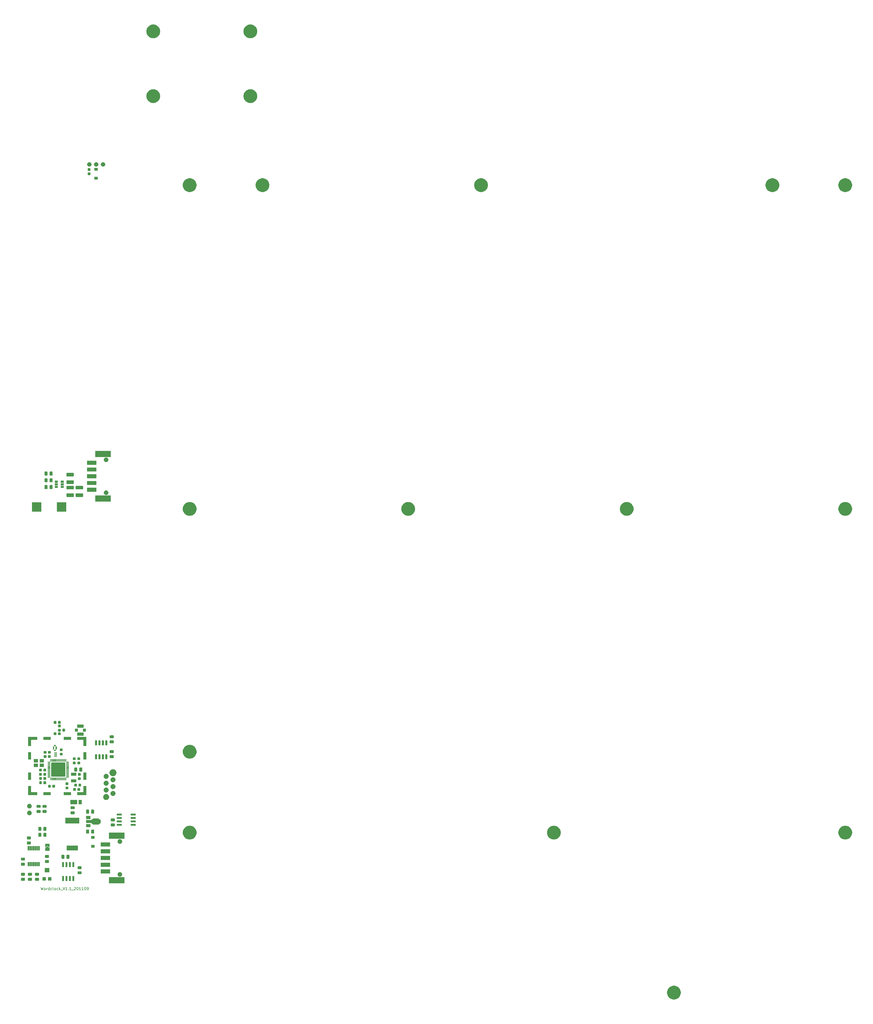
<source format=gbr>
G04 #@! TF.GenerationSoftware,KiCad,Pcbnew,(5.1.5)-3*
G04 #@! TF.CreationDate,2020-11-10T12:22:49+01:00*
G04 #@! TF.ProjectId,Wordclock_V1.1,576f7264-636c-46f6-936b-5f56312e312e,rev?*
G04 #@! TF.SameCoordinates,Original*
G04 #@! TF.FileFunction,Soldermask,Top*
G04 #@! TF.FilePolarity,Negative*
%FSLAX46Y46*%
G04 Gerber Fmt 4.6, Leading zero omitted, Abs format (unit mm)*
G04 Created by KiCad (PCBNEW (5.1.5)-3) date 2020-11-10 12:22:49*
%MOMM*%
%LPD*%
G04 APERTURE LIST*
%ADD10C,0.150000*%
%ADD11C,0.100000*%
G04 APERTURE END LIST*
D10*
X8342857Y-325252380D02*
X8580952Y-326252380D01*
X8771428Y-325538095D01*
X8961904Y-326252380D01*
X9200000Y-325252380D01*
X9723809Y-326252380D02*
X9628571Y-326204761D01*
X9580952Y-326157142D01*
X9533333Y-326061904D01*
X9533333Y-325776190D01*
X9580952Y-325680952D01*
X9628571Y-325633333D01*
X9723809Y-325585714D01*
X9866666Y-325585714D01*
X9961904Y-325633333D01*
X10009523Y-325680952D01*
X10057142Y-325776190D01*
X10057142Y-326061904D01*
X10009523Y-326157142D01*
X9961904Y-326204761D01*
X9866666Y-326252380D01*
X9723809Y-326252380D01*
X10485714Y-326252380D02*
X10485714Y-325585714D01*
X10485714Y-325776190D02*
X10533333Y-325680952D01*
X10580952Y-325633333D01*
X10676190Y-325585714D01*
X10771428Y-325585714D01*
X11533333Y-326252380D02*
X11533333Y-325252380D01*
X11533333Y-326204761D02*
X11438095Y-326252380D01*
X11247619Y-326252380D01*
X11152380Y-326204761D01*
X11104761Y-326157142D01*
X11057142Y-326061904D01*
X11057142Y-325776190D01*
X11104761Y-325680952D01*
X11152380Y-325633333D01*
X11247619Y-325585714D01*
X11438095Y-325585714D01*
X11533333Y-325633333D01*
X12438095Y-326204761D02*
X12342857Y-326252380D01*
X12152380Y-326252380D01*
X12057142Y-326204761D01*
X12009523Y-326157142D01*
X11961904Y-326061904D01*
X11961904Y-325776190D01*
X12009523Y-325680952D01*
X12057142Y-325633333D01*
X12152380Y-325585714D01*
X12342857Y-325585714D01*
X12438095Y-325633333D01*
X13009523Y-326252380D02*
X12914285Y-326204761D01*
X12866666Y-326109523D01*
X12866666Y-325252380D01*
X13533333Y-326252380D02*
X13438095Y-326204761D01*
X13390476Y-326157142D01*
X13342857Y-326061904D01*
X13342857Y-325776190D01*
X13390476Y-325680952D01*
X13438095Y-325633333D01*
X13533333Y-325585714D01*
X13676190Y-325585714D01*
X13771428Y-325633333D01*
X13819047Y-325680952D01*
X13866666Y-325776190D01*
X13866666Y-326061904D01*
X13819047Y-326157142D01*
X13771428Y-326204761D01*
X13676190Y-326252380D01*
X13533333Y-326252380D01*
X14723809Y-326204761D02*
X14628571Y-326252380D01*
X14438095Y-326252380D01*
X14342857Y-326204761D01*
X14295238Y-326157142D01*
X14247619Y-326061904D01*
X14247619Y-325776190D01*
X14295238Y-325680952D01*
X14342857Y-325633333D01*
X14438095Y-325585714D01*
X14628571Y-325585714D01*
X14723809Y-325633333D01*
X15152380Y-326252380D02*
X15152380Y-325252380D01*
X15247619Y-325871428D02*
X15533333Y-326252380D01*
X15533333Y-325585714D02*
X15152380Y-325966666D01*
X15723809Y-326347619D02*
X16485714Y-326347619D01*
X16580952Y-325252380D02*
X16914285Y-326252380D01*
X17247619Y-325252380D01*
X18104761Y-326252380D02*
X17533333Y-326252380D01*
X17819047Y-326252380D02*
X17819047Y-325252380D01*
X17723809Y-325395238D01*
X17628571Y-325490476D01*
X17533333Y-325538095D01*
X18533333Y-326157142D02*
X18580952Y-326204761D01*
X18533333Y-326252380D01*
X18485714Y-326204761D01*
X18533333Y-326157142D01*
X18533333Y-326252380D01*
X19533333Y-326252380D02*
X18961904Y-326252380D01*
X19247619Y-326252380D02*
X19247619Y-325252380D01*
X19152380Y-325395238D01*
X19057142Y-325490476D01*
X18961904Y-325538095D01*
X19723809Y-326347619D02*
X20485714Y-326347619D01*
X20676190Y-325347619D02*
X20723809Y-325300000D01*
X20819047Y-325252380D01*
X21057142Y-325252380D01*
X21152380Y-325300000D01*
X21199999Y-325347619D01*
X21247619Y-325442857D01*
X21247619Y-325538095D01*
X21199999Y-325680952D01*
X20628571Y-326252380D01*
X21247619Y-326252380D01*
X21866666Y-325252380D02*
X21961904Y-325252380D01*
X22057142Y-325300000D01*
X22104761Y-325347619D01*
X22152380Y-325442857D01*
X22199999Y-325633333D01*
X22199999Y-325871428D01*
X22152380Y-326061904D01*
X22104761Y-326157142D01*
X22057142Y-326204761D01*
X21961904Y-326252380D01*
X21866666Y-326252380D01*
X21771428Y-326204761D01*
X21723809Y-326157142D01*
X21676190Y-326061904D01*
X21628571Y-325871428D01*
X21628571Y-325633333D01*
X21676190Y-325442857D01*
X21723809Y-325347619D01*
X21771428Y-325300000D01*
X21866666Y-325252380D01*
X23152380Y-326252380D02*
X22580952Y-326252380D01*
X22866666Y-326252380D02*
X22866666Y-325252380D01*
X22771428Y-325395238D01*
X22676190Y-325490476D01*
X22580952Y-325538095D01*
X24104761Y-326252380D02*
X23533333Y-326252380D01*
X23819047Y-326252380D02*
X23819047Y-325252380D01*
X23723809Y-325395238D01*
X23628571Y-325490476D01*
X23533333Y-325538095D01*
X24723809Y-325252380D02*
X24819047Y-325252380D01*
X24914285Y-325300000D01*
X24961904Y-325347619D01*
X25009523Y-325442857D01*
X25057142Y-325633333D01*
X25057142Y-325871428D01*
X25009523Y-326061904D01*
X24961904Y-326157142D01*
X24914285Y-326204761D01*
X24819047Y-326252380D01*
X24723809Y-326252380D01*
X24628571Y-326204761D01*
X24580952Y-326157142D01*
X24533333Y-326061904D01*
X24485714Y-325871428D01*
X24485714Y-325633333D01*
X24533333Y-325442857D01*
X24580952Y-325347619D01*
X24628571Y-325300000D01*
X24723809Y-325252380D01*
X25533333Y-326252380D02*
X25723809Y-326252380D01*
X25819047Y-326204761D01*
X25866666Y-326157142D01*
X25961904Y-326014285D01*
X26009523Y-325823809D01*
X26009523Y-325442857D01*
X25961904Y-325347619D01*
X25914285Y-325300000D01*
X25819047Y-325252380D01*
X25628571Y-325252380D01*
X25533333Y-325300000D01*
X25485714Y-325347619D01*
X25438095Y-325442857D01*
X25438095Y-325680952D01*
X25485714Y-325776190D01*
X25533333Y-325823809D01*
X25628571Y-325871428D01*
X25819047Y-325871428D01*
X25914285Y-325823809D01*
X25961904Y-325776190D01*
X26009523Y-325680952D01*
D11*
G36*
X243579817Y-361814356D02*
G01*
X243744100Y-361847034D01*
X243976226Y-361943184D01*
X244208352Y-362039333D01*
X244626168Y-362318509D01*
X244981491Y-362673832D01*
X245260667Y-363091648D01*
X245452966Y-363555901D01*
X245551000Y-364048748D01*
X245551000Y-364551252D01*
X245452966Y-365044099D01*
X245260667Y-365508352D01*
X244981491Y-365926168D01*
X244626168Y-366281491D01*
X244208352Y-366560667D01*
X243976226Y-366656816D01*
X243744100Y-366752966D01*
X243579817Y-366785644D01*
X243251252Y-366851000D01*
X242748748Y-366851000D01*
X242420183Y-366785644D01*
X242255900Y-366752966D01*
X242023774Y-366656816D01*
X241791648Y-366560667D01*
X241373832Y-366281491D01*
X241018509Y-365926168D01*
X240739333Y-365508352D01*
X240547034Y-365044099D01*
X240449000Y-364551252D01*
X240449000Y-364048748D01*
X240547034Y-363555901D01*
X240739333Y-363091648D01*
X241018509Y-362673832D01*
X241373832Y-362318509D01*
X241791648Y-362039333D01*
X242023775Y-361943183D01*
X242255900Y-361847034D01*
X242420183Y-361814356D01*
X242748748Y-361749000D01*
X243251252Y-361749000D01*
X243579817Y-361814356D01*
G37*
G36*
X39321000Y-323801000D02*
G01*
X33619000Y-323801000D01*
X33619000Y-321499000D01*
X39321000Y-321499000D01*
X39321000Y-323801000D01*
G37*
G36*
X19304780Y-321102251D02*
G01*
X19335330Y-321111519D01*
X19363492Y-321126572D01*
X19388173Y-321146827D01*
X19408428Y-321171508D01*
X19423481Y-321199670D01*
X19432749Y-321230220D01*
X19436000Y-321263231D01*
X19436000Y-322786769D01*
X19432749Y-322819780D01*
X19423481Y-322850330D01*
X19408428Y-322878492D01*
X19388173Y-322903173D01*
X19363492Y-322923428D01*
X19335330Y-322938481D01*
X19304780Y-322947749D01*
X19271769Y-322951000D01*
X18898231Y-322951000D01*
X18865220Y-322947749D01*
X18834670Y-322938481D01*
X18806508Y-322923428D01*
X18781827Y-322903173D01*
X18761572Y-322878492D01*
X18746519Y-322850330D01*
X18737251Y-322819780D01*
X18734000Y-322786769D01*
X18734000Y-321263231D01*
X18737251Y-321230220D01*
X18746519Y-321199670D01*
X18761572Y-321171508D01*
X18781827Y-321146827D01*
X18806508Y-321126572D01*
X18834670Y-321111519D01*
X18865220Y-321102251D01*
X18898231Y-321099000D01*
X19271769Y-321099000D01*
X19304780Y-321102251D01*
G37*
G36*
X16764780Y-321102251D02*
G01*
X16795330Y-321111519D01*
X16823492Y-321126572D01*
X16848173Y-321146827D01*
X16868428Y-321171508D01*
X16883481Y-321199670D01*
X16892749Y-321230220D01*
X16896000Y-321263231D01*
X16896000Y-322786769D01*
X16892749Y-322819780D01*
X16883481Y-322850330D01*
X16868428Y-322878492D01*
X16848173Y-322903173D01*
X16823492Y-322923428D01*
X16795330Y-322938481D01*
X16764780Y-322947749D01*
X16731769Y-322951000D01*
X16358231Y-322951000D01*
X16325220Y-322947749D01*
X16294670Y-322938481D01*
X16266508Y-322923428D01*
X16241827Y-322903173D01*
X16221572Y-322878492D01*
X16206519Y-322850330D01*
X16197251Y-322819780D01*
X16194000Y-322786769D01*
X16194000Y-321263231D01*
X16197251Y-321230220D01*
X16206519Y-321199670D01*
X16221572Y-321171508D01*
X16241827Y-321146827D01*
X16266508Y-321126572D01*
X16294670Y-321111519D01*
X16325220Y-321102251D01*
X16358231Y-321099000D01*
X16731769Y-321099000D01*
X16764780Y-321102251D01*
G37*
G36*
X20574780Y-321102251D02*
G01*
X20605330Y-321111519D01*
X20633492Y-321126572D01*
X20658173Y-321146827D01*
X20678428Y-321171508D01*
X20693481Y-321199670D01*
X20702749Y-321230220D01*
X20706000Y-321263231D01*
X20706000Y-322786769D01*
X20702749Y-322819780D01*
X20693481Y-322850330D01*
X20678428Y-322878492D01*
X20658173Y-322903173D01*
X20633492Y-322923428D01*
X20605330Y-322938481D01*
X20574780Y-322947749D01*
X20541769Y-322951000D01*
X20168231Y-322951000D01*
X20135220Y-322947749D01*
X20104670Y-322938481D01*
X20076508Y-322923428D01*
X20051827Y-322903173D01*
X20031572Y-322878492D01*
X20016519Y-322850330D01*
X20007251Y-322819780D01*
X20004000Y-322786769D01*
X20004000Y-321263231D01*
X20007251Y-321230220D01*
X20016519Y-321199670D01*
X20031572Y-321171508D01*
X20051827Y-321146827D01*
X20076508Y-321126572D01*
X20104670Y-321111519D01*
X20135220Y-321102251D01*
X20168231Y-321099000D01*
X20541769Y-321099000D01*
X20574780Y-321102251D01*
G37*
G36*
X18034780Y-321102251D02*
G01*
X18065330Y-321111519D01*
X18093492Y-321126572D01*
X18118173Y-321146827D01*
X18138428Y-321171508D01*
X18153481Y-321199670D01*
X18162749Y-321230220D01*
X18166000Y-321263231D01*
X18166000Y-322786769D01*
X18162749Y-322819780D01*
X18153481Y-322850330D01*
X18138428Y-322878492D01*
X18118173Y-322903173D01*
X18093492Y-322923428D01*
X18065330Y-322938481D01*
X18034780Y-322947749D01*
X18001769Y-322951000D01*
X17628231Y-322951000D01*
X17595220Y-322947749D01*
X17564670Y-322938481D01*
X17536508Y-322923428D01*
X17511827Y-322903173D01*
X17491572Y-322878492D01*
X17476519Y-322850330D01*
X17467251Y-322819780D01*
X17464000Y-322786769D01*
X17464000Y-321263231D01*
X17467251Y-321230220D01*
X17476519Y-321199670D01*
X17491572Y-321171508D01*
X17511827Y-321146827D01*
X17536508Y-321126572D01*
X17564670Y-321111519D01*
X17595220Y-321102251D01*
X17628231Y-321099000D01*
X18001769Y-321099000D01*
X18034780Y-321102251D01*
G37*
G36*
X2244316Y-321754053D02*
G01*
X2292462Y-321768657D01*
X2336823Y-321792369D01*
X2375714Y-321824286D01*
X2407631Y-321863177D01*
X2431343Y-321907538D01*
X2445947Y-321955684D01*
X2451000Y-322006982D01*
X2451000Y-322568018D01*
X2445947Y-322619316D01*
X2431343Y-322667462D01*
X2407631Y-322711823D01*
X2375714Y-322750714D01*
X2336823Y-322782631D01*
X2292462Y-322806343D01*
X2244316Y-322820947D01*
X2193018Y-322826000D01*
X1206982Y-322826000D01*
X1155684Y-322820947D01*
X1107538Y-322806343D01*
X1063177Y-322782631D01*
X1024286Y-322750714D01*
X992369Y-322711823D01*
X968657Y-322667462D01*
X954053Y-322619316D01*
X949000Y-322568018D01*
X949000Y-322006982D01*
X954053Y-321955684D01*
X968657Y-321907538D01*
X992369Y-321863177D01*
X1024286Y-321824286D01*
X1063177Y-321792369D01*
X1107538Y-321768657D01*
X1155684Y-321754053D01*
X1206982Y-321749000D01*
X2193018Y-321749000D01*
X2244316Y-321754053D01*
G37*
G36*
X4844316Y-321754053D02*
G01*
X4892462Y-321768657D01*
X4936823Y-321792369D01*
X4975714Y-321824286D01*
X5007631Y-321863177D01*
X5031343Y-321907538D01*
X5045947Y-321955684D01*
X5051000Y-322006982D01*
X5051000Y-322568018D01*
X5045947Y-322619316D01*
X5031343Y-322667462D01*
X5007631Y-322711823D01*
X4975714Y-322750714D01*
X4936823Y-322782631D01*
X4892462Y-322806343D01*
X4844316Y-322820947D01*
X4793018Y-322826000D01*
X3806982Y-322826000D01*
X3755684Y-322820947D01*
X3707538Y-322806343D01*
X3663177Y-322782631D01*
X3624286Y-322750714D01*
X3592369Y-322711823D01*
X3568657Y-322667462D01*
X3554053Y-322619316D01*
X3549000Y-322568018D01*
X3549000Y-322006982D01*
X3554053Y-321955684D01*
X3568657Y-321907538D01*
X3592369Y-321863177D01*
X3624286Y-321824286D01*
X3663177Y-321792369D01*
X3707538Y-321768657D01*
X3755684Y-321754053D01*
X3806982Y-321749000D01*
X4793018Y-321749000D01*
X4844316Y-321754053D01*
G37*
G36*
X7444316Y-321754053D02*
G01*
X7492462Y-321768657D01*
X7536823Y-321792369D01*
X7575714Y-321824286D01*
X7607631Y-321863177D01*
X7631343Y-321907538D01*
X7645947Y-321955684D01*
X7651000Y-322006982D01*
X7651000Y-322568018D01*
X7645947Y-322619316D01*
X7631343Y-322667462D01*
X7607631Y-322711823D01*
X7575714Y-322750714D01*
X7536823Y-322782631D01*
X7492462Y-322806343D01*
X7444316Y-322820947D01*
X7393018Y-322826000D01*
X6406982Y-322826000D01*
X6355684Y-322820947D01*
X6307538Y-322806343D01*
X6263177Y-322782631D01*
X6224286Y-322750714D01*
X6192369Y-322711823D01*
X6168657Y-322667462D01*
X6154053Y-322619316D01*
X6149000Y-322568018D01*
X6149000Y-322006982D01*
X6154053Y-321955684D01*
X6168657Y-321907538D01*
X6192369Y-321863177D01*
X6224286Y-321824286D01*
X6263177Y-321792369D01*
X6307538Y-321768657D01*
X6355684Y-321754053D01*
X6406982Y-321749000D01*
X7393018Y-321749000D01*
X7444316Y-321754053D01*
G37*
G36*
X10251000Y-322801000D02*
G01*
X8949000Y-322801000D01*
X8949000Y-321499000D01*
X10251000Y-321499000D01*
X10251000Y-322801000D01*
G37*
G36*
X12251000Y-322801000D02*
G01*
X10949000Y-322801000D01*
X10949000Y-321499000D01*
X12251000Y-321499000D01*
X12251000Y-322801000D01*
G37*
G36*
X37868228Y-319681703D02*
G01*
X38023100Y-319745853D01*
X38162481Y-319838985D01*
X38281015Y-319957519D01*
X38374147Y-320096900D01*
X38438297Y-320251772D01*
X38471000Y-320416184D01*
X38471000Y-320583816D01*
X38438297Y-320748228D01*
X38374147Y-320903100D01*
X38281015Y-321042481D01*
X38162481Y-321161015D01*
X38023100Y-321254147D01*
X37868228Y-321318297D01*
X37703816Y-321351000D01*
X37536184Y-321351000D01*
X37371772Y-321318297D01*
X37216900Y-321254147D01*
X37077519Y-321161015D01*
X36958985Y-321042481D01*
X36865853Y-320903100D01*
X36801703Y-320748228D01*
X36769000Y-320583816D01*
X36769000Y-320416184D01*
X36801703Y-320251772D01*
X36865853Y-320096900D01*
X36958985Y-319957519D01*
X37077519Y-319838985D01*
X37216900Y-319745853D01*
X37371772Y-319681703D01*
X37536184Y-319649000D01*
X37703816Y-319649000D01*
X37868228Y-319681703D01*
G37*
G36*
X2244316Y-319879053D02*
G01*
X2292462Y-319893657D01*
X2336823Y-319917369D01*
X2375714Y-319949286D01*
X2407631Y-319988177D01*
X2431343Y-320032538D01*
X2445947Y-320080684D01*
X2451000Y-320131982D01*
X2451000Y-320693018D01*
X2445947Y-320744316D01*
X2431343Y-320792462D01*
X2407631Y-320836823D01*
X2375714Y-320875714D01*
X2336823Y-320907631D01*
X2292462Y-320931343D01*
X2244316Y-320945947D01*
X2193018Y-320951000D01*
X1206982Y-320951000D01*
X1155684Y-320945947D01*
X1107538Y-320931343D01*
X1063177Y-320907631D01*
X1024286Y-320875714D01*
X992369Y-320836823D01*
X968657Y-320792462D01*
X954053Y-320744316D01*
X949000Y-320693018D01*
X949000Y-320131982D01*
X954053Y-320080684D01*
X968657Y-320032538D01*
X992369Y-319988177D01*
X1024286Y-319949286D01*
X1063177Y-319917369D01*
X1107538Y-319893657D01*
X1155684Y-319879053D01*
X1206982Y-319874000D01*
X2193018Y-319874000D01*
X2244316Y-319879053D01*
G37*
G36*
X7444316Y-319879053D02*
G01*
X7492462Y-319893657D01*
X7536823Y-319917369D01*
X7575714Y-319949286D01*
X7607631Y-319988177D01*
X7631343Y-320032538D01*
X7645947Y-320080684D01*
X7651000Y-320131982D01*
X7651000Y-320693018D01*
X7645947Y-320744316D01*
X7631343Y-320792462D01*
X7607631Y-320836823D01*
X7575714Y-320875714D01*
X7536823Y-320907631D01*
X7492462Y-320931343D01*
X7444316Y-320945947D01*
X7393018Y-320951000D01*
X6406982Y-320951000D01*
X6355684Y-320945947D01*
X6307538Y-320931343D01*
X6263177Y-320907631D01*
X6224286Y-320875714D01*
X6192369Y-320836823D01*
X6168657Y-320792462D01*
X6154053Y-320744316D01*
X6149000Y-320693018D01*
X6149000Y-320131982D01*
X6154053Y-320080684D01*
X6168657Y-320032538D01*
X6192369Y-319988177D01*
X6224286Y-319949286D01*
X6263177Y-319917369D01*
X6307538Y-319893657D01*
X6355684Y-319879053D01*
X6406982Y-319874000D01*
X7393018Y-319874000D01*
X7444316Y-319879053D01*
G37*
G36*
X4844316Y-319879053D02*
G01*
X4892462Y-319893657D01*
X4936823Y-319917369D01*
X4975714Y-319949286D01*
X5007631Y-319988177D01*
X5031343Y-320032538D01*
X5045947Y-320080684D01*
X5051000Y-320131982D01*
X5051000Y-320693018D01*
X5045947Y-320744316D01*
X5031343Y-320792462D01*
X5007631Y-320836823D01*
X4975714Y-320875714D01*
X4936823Y-320907631D01*
X4892462Y-320931343D01*
X4844316Y-320945947D01*
X4793018Y-320951000D01*
X3806982Y-320951000D01*
X3755684Y-320945947D01*
X3707538Y-320931343D01*
X3663177Y-320907631D01*
X3624286Y-320875714D01*
X3592369Y-320836823D01*
X3568657Y-320792462D01*
X3554053Y-320744316D01*
X3549000Y-320693018D01*
X3549000Y-320131982D01*
X3554053Y-320080684D01*
X3568657Y-320032538D01*
X3592369Y-319988177D01*
X3624286Y-319949286D01*
X3663177Y-319917369D01*
X3707538Y-319893657D01*
X3755684Y-319879053D01*
X3806982Y-319874000D01*
X4793018Y-319874000D01*
X4844316Y-319879053D01*
G37*
G36*
X23244316Y-319354053D02*
G01*
X23292462Y-319368657D01*
X23336823Y-319392369D01*
X23375714Y-319424286D01*
X23407631Y-319463177D01*
X23431343Y-319507538D01*
X23445947Y-319555684D01*
X23451000Y-319606982D01*
X23451000Y-320168018D01*
X23445947Y-320219316D01*
X23431343Y-320267462D01*
X23407631Y-320311823D01*
X23375714Y-320350714D01*
X23336823Y-320382631D01*
X23292462Y-320406343D01*
X23244316Y-320420947D01*
X23193018Y-320426000D01*
X22206982Y-320426000D01*
X22155684Y-320420947D01*
X22107538Y-320406343D01*
X22063177Y-320382631D01*
X22024286Y-320350714D01*
X21992369Y-320311823D01*
X21968657Y-320267462D01*
X21954053Y-320219316D01*
X21949000Y-320168018D01*
X21949000Y-319606982D01*
X21954053Y-319555684D01*
X21968657Y-319507538D01*
X21992369Y-319463177D01*
X22024286Y-319424286D01*
X22063177Y-319392369D01*
X22107538Y-319368657D01*
X22155684Y-319354053D01*
X22206982Y-319349000D01*
X23193018Y-319349000D01*
X23244316Y-319354053D01*
G37*
G36*
X34021000Y-320151000D02*
G01*
X30519000Y-320151000D01*
X30519000Y-318649000D01*
X34021000Y-318649000D01*
X34021000Y-320151000D01*
G37*
G36*
X11451000Y-319701000D02*
G01*
X9749000Y-319701000D01*
X9749000Y-318099000D01*
X11451000Y-318099000D01*
X11451000Y-319701000D01*
G37*
G36*
X23244316Y-317479053D02*
G01*
X23292462Y-317493657D01*
X23336823Y-317517369D01*
X23375714Y-317549286D01*
X23407631Y-317588177D01*
X23431343Y-317632538D01*
X23445947Y-317680684D01*
X23451000Y-317731982D01*
X23451000Y-318293018D01*
X23445947Y-318344316D01*
X23431343Y-318392462D01*
X23407631Y-318436823D01*
X23375714Y-318475714D01*
X23336823Y-318507631D01*
X23292462Y-318531343D01*
X23244316Y-318545947D01*
X23193018Y-318551000D01*
X22206982Y-318551000D01*
X22155684Y-318545947D01*
X22107538Y-318531343D01*
X22063177Y-318507631D01*
X22024286Y-318475714D01*
X21992369Y-318436823D01*
X21968657Y-318392462D01*
X21954053Y-318344316D01*
X21949000Y-318293018D01*
X21949000Y-317731982D01*
X21954053Y-317680684D01*
X21968657Y-317632538D01*
X21992369Y-317588177D01*
X22024286Y-317549286D01*
X22063177Y-317517369D01*
X22107538Y-317493657D01*
X22155684Y-317479053D01*
X22206982Y-317474000D01*
X23193018Y-317474000D01*
X23244316Y-317479053D01*
G37*
G36*
X20574780Y-315952251D02*
G01*
X20605330Y-315961519D01*
X20633492Y-315976572D01*
X20658173Y-315996827D01*
X20678428Y-316021508D01*
X20693481Y-316049670D01*
X20702749Y-316080220D01*
X20706000Y-316113231D01*
X20706000Y-317636769D01*
X20702749Y-317669780D01*
X20693481Y-317700330D01*
X20678428Y-317728492D01*
X20658173Y-317753173D01*
X20633492Y-317773428D01*
X20605330Y-317788481D01*
X20574780Y-317797749D01*
X20541769Y-317801000D01*
X20168231Y-317801000D01*
X20135220Y-317797749D01*
X20104670Y-317788481D01*
X20076508Y-317773428D01*
X20051827Y-317753173D01*
X20031572Y-317728492D01*
X20016519Y-317700330D01*
X20007251Y-317669780D01*
X20004000Y-317636769D01*
X20004000Y-316113231D01*
X20007251Y-316080220D01*
X20016519Y-316049670D01*
X20031572Y-316021508D01*
X20051827Y-315996827D01*
X20076508Y-315976572D01*
X20104670Y-315961519D01*
X20135220Y-315952251D01*
X20168231Y-315949000D01*
X20541769Y-315949000D01*
X20574780Y-315952251D01*
G37*
G36*
X19304780Y-315952251D02*
G01*
X19335330Y-315961519D01*
X19363492Y-315976572D01*
X19388173Y-315996827D01*
X19408428Y-316021508D01*
X19423481Y-316049670D01*
X19432749Y-316080220D01*
X19436000Y-316113231D01*
X19436000Y-317636769D01*
X19432749Y-317669780D01*
X19423481Y-317700330D01*
X19408428Y-317728492D01*
X19388173Y-317753173D01*
X19363492Y-317773428D01*
X19335330Y-317788481D01*
X19304780Y-317797749D01*
X19271769Y-317801000D01*
X18898231Y-317801000D01*
X18865220Y-317797749D01*
X18834670Y-317788481D01*
X18806508Y-317773428D01*
X18781827Y-317753173D01*
X18761572Y-317728492D01*
X18746519Y-317700330D01*
X18737251Y-317669780D01*
X18734000Y-317636769D01*
X18734000Y-316113231D01*
X18737251Y-316080220D01*
X18746519Y-316049670D01*
X18761572Y-316021508D01*
X18781827Y-315996827D01*
X18806508Y-315976572D01*
X18834670Y-315961519D01*
X18865220Y-315952251D01*
X18898231Y-315949000D01*
X19271769Y-315949000D01*
X19304780Y-315952251D01*
G37*
G36*
X16764780Y-315952251D02*
G01*
X16795330Y-315961519D01*
X16823492Y-315976572D01*
X16848173Y-315996827D01*
X16868428Y-316021508D01*
X16883481Y-316049670D01*
X16892749Y-316080220D01*
X16896000Y-316113231D01*
X16896000Y-317636769D01*
X16892749Y-317669780D01*
X16883481Y-317700330D01*
X16868428Y-317728492D01*
X16848173Y-317753173D01*
X16823492Y-317773428D01*
X16795330Y-317788481D01*
X16764780Y-317797749D01*
X16731769Y-317801000D01*
X16358231Y-317801000D01*
X16325220Y-317797749D01*
X16294670Y-317788481D01*
X16266508Y-317773428D01*
X16241827Y-317753173D01*
X16221572Y-317728492D01*
X16206519Y-317700330D01*
X16197251Y-317669780D01*
X16194000Y-317636769D01*
X16194000Y-316113231D01*
X16197251Y-316080220D01*
X16206519Y-316049670D01*
X16221572Y-316021508D01*
X16241827Y-315996827D01*
X16266508Y-315976572D01*
X16294670Y-315961519D01*
X16325220Y-315952251D01*
X16358231Y-315949000D01*
X16731769Y-315949000D01*
X16764780Y-315952251D01*
G37*
G36*
X18034780Y-315952251D02*
G01*
X18065330Y-315961519D01*
X18093492Y-315976572D01*
X18118173Y-315996827D01*
X18138428Y-316021508D01*
X18153481Y-316049670D01*
X18162749Y-316080220D01*
X18166000Y-316113231D01*
X18166000Y-317636769D01*
X18162749Y-317669780D01*
X18153481Y-317700330D01*
X18138428Y-317728492D01*
X18118173Y-317753173D01*
X18093492Y-317773428D01*
X18065330Y-317788481D01*
X18034780Y-317797749D01*
X18001769Y-317801000D01*
X17628231Y-317801000D01*
X17595220Y-317797749D01*
X17564670Y-317788481D01*
X17536508Y-317773428D01*
X17511827Y-317753173D01*
X17491572Y-317728492D01*
X17476519Y-317700330D01*
X17467251Y-317669780D01*
X17464000Y-317636769D01*
X17464000Y-316113231D01*
X17467251Y-316080220D01*
X17476519Y-316049670D01*
X17491572Y-316021508D01*
X17511827Y-315996827D01*
X17536508Y-315976572D01*
X17564670Y-315961519D01*
X17595220Y-315952251D01*
X17628231Y-315949000D01*
X18001769Y-315949000D01*
X18034780Y-315952251D01*
G37*
G36*
X34021000Y-317651000D02*
G01*
X30519000Y-317651000D01*
X30519000Y-316149000D01*
X34021000Y-316149000D01*
X34021000Y-317651000D01*
G37*
G36*
X7276000Y-317476000D02*
G01*
X6724000Y-317476000D01*
X6724000Y-315924000D01*
X7276000Y-315924000D01*
X7276000Y-317476000D01*
G37*
G36*
X5976000Y-317476000D02*
G01*
X5424000Y-317476000D01*
X5424000Y-315924000D01*
X5976000Y-315924000D01*
X5976000Y-317476000D01*
G37*
G36*
X4676000Y-317476000D02*
G01*
X4124000Y-317476000D01*
X4124000Y-315924000D01*
X4676000Y-315924000D01*
X4676000Y-317476000D01*
G37*
G36*
X5326000Y-317476000D02*
G01*
X4774000Y-317476000D01*
X4774000Y-315924000D01*
X5326000Y-315924000D01*
X5326000Y-317476000D01*
G37*
G36*
X7926000Y-317476000D02*
G01*
X7374000Y-317476000D01*
X7374000Y-315924000D01*
X7926000Y-315924000D01*
X7926000Y-317476000D01*
G37*
G36*
X6626000Y-317476000D02*
G01*
X6074000Y-317476000D01*
X6074000Y-315924000D01*
X6626000Y-315924000D01*
X6626000Y-317476000D01*
G37*
G36*
X4026000Y-317476000D02*
G01*
X3474000Y-317476000D01*
X3474000Y-315924000D01*
X4026000Y-315924000D01*
X4026000Y-317476000D01*
G37*
G36*
X2244316Y-316154053D02*
G01*
X2292462Y-316168657D01*
X2336823Y-316192369D01*
X2375714Y-316224286D01*
X2407631Y-316263177D01*
X2431343Y-316307538D01*
X2445947Y-316355684D01*
X2451000Y-316406982D01*
X2451000Y-316968018D01*
X2445947Y-317019316D01*
X2431343Y-317067462D01*
X2407631Y-317111823D01*
X2375714Y-317150714D01*
X2336823Y-317182631D01*
X2292462Y-317206343D01*
X2244316Y-317220947D01*
X2193018Y-317226000D01*
X1206982Y-317226000D01*
X1155684Y-317220947D01*
X1107538Y-317206343D01*
X1063177Y-317182631D01*
X1024286Y-317150714D01*
X992369Y-317111823D01*
X968657Y-317067462D01*
X954053Y-317019316D01*
X949000Y-316968018D01*
X949000Y-316406982D01*
X954053Y-316355684D01*
X968657Y-316307538D01*
X992369Y-316263177D01*
X1024286Y-316224286D01*
X1063177Y-316192369D01*
X1107538Y-316168657D01*
X1155684Y-316154053D01*
X1206982Y-316149000D01*
X2193018Y-316149000D01*
X2244316Y-316154053D01*
G37*
G36*
X11144316Y-315154053D02*
G01*
X11192462Y-315168657D01*
X11236823Y-315192369D01*
X11275714Y-315224286D01*
X11307631Y-315263177D01*
X11331343Y-315307538D01*
X11345947Y-315355684D01*
X11351000Y-315406982D01*
X11351000Y-315968018D01*
X11345947Y-316019316D01*
X11331343Y-316067462D01*
X11307631Y-316111823D01*
X11275714Y-316150714D01*
X11236823Y-316182631D01*
X11192462Y-316206343D01*
X11144316Y-316220947D01*
X11093018Y-316226000D01*
X10106982Y-316226000D01*
X10055684Y-316220947D01*
X10007538Y-316206343D01*
X9963177Y-316182631D01*
X9924286Y-316150714D01*
X9892369Y-316111823D01*
X9868657Y-316067462D01*
X9854053Y-316019316D01*
X9849000Y-315968018D01*
X9849000Y-315406982D01*
X9854053Y-315355684D01*
X9868657Y-315307538D01*
X9892369Y-315263177D01*
X9924286Y-315224286D01*
X9963177Y-315192369D01*
X10007538Y-315168657D01*
X10055684Y-315154053D01*
X10106982Y-315149000D01*
X11093018Y-315149000D01*
X11144316Y-315154053D01*
G37*
G36*
X2244316Y-314279053D02*
G01*
X2292462Y-314293657D01*
X2336823Y-314317369D01*
X2375714Y-314349286D01*
X2407631Y-314388177D01*
X2431343Y-314432538D01*
X2445947Y-314480684D01*
X2451000Y-314531982D01*
X2451000Y-315093018D01*
X2445947Y-315144316D01*
X2431343Y-315192462D01*
X2407631Y-315236823D01*
X2375714Y-315275714D01*
X2336823Y-315307631D01*
X2292462Y-315331343D01*
X2244316Y-315345947D01*
X2193018Y-315351000D01*
X1206982Y-315351000D01*
X1155684Y-315345947D01*
X1107538Y-315331343D01*
X1063177Y-315307631D01*
X1024286Y-315275714D01*
X992369Y-315236823D01*
X968657Y-315192462D01*
X954053Y-315144316D01*
X949000Y-315093018D01*
X949000Y-314531982D01*
X954053Y-314480684D01*
X968657Y-314432538D01*
X992369Y-314388177D01*
X1024286Y-314349286D01*
X1063177Y-314317369D01*
X1107538Y-314293657D01*
X1155684Y-314279053D01*
X1206982Y-314274000D01*
X2193018Y-314274000D01*
X2244316Y-314279053D01*
G37*
G36*
X34021000Y-315151000D02*
G01*
X30519000Y-315151000D01*
X30519000Y-313649000D01*
X34021000Y-313649000D01*
X34021000Y-315151000D01*
G37*
G36*
X16844316Y-313204053D02*
G01*
X16892462Y-313218657D01*
X16936823Y-313242369D01*
X16975714Y-313274286D01*
X17007631Y-313313177D01*
X17031343Y-313357538D01*
X17045947Y-313405684D01*
X17051000Y-313456982D01*
X17051000Y-314443018D01*
X17045947Y-314494316D01*
X17031343Y-314542462D01*
X17007631Y-314586823D01*
X16975714Y-314625714D01*
X16936823Y-314657631D01*
X16892462Y-314681343D01*
X16844316Y-314695947D01*
X16793018Y-314701000D01*
X16231982Y-314701000D01*
X16180684Y-314695947D01*
X16132538Y-314681343D01*
X16088177Y-314657631D01*
X16049286Y-314625714D01*
X16017369Y-314586823D01*
X15993657Y-314542462D01*
X15979053Y-314494316D01*
X15974000Y-314443018D01*
X15974000Y-313456982D01*
X15979053Y-313405684D01*
X15993657Y-313357538D01*
X16017369Y-313313177D01*
X16049286Y-313274286D01*
X16088177Y-313242369D01*
X16132538Y-313218657D01*
X16180684Y-313204053D01*
X16231982Y-313199000D01*
X16793018Y-313199000D01*
X16844316Y-313204053D01*
G37*
G36*
X18719316Y-313204053D02*
G01*
X18767462Y-313218657D01*
X18811823Y-313242369D01*
X18850714Y-313274286D01*
X18882631Y-313313177D01*
X18906343Y-313357538D01*
X18920947Y-313405684D01*
X18926000Y-313456982D01*
X18926000Y-314443018D01*
X18920947Y-314494316D01*
X18906343Y-314542462D01*
X18882631Y-314586823D01*
X18850714Y-314625714D01*
X18811823Y-314657631D01*
X18767462Y-314681343D01*
X18719316Y-314695947D01*
X18668018Y-314701000D01*
X18106982Y-314701000D01*
X18055684Y-314695947D01*
X18007538Y-314681343D01*
X17963177Y-314657631D01*
X17924286Y-314625714D01*
X17892369Y-314586823D01*
X17868657Y-314542462D01*
X17854053Y-314494316D01*
X17849000Y-314443018D01*
X17849000Y-313456982D01*
X17854053Y-313405684D01*
X17868657Y-313357538D01*
X17892369Y-313313177D01*
X17924286Y-313274286D01*
X17963177Y-313242369D01*
X18007538Y-313218657D01*
X18055684Y-313204053D01*
X18106982Y-313199000D01*
X18668018Y-313199000D01*
X18719316Y-313204053D01*
G37*
G36*
X11144316Y-313279053D02*
G01*
X11192462Y-313293657D01*
X11236823Y-313317369D01*
X11275714Y-313349286D01*
X11307631Y-313388177D01*
X11331343Y-313432538D01*
X11345947Y-313480684D01*
X11351000Y-313531982D01*
X11351000Y-314093018D01*
X11345947Y-314144316D01*
X11331343Y-314192462D01*
X11307631Y-314236823D01*
X11275714Y-314275714D01*
X11236823Y-314307631D01*
X11192462Y-314331343D01*
X11144316Y-314345947D01*
X11093018Y-314351000D01*
X10106982Y-314351000D01*
X10055684Y-314345947D01*
X10007538Y-314331343D01*
X9963177Y-314307631D01*
X9924286Y-314275714D01*
X9892369Y-314236823D01*
X9868657Y-314192462D01*
X9854053Y-314144316D01*
X9849000Y-314093018D01*
X9849000Y-313531982D01*
X9854053Y-313480684D01*
X9868657Y-313432538D01*
X9892369Y-313388177D01*
X9924286Y-313349286D01*
X9963177Y-313317369D01*
X10007538Y-313293657D01*
X10055684Y-313279053D01*
X10106982Y-313274000D01*
X11093018Y-313274000D01*
X11144316Y-313279053D01*
G37*
G36*
X34021000Y-312651000D02*
G01*
X30519000Y-312651000D01*
X30519000Y-311149000D01*
X34021000Y-311149000D01*
X34021000Y-312651000D01*
G37*
G36*
X10760050Y-310124748D02*
G01*
X10769661Y-310127674D01*
X10769664Y-310127676D01*
X10769675Y-310127679D01*
X10779505Y-310132933D01*
X11527470Y-310631576D01*
X11536200Y-310638725D01*
X11541618Y-310645314D01*
X11542581Y-310646484D01*
X11547326Y-310655339D01*
X11550252Y-310664950D01*
X11551247Y-310675000D01*
X11551247Y-310675009D01*
X11551368Y-310676231D01*
X11551368Y-311673769D01*
X11550262Y-311685002D01*
X11547347Y-311694610D01*
X11542610Y-311703472D01*
X11536238Y-311711238D01*
X11528472Y-311717610D01*
X11519610Y-311722347D01*
X11510002Y-311725262D01*
X11503413Y-311725911D01*
X11500000Y-311726247D01*
X11499998Y-311726247D01*
X11498769Y-311726368D01*
X10001231Y-311726368D01*
X10000002Y-311726247D01*
X10000000Y-311726247D01*
X9996587Y-311725911D01*
X9989998Y-311725262D01*
X9980390Y-311722347D01*
X9971528Y-311717610D01*
X9963762Y-311711238D01*
X9957390Y-311703472D01*
X9952653Y-311694610D01*
X9949738Y-311685002D01*
X9948632Y-311673769D01*
X9948632Y-310676231D01*
X9949738Y-310664998D01*
X9952653Y-310655390D01*
X9957390Y-310646528D01*
X9963759Y-310638767D01*
X9963763Y-310638763D01*
X9971573Y-310632360D01*
X9971582Y-310632354D01*
X9972531Y-310631576D01*
X10720479Y-310132944D01*
X10721568Y-310132363D01*
X10721573Y-310132360D01*
X10730438Y-310127633D01*
X10740055Y-310124727D01*
X10750054Y-310123753D01*
X10760050Y-310124748D01*
G37*
G36*
X22051000Y-311601000D02*
G01*
X17949000Y-311601000D01*
X17949000Y-309799000D01*
X22051000Y-309799000D01*
X22051000Y-311601000D01*
G37*
G36*
X7926000Y-311576000D02*
G01*
X7374000Y-311576000D01*
X7374000Y-310024000D01*
X7926000Y-310024000D01*
X7926000Y-311576000D01*
G37*
G36*
X4026000Y-311576000D02*
G01*
X3474000Y-311576000D01*
X3474000Y-310024000D01*
X4026000Y-310024000D01*
X4026000Y-311576000D01*
G37*
G36*
X4676000Y-311576000D02*
G01*
X4124000Y-311576000D01*
X4124000Y-310024000D01*
X4676000Y-310024000D01*
X4676000Y-311576000D01*
G37*
G36*
X5326000Y-311576000D02*
G01*
X4774000Y-311576000D01*
X4774000Y-310024000D01*
X5326000Y-310024000D01*
X5326000Y-311576000D01*
G37*
G36*
X7276000Y-311576000D02*
G01*
X6724000Y-311576000D01*
X6724000Y-310024000D01*
X7276000Y-310024000D01*
X7276000Y-311576000D01*
G37*
G36*
X5976000Y-311576000D02*
G01*
X5424000Y-311576000D01*
X5424000Y-310024000D01*
X5976000Y-310024000D01*
X5976000Y-311576000D01*
G37*
G36*
X6626000Y-311576000D02*
G01*
X6074000Y-311576000D01*
X6074000Y-310024000D01*
X6626000Y-310024000D01*
X6626000Y-311576000D01*
G37*
G36*
X28251000Y-310551000D02*
G01*
X26949000Y-310551000D01*
X26949000Y-309549000D01*
X28251000Y-309549000D01*
X28251000Y-310551000D01*
G37*
G36*
X11499998Y-309173753D02*
G01*
X11500000Y-309173753D01*
X11503413Y-309174089D01*
X11510002Y-309174738D01*
X11519610Y-309177653D01*
X11528472Y-309182390D01*
X11536238Y-309188762D01*
X11542610Y-309196528D01*
X11547347Y-309205390D01*
X11550262Y-309214998D01*
X11551368Y-309226231D01*
X11551368Y-310373769D01*
X11550262Y-310385002D01*
X11547347Y-310394610D01*
X11542610Y-310403472D01*
X11536238Y-310411238D01*
X11528472Y-310417610D01*
X11519610Y-310422347D01*
X11510002Y-310425262D01*
X11500000Y-310426247D01*
X11489998Y-310425262D01*
X11480384Y-310422345D01*
X11470489Y-310417063D01*
X10763867Y-309945982D01*
X10759543Y-309943676D01*
X10754851Y-309942258D01*
X10749974Y-309941783D01*
X10745097Y-309942268D01*
X10740409Y-309943696D01*
X10736133Y-309945982D01*
X10029521Y-310417056D01*
X10028432Y-310417637D01*
X10028427Y-310417640D01*
X10019562Y-310422367D01*
X10010014Y-310425252D01*
X10009945Y-310425273D01*
X9999946Y-310426247D01*
X9989950Y-310425252D01*
X9980339Y-310422326D01*
X9971484Y-310417581D01*
X9970314Y-310416618D01*
X9963725Y-310411200D01*
X9957361Y-310403428D01*
X9957360Y-310403427D01*
X9952633Y-310394562D01*
X9949727Y-310384945D01*
X9949727Y-310384942D01*
X9949726Y-310384940D01*
X9948632Y-310373777D01*
X9948632Y-309226231D01*
X9949738Y-309214998D01*
X9952653Y-309205390D01*
X9957390Y-309196528D01*
X9963762Y-309188762D01*
X9971528Y-309182390D01*
X9980390Y-309177653D01*
X9989998Y-309174738D01*
X9996587Y-309174089D01*
X10000000Y-309173753D01*
X10000002Y-309173753D01*
X10001231Y-309173632D01*
X11498769Y-309173632D01*
X11499998Y-309173753D01*
G37*
G36*
X34021000Y-310151000D02*
G01*
X30519000Y-310151000D01*
X30519000Y-308649000D01*
X34021000Y-308649000D01*
X34021000Y-310151000D01*
G37*
G36*
X4444316Y-308304053D02*
G01*
X4492462Y-308318657D01*
X4536823Y-308342369D01*
X4575714Y-308374286D01*
X4607631Y-308413177D01*
X4631343Y-308457538D01*
X4645947Y-308505684D01*
X4651000Y-308556982D01*
X4651000Y-309118018D01*
X4645947Y-309169316D01*
X4631343Y-309217462D01*
X4607631Y-309261823D01*
X4575714Y-309300714D01*
X4536823Y-309332631D01*
X4492462Y-309356343D01*
X4444316Y-309370947D01*
X4393018Y-309376000D01*
X3406982Y-309376000D01*
X3355684Y-309370947D01*
X3307538Y-309356343D01*
X3263177Y-309332631D01*
X3224286Y-309300714D01*
X3192369Y-309261823D01*
X3168657Y-309217462D01*
X3154053Y-309169316D01*
X3149000Y-309118018D01*
X3149000Y-308556982D01*
X3154053Y-308505684D01*
X3168657Y-308457538D01*
X3192369Y-308413177D01*
X3224286Y-308374286D01*
X3263177Y-308342369D01*
X3307538Y-308318657D01*
X3355684Y-308304053D01*
X3406982Y-308299000D01*
X4393018Y-308299000D01*
X4444316Y-308304053D01*
G37*
G36*
X37868228Y-307481703D02*
G01*
X38023100Y-307545853D01*
X38162481Y-307638985D01*
X38281015Y-307757519D01*
X38374147Y-307896900D01*
X38438297Y-308051772D01*
X38471000Y-308216184D01*
X38471000Y-308383816D01*
X38438297Y-308548228D01*
X38374147Y-308703100D01*
X38281015Y-308842481D01*
X38162481Y-308961015D01*
X38023100Y-309054147D01*
X37868228Y-309118297D01*
X37703816Y-309151000D01*
X37536184Y-309151000D01*
X37371772Y-309118297D01*
X37216900Y-309054147D01*
X37077519Y-308961015D01*
X36958985Y-308842481D01*
X36865853Y-308703100D01*
X36801703Y-308548228D01*
X36769000Y-308383816D01*
X36769000Y-308216184D01*
X36801703Y-308051772D01*
X36865853Y-307896900D01*
X36958985Y-307757519D01*
X37077519Y-307638985D01*
X37216900Y-307545853D01*
X37371772Y-307481703D01*
X37536184Y-307449000D01*
X37703816Y-307449000D01*
X37868228Y-307481703D01*
G37*
G36*
X199056852Y-302509788D02*
G01*
X199244100Y-302547034D01*
X199476225Y-302643183D01*
X199708352Y-302739333D01*
X200126168Y-303018509D01*
X200481491Y-303373832D01*
X200760667Y-303791648D01*
X200815607Y-303924286D01*
X200952966Y-304255900D01*
X200985644Y-304420183D01*
X201051000Y-304748748D01*
X201051000Y-305251252D01*
X200952966Y-305744099D01*
X200760667Y-306208352D01*
X200481491Y-306626168D01*
X200126168Y-306981491D01*
X199708352Y-307260667D01*
X199529407Y-307334788D01*
X199244100Y-307452966D01*
X199220647Y-307457631D01*
X198751252Y-307551000D01*
X198248748Y-307551000D01*
X197779353Y-307457631D01*
X197755900Y-307452966D01*
X197470593Y-307334788D01*
X197291648Y-307260667D01*
X196873832Y-306981491D01*
X196518509Y-306626168D01*
X196239333Y-306208352D01*
X196047034Y-305744099D01*
X195949000Y-305251252D01*
X195949000Y-304748748D01*
X196014356Y-304420183D01*
X196047034Y-304255900D01*
X196184393Y-303924286D01*
X196239333Y-303791648D01*
X196518509Y-303373832D01*
X196873832Y-303018509D01*
X197291648Y-302739333D01*
X197523775Y-302643183D01*
X197755900Y-302547034D01*
X197943148Y-302509788D01*
X198248748Y-302449000D01*
X198751252Y-302449000D01*
X199056852Y-302509788D01*
G37*
G36*
X64056852Y-302509788D02*
G01*
X64244100Y-302547034D01*
X64476225Y-302643183D01*
X64708352Y-302739333D01*
X65126168Y-303018509D01*
X65481491Y-303373832D01*
X65760667Y-303791648D01*
X65815607Y-303924286D01*
X65952966Y-304255900D01*
X65985644Y-304420183D01*
X66051000Y-304748748D01*
X66051000Y-305251252D01*
X65952966Y-305744099D01*
X65760667Y-306208352D01*
X65481491Y-306626168D01*
X65126168Y-306981491D01*
X64708352Y-307260667D01*
X64529407Y-307334788D01*
X64244100Y-307452966D01*
X64220647Y-307457631D01*
X63751252Y-307551000D01*
X63248748Y-307551000D01*
X62779353Y-307457631D01*
X62755900Y-307452966D01*
X62470593Y-307334788D01*
X62291648Y-307260667D01*
X61873832Y-306981491D01*
X61518509Y-306626168D01*
X61239333Y-306208352D01*
X61047034Y-305744099D01*
X60949000Y-305251252D01*
X60949000Y-304748748D01*
X61014356Y-304420183D01*
X61047034Y-304255900D01*
X61184393Y-303924286D01*
X61239333Y-303791648D01*
X61518509Y-303373832D01*
X61873832Y-303018509D01*
X62291648Y-302739333D01*
X62523775Y-302643183D01*
X62755900Y-302547034D01*
X62943148Y-302509788D01*
X63248748Y-302449000D01*
X63751252Y-302449000D01*
X64056852Y-302509788D01*
G37*
G36*
X307056852Y-302509788D02*
G01*
X307244100Y-302547034D01*
X307476225Y-302643183D01*
X307708352Y-302739333D01*
X308126168Y-303018509D01*
X308481491Y-303373832D01*
X308760667Y-303791648D01*
X308815607Y-303924286D01*
X308952966Y-304255900D01*
X308985644Y-304420183D01*
X309051000Y-304748748D01*
X309051000Y-305251252D01*
X308952966Y-305744099D01*
X308760667Y-306208352D01*
X308481491Y-306626168D01*
X308126168Y-306981491D01*
X307708352Y-307260667D01*
X307529407Y-307334788D01*
X307244100Y-307452966D01*
X307220647Y-307457631D01*
X306751252Y-307551000D01*
X306248748Y-307551000D01*
X305779353Y-307457631D01*
X305755900Y-307452966D01*
X305470593Y-307334788D01*
X305291648Y-307260667D01*
X304873832Y-306981491D01*
X304518509Y-306626168D01*
X304239333Y-306208352D01*
X304047034Y-305744099D01*
X303949000Y-305251252D01*
X303949000Y-304748748D01*
X304014356Y-304420183D01*
X304047034Y-304255900D01*
X304184393Y-303924286D01*
X304239333Y-303791648D01*
X304518509Y-303373832D01*
X304873832Y-303018509D01*
X305291648Y-302739333D01*
X305523775Y-302643183D01*
X305755900Y-302547034D01*
X305943148Y-302509788D01*
X306248748Y-302449000D01*
X306751252Y-302449000D01*
X307056852Y-302509788D01*
G37*
G36*
X4444316Y-306429053D02*
G01*
X4492462Y-306443657D01*
X4536823Y-306467369D01*
X4575714Y-306499286D01*
X4607631Y-306538177D01*
X4631343Y-306582538D01*
X4645947Y-306630684D01*
X4651000Y-306681982D01*
X4651000Y-307243018D01*
X4645947Y-307294316D01*
X4631343Y-307342462D01*
X4607631Y-307386823D01*
X4575714Y-307425714D01*
X4536823Y-307457631D01*
X4492462Y-307481343D01*
X4444316Y-307495947D01*
X4393018Y-307501000D01*
X3406982Y-307501000D01*
X3355684Y-307495947D01*
X3307538Y-307481343D01*
X3263177Y-307457631D01*
X3224286Y-307425714D01*
X3192369Y-307386823D01*
X3168657Y-307342462D01*
X3154053Y-307294316D01*
X3149000Y-307243018D01*
X3149000Y-306681982D01*
X3154053Y-306630684D01*
X3168657Y-306582538D01*
X3192369Y-306538177D01*
X3224286Y-306499286D01*
X3263177Y-306467369D01*
X3307538Y-306443657D01*
X3355684Y-306429053D01*
X3406982Y-306424000D01*
X4393018Y-306424000D01*
X4444316Y-306429053D01*
G37*
G36*
X39321000Y-307301000D02*
G01*
X33619000Y-307301000D01*
X33619000Y-304999000D01*
X39321000Y-304999000D01*
X39321000Y-307301000D01*
G37*
G36*
X28251000Y-307251000D02*
G01*
X26949000Y-307251000D01*
X26949000Y-306249000D01*
X28251000Y-306249000D01*
X28251000Y-307251000D01*
G37*
G36*
X8294316Y-305054053D02*
G01*
X8342462Y-305068657D01*
X8386823Y-305092369D01*
X8425714Y-305124286D01*
X8457631Y-305163177D01*
X8481343Y-305207538D01*
X8495947Y-305255684D01*
X8501000Y-305306982D01*
X8501000Y-306293018D01*
X8495947Y-306344316D01*
X8481343Y-306392462D01*
X8457631Y-306436823D01*
X8425714Y-306475714D01*
X8386823Y-306507631D01*
X8342462Y-306531343D01*
X8294316Y-306545947D01*
X8243018Y-306551000D01*
X7681982Y-306551000D01*
X7630684Y-306545947D01*
X7582538Y-306531343D01*
X7538177Y-306507631D01*
X7499286Y-306475714D01*
X7467369Y-306436823D01*
X7443657Y-306392462D01*
X7429053Y-306344316D01*
X7424000Y-306293018D01*
X7424000Y-305306982D01*
X7429053Y-305255684D01*
X7443657Y-305207538D01*
X7467369Y-305163177D01*
X7499286Y-305124286D01*
X7538177Y-305092369D01*
X7582538Y-305068657D01*
X7630684Y-305054053D01*
X7681982Y-305049000D01*
X8243018Y-305049000D01*
X8294316Y-305054053D01*
G37*
G36*
X10169316Y-305054053D02*
G01*
X10217462Y-305068657D01*
X10261823Y-305092369D01*
X10300714Y-305124286D01*
X10332631Y-305163177D01*
X10356343Y-305207538D01*
X10370947Y-305255684D01*
X10376000Y-305306982D01*
X10376000Y-306293018D01*
X10370947Y-306344316D01*
X10356343Y-306392462D01*
X10332631Y-306436823D01*
X10300714Y-306475714D01*
X10261823Y-306507631D01*
X10217462Y-306531343D01*
X10169316Y-306545947D01*
X10118018Y-306551000D01*
X9556982Y-306551000D01*
X9505684Y-306545947D01*
X9457538Y-306531343D01*
X9413177Y-306507631D01*
X9374286Y-306475714D01*
X9342369Y-306436823D01*
X9318657Y-306392462D01*
X9304053Y-306344316D01*
X9299000Y-306293018D01*
X9299000Y-305306982D01*
X9304053Y-305255684D01*
X9318657Y-305207538D01*
X9342369Y-305163177D01*
X9374286Y-305124286D01*
X9413177Y-305092369D01*
X9457538Y-305068657D01*
X9505684Y-305054053D01*
X9556982Y-305049000D01*
X10118018Y-305049000D01*
X10169316Y-305054053D01*
G37*
G36*
X27869316Y-303854053D02*
G01*
X27917462Y-303868657D01*
X27961823Y-303892369D01*
X28000714Y-303924286D01*
X28032631Y-303963177D01*
X28056343Y-304007538D01*
X28070947Y-304055684D01*
X28076000Y-304106982D01*
X28076000Y-305093018D01*
X28070947Y-305144316D01*
X28056343Y-305192462D01*
X28032631Y-305236823D01*
X28000714Y-305275714D01*
X27961823Y-305307631D01*
X27917462Y-305331343D01*
X27869316Y-305345947D01*
X27818018Y-305351000D01*
X27256982Y-305351000D01*
X27205684Y-305345947D01*
X27157538Y-305331343D01*
X27113177Y-305307631D01*
X27074286Y-305275714D01*
X27042369Y-305236823D01*
X27018657Y-305192462D01*
X27004053Y-305144316D01*
X26999000Y-305093018D01*
X26999000Y-304106982D01*
X27004053Y-304055684D01*
X27018657Y-304007538D01*
X27042369Y-303963177D01*
X27074286Y-303924286D01*
X27113177Y-303892369D01*
X27157538Y-303868657D01*
X27205684Y-303854053D01*
X27256982Y-303849000D01*
X27818018Y-303849000D01*
X27869316Y-303854053D01*
G37*
G36*
X25994316Y-303854053D02*
G01*
X26042462Y-303868657D01*
X26086823Y-303892369D01*
X26125714Y-303924286D01*
X26157631Y-303963177D01*
X26181343Y-304007538D01*
X26195947Y-304055684D01*
X26201000Y-304106982D01*
X26201000Y-305093018D01*
X26195947Y-305144316D01*
X26181343Y-305192462D01*
X26157631Y-305236823D01*
X26125714Y-305275714D01*
X26086823Y-305307631D01*
X26042462Y-305331343D01*
X25994316Y-305345947D01*
X25943018Y-305351000D01*
X25381982Y-305351000D01*
X25330684Y-305345947D01*
X25282538Y-305331343D01*
X25238177Y-305307631D01*
X25199286Y-305275714D01*
X25167369Y-305236823D01*
X25143657Y-305192462D01*
X25129053Y-305144316D01*
X25124000Y-305093018D01*
X25124000Y-304106982D01*
X25129053Y-304055684D01*
X25143657Y-304007538D01*
X25167369Y-303963177D01*
X25199286Y-303924286D01*
X25238177Y-303892369D01*
X25282538Y-303868657D01*
X25330684Y-303854053D01*
X25381982Y-303849000D01*
X25943018Y-303849000D01*
X25994316Y-303854053D01*
G37*
G36*
X8294316Y-302854053D02*
G01*
X8342462Y-302868657D01*
X8386823Y-302892369D01*
X8425714Y-302924286D01*
X8457631Y-302963177D01*
X8481343Y-303007538D01*
X8495947Y-303055684D01*
X8501000Y-303106982D01*
X8501000Y-304093018D01*
X8495947Y-304144316D01*
X8481343Y-304192462D01*
X8457631Y-304236823D01*
X8425714Y-304275714D01*
X8386823Y-304307631D01*
X8342462Y-304331343D01*
X8294316Y-304345947D01*
X8243018Y-304351000D01*
X7681982Y-304351000D01*
X7630684Y-304345947D01*
X7582538Y-304331343D01*
X7538177Y-304307631D01*
X7499286Y-304275714D01*
X7467369Y-304236823D01*
X7443657Y-304192462D01*
X7429053Y-304144316D01*
X7424000Y-304093018D01*
X7424000Y-303106982D01*
X7429053Y-303055684D01*
X7443657Y-303007538D01*
X7467369Y-302963177D01*
X7499286Y-302924286D01*
X7538177Y-302892369D01*
X7582538Y-302868657D01*
X7630684Y-302854053D01*
X7681982Y-302849000D01*
X8243018Y-302849000D01*
X8294316Y-302854053D01*
G37*
G36*
X10169316Y-302854053D02*
G01*
X10217462Y-302868657D01*
X10261823Y-302892369D01*
X10300714Y-302924286D01*
X10332631Y-302963177D01*
X10356343Y-303007538D01*
X10370947Y-303055684D01*
X10376000Y-303106982D01*
X10376000Y-304093018D01*
X10370947Y-304144316D01*
X10356343Y-304192462D01*
X10332631Y-304236823D01*
X10300714Y-304275714D01*
X10261823Y-304307631D01*
X10217462Y-304331343D01*
X10169316Y-304345947D01*
X10118018Y-304351000D01*
X9556982Y-304351000D01*
X9505684Y-304345947D01*
X9457538Y-304331343D01*
X9413177Y-304307631D01*
X9374286Y-304275714D01*
X9342369Y-304236823D01*
X9318657Y-304192462D01*
X9304053Y-304144316D01*
X9299000Y-304093018D01*
X9299000Y-303106982D01*
X9304053Y-303055684D01*
X9318657Y-303007538D01*
X9342369Y-302963177D01*
X9374286Y-302924286D01*
X9413177Y-302892369D01*
X9457538Y-302868657D01*
X9505684Y-302854053D01*
X9556982Y-302849000D01*
X10118018Y-302849000D01*
X10169316Y-302854053D01*
G37*
G36*
X26721000Y-302951000D02*
G01*
X25119000Y-302951000D01*
X25119000Y-301849000D01*
X26721000Y-301849000D01*
X26721000Y-302951000D01*
G37*
G36*
X35544316Y-301604053D02*
G01*
X35592462Y-301618657D01*
X35636823Y-301642369D01*
X35675714Y-301674286D01*
X35707631Y-301713177D01*
X35731343Y-301757538D01*
X35745947Y-301805684D01*
X35751000Y-301856982D01*
X35751000Y-302418018D01*
X35745947Y-302469316D01*
X35731343Y-302517462D01*
X35707631Y-302561823D01*
X35675714Y-302600714D01*
X35636823Y-302632631D01*
X35592462Y-302656343D01*
X35544316Y-302670947D01*
X35493018Y-302676000D01*
X34506982Y-302676000D01*
X34455684Y-302670947D01*
X34407538Y-302656343D01*
X34363177Y-302632631D01*
X34324286Y-302600714D01*
X34292369Y-302561823D01*
X34268657Y-302517462D01*
X34254053Y-302469316D01*
X34249000Y-302418018D01*
X34249000Y-301856982D01*
X34254053Y-301805684D01*
X34268657Y-301757538D01*
X34292369Y-301713177D01*
X34324286Y-301674286D01*
X34363177Y-301642369D01*
X34407538Y-301618657D01*
X34455684Y-301604053D01*
X34506982Y-301599000D01*
X35493018Y-301599000D01*
X35544316Y-301604053D01*
G37*
G36*
X38219780Y-301757251D02*
G01*
X38250330Y-301766519D01*
X38278492Y-301781572D01*
X38303173Y-301801827D01*
X38323428Y-301826508D01*
X38338481Y-301854670D01*
X38347749Y-301885220D01*
X38351000Y-301918231D01*
X38351000Y-302291769D01*
X38347749Y-302324780D01*
X38338481Y-302355330D01*
X38323428Y-302383492D01*
X38303173Y-302408173D01*
X38278492Y-302428428D01*
X38250330Y-302443481D01*
X38219780Y-302452749D01*
X38186769Y-302456000D01*
X36663231Y-302456000D01*
X36630220Y-302452749D01*
X36599670Y-302443481D01*
X36571508Y-302428428D01*
X36546827Y-302408173D01*
X36526572Y-302383492D01*
X36511519Y-302355330D01*
X36502251Y-302324780D01*
X36499000Y-302291769D01*
X36499000Y-301918231D01*
X36502251Y-301885220D01*
X36511519Y-301854670D01*
X36526572Y-301826508D01*
X36546827Y-301801827D01*
X36571508Y-301781572D01*
X36599670Y-301766519D01*
X36630220Y-301757251D01*
X36663231Y-301754000D01*
X38186769Y-301754000D01*
X38219780Y-301757251D01*
G37*
G36*
X43369780Y-301757251D02*
G01*
X43400330Y-301766519D01*
X43428492Y-301781572D01*
X43453173Y-301801827D01*
X43473428Y-301826508D01*
X43488481Y-301854670D01*
X43497749Y-301885220D01*
X43501000Y-301918231D01*
X43501000Y-302291769D01*
X43497749Y-302324780D01*
X43488481Y-302355330D01*
X43473428Y-302383492D01*
X43453173Y-302408173D01*
X43428492Y-302428428D01*
X43400330Y-302443481D01*
X43369780Y-302452749D01*
X43336769Y-302456000D01*
X41813231Y-302456000D01*
X41780220Y-302452749D01*
X41749670Y-302443481D01*
X41721508Y-302428428D01*
X41696827Y-302408173D01*
X41676572Y-302383492D01*
X41661519Y-302355330D01*
X41652251Y-302324780D01*
X41649000Y-302291769D01*
X41649000Y-301918231D01*
X41652251Y-301885220D01*
X41661519Y-301854670D01*
X41676572Y-301826508D01*
X41696827Y-301801827D01*
X41721508Y-301781572D01*
X41749670Y-301766519D01*
X41780220Y-301757251D01*
X41813231Y-301754000D01*
X43336769Y-301754000D01*
X43369780Y-301757251D01*
G37*
G36*
X29650618Y-299743657D02*
G01*
X29651704Y-299744424D01*
X29655966Y-299746844D01*
X29660618Y-299748387D01*
X29666121Y-299749000D01*
X29704500Y-299749000D01*
X29704500Y-299768738D01*
X29704980Y-299773615D01*
X29706403Y-299778305D01*
X29708713Y-299782627D01*
X29711822Y-299786415D01*
X29715083Y-299789161D01*
X30543000Y-300373573D01*
X30543000Y-301426427D01*
X29715083Y-302010839D01*
X29711375Y-302014044D01*
X29708364Y-302017910D01*
X29706165Y-302022290D01*
X29704863Y-302027014D01*
X29704500Y-302031262D01*
X29704500Y-302051000D01*
X29666121Y-302051000D01*
X29661244Y-302051480D01*
X29656554Y-302052903D01*
X29651705Y-302055576D01*
X29591000Y-302098426D01*
X29591000Y-302075999D01*
X29590520Y-302071122D01*
X29589097Y-302066432D01*
X29586787Y-302062110D01*
X29583678Y-302058322D01*
X29579890Y-302055213D01*
X29575568Y-302052903D01*
X29570878Y-302051480D01*
X29566001Y-302051000D01*
X27899799Y-302051000D01*
X27894922Y-302051480D01*
X27890232Y-302052903D01*
X27885910Y-302055213D01*
X27882122Y-302058322D01*
X27879013Y-302062110D01*
X27876703Y-302066432D01*
X27875280Y-302071122D01*
X27874800Y-302075999D01*
X27874800Y-302097954D01*
X27814179Y-302055519D01*
X27809908Y-302053116D01*
X27805250Y-302051592D01*
X27799843Y-302051000D01*
X27762500Y-302051000D01*
X27762500Y-302032359D01*
X27762020Y-302027482D01*
X27760597Y-302022792D01*
X27758287Y-302018470D01*
X27755178Y-302014682D01*
X27751837Y-302011879D01*
X26957036Y-301455519D01*
X26952765Y-301453116D01*
X26948107Y-301451592D01*
X26942700Y-301451000D01*
X25115500Y-301451000D01*
X25115500Y-300349000D01*
X26942700Y-300349000D01*
X26947577Y-300348520D01*
X26952267Y-300347097D01*
X26957036Y-300344481D01*
X27751837Y-299788121D01*
X27755557Y-299784931D01*
X27758583Y-299781076D01*
X27760799Y-299776705D01*
X27762120Y-299771985D01*
X27762500Y-299767641D01*
X27762500Y-299749000D01*
X27799843Y-299749000D01*
X27804720Y-299748520D01*
X27809410Y-299747097D01*
X27814179Y-299744481D01*
X27874800Y-299702046D01*
X27874800Y-299724001D01*
X27875280Y-299728878D01*
X27876703Y-299733568D01*
X27879013Y-299737890D01*
X27882122Y-299741678D01*
X27885910Y-299744787D01*
X27890232Y-299747097D01*
X27894922Y-299748520D01*
X27899799Y-299749000D01*
X29566001Y-299749000D01*
X29570878Y-299748520D01*
X29575568Y-299747097D01*
X29579890Y-299744787D01*
X29583678Y-299741678D01*
X29586787Y-299737890D01*
X29589097Y-299733568D01*
X29590520Y-299728878D01*
X29591000Y-299724001D01*
X29591000Y-299701574D01*
X29650618Y-299743657D01*
G37*
G36*
X22551000Y-301601000D02*
G01*
X17449000Y-301601000D01*
X17449000Y-299499000D01*
X22551000Y-299499000D01*
X22551000Y-301601000D01*
G37*
G36*
X38219780Y-300487251D02*
G01*
X38250330Y-300496519D01*
X38278492Y-300511572D01*
X38303173Y-300531827D01*
X38323428Y-300556508D01*
X38338481Y-300584670D01*
X38347749Y-300615220D01*
X38351000Y-300648231D01*
X38351000Y-301021769D01*
X38347749Y-301054780D01*
X38338481Y-301085330D01*
X38323428Y-301113492D01*
X38303173Y-301138173D01*
X38278492Y-301158428D01*
X38250330Y-301173481D01*
X38219780Y-301182749D01*
X38186769Y-301186000D01*
X36663231Y-301186000D01*
X36630220Y-301182749D01*
X36599670Y-301173481D01*
X36571508Y-301158428D01*
X36546827Y-301138173D01*
X36526572Y-301113492D01*
X36511519Y-301085330D01*
X36502251Y-301054780D01*
X36499000Y-301021769D01*
X36499000Y-300648231D01*
X36502251Y-300615220D01*
X36511519Y-300584670D01*
X36526572Y-300556508D01*
X36546827Y-300531827D01*
X36571508Y-300511572D01*
X36599670Y-300496519D01*
X36630220Y-300487251D01*
X36663231Y-300484000D01*
X38186769Y-300484000D01*
X38219780Y-300487251D01*
G37*
G36*
X43369780Y-300487251D02*
G01*
X43400330Y-300496519D01*
X43428492Y-300511572D01*
X43453173Y-300531827D01*
X43473428Y-300556508D01*
X43488481Y-300584670D01*
X43497749Y-300615220D01*
X43501000Y-300648231D01*
X43501000Y-301021769D01*
X43497749Y-301054780D01*
X43488481Y-301085330D01*
X43473428Y-301113492D01*
X43453173Y-301138173D01*
X43428492Y-301158428D01*
X43400330Y-301173481D01*
X43369780Y-301182749D01*
X43336769Y-301186000D01*
X41813231Y-301186000D01*
X41780220Y-301182749D01*
X41749670Y-301173481D01*
X41721508Y-301158428D01*
X41696827Y-301138173D01*
X41676572Y-301113492D01*
X41661519Y-301085330D01*
X41652251Y-301054780D01*
X41649000Y-301021769D01*
X41649000Y-300648231D01*
X41652251Y-300615220D01*
X41661519Y-300584670D01*
X41676572Y-300556508D01*
X41696827Y-300531827D01*
X41721508Y-300511572D01*
X41749670Y-300496519D01*
X41780220Y-300487251D01*
X41813231Y-300484000D01*
X43336769Y-300484000D01*
X43369780Y-300487251D01*
G37*
G36*
X35544316Y-299729053D02*
G01*
X35592462Y-299743657D01*
X35636823Y-299767369D01*
X35675714Y-299799286D01*
X35707631Y-299838177D01*
X35731343Y-299882538D01*
X35745947Y-299930684D01*
X35751000Y-299981982D01*
X35751000Y-300543018D01*
X35745947Y-300594316D01*
X35731343Y-300642462D01*
X35707631Y-300686823D01*
X35675714Y-300725714D01*
X35636823Y-300757631D01*
X35592462Y-300781343D01*
X35544316Y-300795947D01*
X35493018Y-300801000D01*
X34506982Y-300801000D01*
X34455684Y-300795947D01*
X34407538Y-300781343D01*
X34363177Y-300757631D01*
X34324286Y-300725714D01*
X34292369Y-300686823D01*
X34268657Y-300642462D01*
X34254053Y-300594316D01*
X34249000Y-300543018D01*
X34249000Y-299981982D01*
X34254053Y-299930684D01*
X34268657Y-299882538D01*
X34292369Y-299838177D01*
X34324286Y-299799286D01*
X34363177Y-299767369D01*
X34407538Y-299743657D01*
X34455684Y-299729053D01*
X34506982Y-299724000D01*
X35493018Y-299724000D01*
X35544316Y-299729053D01*
G37*
G36*
X26721000Y-299951000D02*
G01*
X25119000Y-299951000D01*
X25119000Y-298849000D01*
X26721000Y-298849000D01*
X26721000Y-299951000D01*
G37*
G36*
X38219780Y-299217251D02*
G01*
X38250330Y-299226519D01*
X38278492Y-299241572D01*
X38303173Y-299261827D01*
X38323428Y-299286508D01*
X38338481Y-299314670D01*
X38347749Y-299345220D01*
X38351000Y-299378231D01*
X38351000Y-299751769D01*
X38347749Y-299784780D01*
X38338481Y-299815330D01*
X38323428Y-299843492D01*
X38303173Y-299868173D01*
X38278492Y-299888428D01*
X38250330Y-299903481D01*
X38219780Y-299912749D01*
X38186769Y-299916000D01*
X36663231Y-299916000D01*
X36630220Y-299912749D01*
X36599670Y-299903481D01*
X36571508Y-299888428D01*
X36546827Y-299868173D01*
X36526572Y-299843492D01*
X36511519Y-299815330D01*
X36502251Y-299784780D01*
X36499000Y-299751769D01*
X36499000Y-299378231D01*
X36502251Y-299345220D01*
X36511519Y-299314670D01*
X36526572Y-299286508D01*
X36546827Y-299261827D01*
X36571508Y-299241572D01*
X36599670Y-299226519D01*
X36630220Y-299217251D01*
X36663231Y-299214000D01*
X38186769Y-299214000D01*
X38219780Y-299217251D01*
G37*
G36*
X43369780Y-299217251D02*
G01*
X43400330Y-299226519D01*
X43428492Y-299241572D01*
X43453173Y-299261827D01*
X43473428Y-299286508D01*
X43488481Y-299314670D01*
X43497749Y-299345220D01*
X43501000Y-299378231D01*
X43501000Y-299751769D01*
X43497749Y-299784780D01*
X43488481Y-299815330D01*
X43473428Y-299843492D01*
X43453173Y-299868173D01*
X43428492Y-299888428D01*
X43400330Y-299903481D01*
X43369780Y-299912749D01*
X43336769Y-299916000D01*
X41813231Y-299916000D01*
X41780220Y-299912749D01*
X41749670Y-299903481D01*
X41721508Y-299888428D01*
X41696827Y-299868173D01*
X41676572Y-299843492D01*
X41661519Y-299815330D01*
X41652251Y-299784780D01*
X41649000Y-299751769D01*
X41649000Y-299378231D01*
X41652251Y-299345220D01*
X41661519Y-299314670D01*
X41676572Y-299286508D01*
X41696827Y-299261827D01*
X41721508Y-299241572D01*
X41749670Y-299226519D01*
X41780220Y-299217251D01*
X41813231Y-299214000D01*
X43336769Y-299214000D01*
X43369780Y-299217251D01*
G37*
G36*
X43369780Y-297947251D02*
G01*
X43400330Y-297956519D01*
X43428492Y-297971572D01*
X43453173Y-297991827D01*
X43473428Y-298016508D01*
X43488481Y-298044670D01*
X43497749Y-298075220D01*
X43501000Y-298108231D01*
X43501000Y-298481769D01*
X43497749Y-298514780D01*
X43488481Y-298545330D01*
X43473428Y-298573492D01*
X43453173Y-298598173D01*
X43428492Y-298618428D01*
X43400330Y-298633481D01*
X43369780Y-298642749D01*
X43336769Y-298646000D01*
X41813231Y-298646000D01*
X41780220Y-298642749D01*
X41749670Y-298633481D01*
X41721508Y-298618428D01*
X41696827Y-298598173D01*
X41676572Y-298573492D01*
X41661519Y-298545330D01*
X41652251Y-298514780D01*
X41649000Y-298481769D01*
X41649000Y-298108231D01*
X41652251Y-298075220D01*
X41661519Y-298044670D01*
X41676572Y-298016508D01*
X41696827Y-297991827D01*
X41721508Y-297971572D01*
X41749670Y-297956519D01*
X41780220Y-297947251D01*
X41813231Y-297944000D01*
X43336769Y-297944000D01*
X43369780Y-297947251D01*
G37*
G36*
X38219780Y-297947251D02*
G01*
X38250330Y-297956519D01*
X38278492Y-297971572D01*
X38303173Y-297991827D01*
X38323428Y-298016508D01*
X38338481Y-298044670D01*
X38347749Y-298075220D01*
X38351000Y-298108231D01*
X38351000Y-298481769D01*
X38347749Y-298514780D01*
X38338481Y-298545330D01*
X38323428Y-298573492D01*
X38303173Y-298598173D01*
X38278492Y-298618428D01*
X38250330Y-298633481D01*
X38219780Y-298642749D01*
X38186769Y-298646000D01*
X36663231Y-298646000D01*
X36630220Y-298642749D01*
X36599670Y-298633481D01*
X36571508Y-298618428D01*
X36546827Y-298598173D01*
X36526572Y-298573492D01*
X36511519Y-298545330D01*
X36502251Y-298514780D01*
X36499000Y-298481769D01*
X36499000Y-298108231D01*
X36502251Y-298075220D01*
X36511519Y-298044670D01*
X36526572Y-298016508D01*
X36546827Y-297991827D01*
X36571508Y-297971572D01*
X36599670Y-297956519D01*
X36630220Y-297947251D01*
X36663231Y-297944000D01*
X38186769Y-297944000D01*
X38219780Y-297947251D01*
G37*
G36*
X4348228Y-296881703D02*
G01*
X4503100Y-296945853D01*
X4642481Y-297038985D01*
X4761015Y-297157519D01*
X4854147Y-297296900D01*
X4918297Y-297451772D01*
X4951000Y-297616184D01*
X4951000Y-297783816D01*
X4918297Y-297948228D01*
X4854147Y-298103100D01*
X4761015Y-298242481D01*
X4642481Y-298361015D01*
X4503100Y-298454147D01*
X4348228Y-298518297D01*
X4183816Y-298551000D01*
X4016184Y-298551000D01*
X3851772Y-298518297D01*
X3696900Y-298454147D01*
X3557519Y-298361015D01*
X3438985Y-298242481D01*
X3345853Y-298103100D01*
X3281703Y-297948228D01*
X3249000Y-297783816D01*
X3249000Y-297616184D01*
X3281703Y-297451772D01*
X3345853Y-297296900D01*
X3438985Y-297157519D01*
X3557519Y-297038985D01*
X3696900Y-296945853D01*
X3851772Y-296881703D01*
X4016184Y-296849000D01*
X4183816Y-296849000D01*
X4348228Y-296881703D01*
G37*
G36*
X20644316Y-297104053D02*
G01*
X20692462Y-297118657D01*
X20736823Y-297142369D01*
X20775714Y-297174286D01*
X20807631Y-297213177D01*
X20831343Y-297257538D01*
X20845947Y-297305684D01*
X20851000Y-297356982D01*
X20851000Y-297918018D01*
X20845947Y-297969316D01*
X20831343Y-298017462D01*
X20807631Y-298061823D01*
X20775714Y-298100714D01*
X20736823Y-298132631D01*
X20692462Y-298156343D01*
X20644316Y-298170947D01*
X20593018Y-298176000D01*
X19606982Y-298176000D01*
X19555684Y-298170947D01*
X19507538Y-298156343D01*
X19463177Y-298132631D01*
X19424286Y-298100714D01*
X19392369Y-298061823D01*
X19368657Y-298017462D01*
X19354053Y-297969316D01*
X19349000Y-297918018D01*
X19349000Y-297356982D01*
X19354053Y-297305684D01*
X19368657Y-297257538D01*
X19392369Y-297213177D01*
X19424286Y-297174286D01*
X19463177Y-297142369D01*
X19507538Y-297118657D01*
X19555684Y-297104053D01*
X19606982Y-297099000D01*
X20593018Y-297099000D01*
X20644316Y-297104053D01*
G37*
G36*
X27869316Y-296454053D02*
G01*
X27917462Y-296468657D01*
X27961823Y-296492369D01*
X28000714Y-296524286D01*
X28032631Y-296563177D01*
X28056343Y-296607538D01*
X28070947Y-296655684D01*
X28076000Y-296706982D01*
X28076000Y-297693018D01*
X28070947Y-297744316D01*
X28056343Y-297792462D01*
X28032631Y-297836823D01*
X28000714Y-297875714D01*
X27961823Y-297907631D01*
X27917462Y-297931343D01*
X27869316Y-297945947D01*
X27818018Y-297951000D01*
X27256982Y-297951000D01*
X27205684Y-297945947D01*
X27157538Y-297931343D01*
X27113177Y-297907631D01*
X27074286Y-297875714D01*
X27042369Y-297836823D01*
X27018657Y-297792462D01*
X27004053Y-297744316D01*
X26999000Y-297693018D01*
X26999000Y-296706982D01*
X27004053Y-296655684D01*
X27018657Y-296607538D01*
X27042369Y-296563177D01*
X27074286Y-296524286D01*
X27113177Y-296492369D01*
X27157538Y-296468657D01*
X27205684Y-296454053D01*
X27256982Y-296449000D01*
X27818018Y-296449000D01*
X27869316Y-296454053D01*
G37*
G36*
X25994316Y-296454053D02*
G01*
X26042462Y-296468657D01*
X26086823Y-296492369D01*
X26125714Y-296524286D01*
X26157631Y-296563177D01*
X26181343Y-296607538D01*
X26195947Y-296655684D01*
X26201000Y-296706982D01*
X26201000Y-297693018D01*
X26195947Y-297744316D01*
X26181343Y-297792462D01*
X26157631Y-297836823D01*
X26125714Y-297875714D01*
X26086823Y-297907631D01*
X26042462Y-297931343D01*
X25994316Y-297945947D01*
X25943018Y-297951000D01*
X25381982Y-297951000D01*
X25330684Y-297945947D01*
X25282538Y-297931343D01*
X25238177Y-297907631D01*
X25199286Y-297875714D01*
X25167369Y-297836823D01*
X25143657Y-297792462D01*
X25129053Y-297744316D01*
X25124000Y-297693018D01*
X25124000Y-296706982D01*
X25129053Y-296655684D01*
X25143657Y-296607538D01*
X25167369Y-296563177D01*
X25199286Y-296524286D01*
X25238177Y-296492369D01*
X25282538Y-296468657D01*
X25330684Y-296454053D01*
X25381982Y-296449000D01*
X25943018Y-296449000D01*
X25994316Y-296454053D01*
G37*
G36*
X8044316Y-296604053D02*
G01*
X8092462Y-296618657D01*
X8136823Y-296642369D01*
X8175714Y-296674286D01*
X8207631Y-296713177D01*
X8231343Y-296757538D01*
X8245947Y-296805684D01*
X8251000Y-296856982D01*
X8251000Y-297418018D01*
X8245947Y-297469316D01*
X8231343Y-297517462D01*
X8207631Y-297561823D01*
X8175714Y-297600714D01*
X8136823Y-297632631D01*
X8092462Y-297656343D01*
X8044316Y-297670947D01*
X7993018Y-297676000D01*
X7006982Y-297676000D01*
X6955684Y-297670947D01*
X6907538Y-297656343D01*
X6863177Y-297632631D01*
X6824286Y-297600714D01*
X6792369Y-297561823D01*
X6768657Y-297517462D01*
X6754053Y-297469316D01*
X6749000Y-297418018D01*
X6749000Y-296856982D01*
X6754053Y-296805684D01*
X6768657Y-296757538D01*
X6792369Y-296713177D01*
X6824286Y-296674286D01*
X6863177Y-296642369D01*
X6907538Y-296618657D01*
X6955684Y-296604053D01*
X7006982Y-296599000D01*
X7993018Y-296599000D01*
X8044316Y-296604053D01*
G37*
G36*
X10244316Y-296604053D02*
G01*
X10292462Y-296618657D01*
X10336823Y-296642369D01*
X10375714Y-296674286D01*
X10407631Y-296713177D01*
X10431343Y-296757538D01*
X10445947Y-296805684D01*
X10451000Y-296856982D01*
X10451000Y-297418018D01*
X10445947Y-297469316D01*
X10431343Y-297517462D01*
X10407631Y-297561823D01*
X10375714Y-297600714D01*
X10336823Y-297632631D01*
X10292462Y-297656343D01*
X10244316Y-297670947D01*
X10193018Y-297676000D01*
X9206982Y-297676000D01*
X9155684Y-297670947D01*
X9107538Y-297656343D01*
X9063177Y-297632631D01*
X9024286Y-297600714D01*
X8992369Y-297561823D01*
X8968657Y-297517462D01*
X8954053Y-297469316D01*
X8949000Y-297418018D01*
X8949000Y-296856982D01*
X8954053Y-296805684D01*
X8968657Y-296757538D01*
X8992369Y-296713177D01*
X9024286Y-296674286D01*
X9063177Y-296642369D01*
X9107538Y-296618657D01*
X9155684Y-296604053D01*
X9206982Y-296599000D01*
X10193018Y-296599000D01*
X10244316Y-296604053D01*
G37*
G36*
X20644316Y-295229053D02*
G01*
X20692462Y-295243657D01*
X20736823Y-295267369D01*
X20775714Y-295299286D01*
X20807631Y-295338177D01*
X20831343Y-295382538D01*
X20845947Y-295430684D01*
X20851000Y-295481982D01*
X20851000Y-296043018D01*
X20845947Y-296094316D01*
X20831343Y-296142462D01*
X20807631Y-296186823D01*
X20775714Y-296225714D01*
X20736823Y-296257631D01*
X20692462Y-296281343D01*
X20644316Y-296295947D01*
X20593018Y-296301000D01*
X19606982Y-296301000D01*
X19555684Y-296295947D01*
X19507538Y-296281343D01*
X19463177Y-296257631D01*
X19424286Y-296225714D01*
X19392369Y-296186823D01*
X19368657Y-296142462D01*
X19354053Y-296094316D01*
X19349000Y-296043018D01*
X19349000Y-295481982D01*
X19354053Y-295430684D01*
X19368657Y-295382538D01*
X19392369Y-295338177D01*
X19424286Y-295299286D01*
X19463177Y-295267369D01*
X19507538Y-295243657D01*
X19555684Y-295229053D01*
X19606982Y-295224000D01*
X20593018Y-295224000D01*
X20644316Y-295229053D01*
G37*
G36*
X4348228Y-294341703D02*
G01*
X4503100Y-294405853D01*
X4642481Y-294498985D01*
X4761015Y-294617519D01*
X4854147Y-294756900D01*
X4918297Y-294911772D01*
X4951000Y-295076184D01*
X4951000Y-295243816D01*
X4918297Y-295408228D01*
X4854147Y-295563100D01*
X4761015Y-295702481D01*
X4642481Y-295821015D01*
X4503100Y-295914147D01*
X4348228Y-295978297D01*
X4183816Y-296011000D01*
X4016184Y-296011000D01*
X3851772Y-295978297D01*
X3696900Y-295914147D01*
X3557519Y-295821015D01*
X3438985Y-295702481D01*
X3345853Y-295563100D01*
X3281703Y-295408228D01*
X3249000Y-295243816D01*
X3249000Y-295076184D01*
X3281703Y-294911772D01*
X3345853Y-294756900D01*
X3438985Y-294617519D01*
X3557519Y-294498985D01*
X3696900Y-294405853D01*
X3851772Y-294341703D01*
X4016184Y-294309000D01*
X4183816Y-294309000D01*
X4348228Y-294341703D01*
G37*
G36*
X10244316Y-294729053D02*
G01*
X10292462Y-294743657D01*
X10336823Y-294767369D01*
X10375714Y-294799286D01*
X10407631Y-294838177D01*
X10431343Y-294882538D01*
X10445947Y-294930684D01*
X10451000Y-294981982D01*
X10451000Y-295543018D01*
X10445947Y-295594316D01*
X10431343Y-295642462D01*
X10407631Y-295686823D01*
X10375714Y-295725714D01*
X10336823Y-295757631D01*
X10292462Y-295781343D01*
X10244316Y-295795947D01*
X10193018Y-295801000D01*
X9206982Y-295801000D01*
X9155684Y-295795947D01*
X9107538Y-295781343D01*
X9063177Y-295757631D01*
X9024286Y-295725714D01*
X8992369Y-295686823D01*
X8968657Y-295642462D01*
X8954053Y-295594316D01*
X8949000Y-295543018D01*
X8949000Y-294981982D01*
X8954053Y-294930684D01*
X8968657Y-294882538D01*
X8992369Y-294838177D01*
X9024286Y-294799286D01*
X9063177Y-294767369D01*
X9107538Y-294743657D01*
X9155684Y-294729053D01*
X9206982Y-294724000D01*
X10193018Y-294724000D01*
X10244316Y-294729053D01*
G37*
G36*
X8044316Y-294729053D02*
G01*
X8092462Y-294743657D01*
X8136823Y-294767369D01*
X8175714Y-294799286D01*
X8207631Y-294838177D01*
X8231343Y-294882538D01*
X8245947Y-294930684D01*
X8251000Y-294981982D01*
X8251000Y-295543018D01*
X8245947Y-295594316D01*
X8231343Y-295642462D01*
X8207631Y-295686823D01*
X8175714Y-295725714D01*
X8136823Y-295757631D01*
X8092462Y-295781343D01*
X8044316Y-295795947D01*
X7993018Y-295801000D01*
X7006982Y-295801000D01*
X6955684Y-295795947D01*
X6907538Y-295781343D01*
X6863177Y-295757631D01*
X6824286Y-295725714D01*
X6792369Y-295686823D01*
X6768657Y-295642462D01*
X6754053Y-295594316D01*
X6749000Y-295543018D01*
X6749000Y-294981982D01*
X6754053Y-294930684D01*
X6768657Y-294882538D01*
X6792369Y-294838177D01*
X6824286Y-294799286D01*
X6863177Y-294767369D01*
X6907538Y-294743657D01*
X6955684Y-294729053D01*
X7006982Y-294724000D01*
X7993018Y-294724000D01*
X8044316Y-294729053D01*
G37*
G36*
X21801000Y-294501000D02*
G01*
X19299000Y-294501000D01*
X19299000Y-292899000D01*
X21801000Y-292899000D01*
X21801000Y-294501000D01*
G37*
G36*
X23501000Y-294501000D02*
G01*
X22349000Y-294501000D01*
X22349000Y-292899000D01*
X23501000Y-292899000D01*
X23501000Y-294501000D01*
G37*
G36*
X32851150Y-290746311D02*
G01*
X32951334Y-290787809D01*
X33051518Y-290829306D01*
X33231847Y-290949799D01*
X33385201Y-291103153D01*
X33505694Y-291283482D01*
X33539631Y-291365413D01*
X33588689Y-291483850D01*
X33631000Y-291696561D01*
X33631000Y-291913439D01*
X33588689Y-292126150D01*
X33547191Y-292226334D01*
X33505694Y-292326518D01*
X33385201Y-292506847D01*
X33231847Y-292660201D01*
X33051518Y-292780694D01*
X32951334Y-292822191D01*
X32851150Y-292863689D01*
X32638439Y-292906000D01*
X32421561Y-292906000D01*
X32208850Y-292863689D01*
X32108666Y-292822191D01*
X32008482Y-292780694D01*
X31828153Y-292660201D01*
X31674799Y-292506847D01*
X31554306Y-292326518D01*
X31512809Y-292226334D01*
X31471311Y-292126150D01*
X31429000Y-291913439D01*
X31429000Y-291696561D01*
X31471311Y-291483850D01*
X31520369Y-291365413D01*
X31554306Y-291283482D01*
X31674799Y-291103153D01*
X31828153Y-290949799D01*
X32008482Y-290829306D01*
X32108666Y-290787809D01*
X32208850Y-290746311D01*
X32421561Y-290704000D01*
X32638439Y-290704000D01*
X32851150Y-290746311D01*
G37*
G36*
X35340104Y-289584585D02*
G01*
X35508626Y-289654389D01*
X35660291Y-289755728D01*
X35789272Y-289884709D01*
X35890611Y-290036374D01*
X35960415Y-290204896D01*
X35996000Y-290383797D01*
X35996000Y-290566203D01*
X35960415Y-290745104D01*
X35890611Y-290913626D01*
X35789272Y-291065291D01*
X35660291Y-291194272D01*
X35508626Y-291295611D01*
X35340104Y-291365415D01*
X35161203Y-291401000D01*
X34978797Y-291401000D01*
X34799896Y-291365415D01*
X34631374Y-291295611D01*
X34479709Y-291194272D01*
X34350728Y-291065291D01*
X34249389Y-290913626D01*
X34179585Y-290745104D01*
X34144000Y-290566203D01*
X34144000Y-290383797D01*
X34179585Y-290204896D01*
X34249389Y-290036374D01*
X34350728Y-289884709D01*
X34479709Y-289755728D01*
X34631374Y-289654389D01*
X34799896Y-289584585D01*
X34978797Y-289549000D01*
X35161203Y-289549000D01*
X35340104Y-289584585D01*
G37*
G36*
X25201000Y-291101000D02*
G01*
X21799000Y-291101000D01*
X21799000Y-289999000D01*
X24074001Y-289999000D01*
X24078878Y-289998520D01*
X24083568Y-289997097D01*
X24087890Y-289994787D01*
X24091678Y-289991678D01*
X24094787Y-289987890D01*
X24097097Y-289983568D01*
X24098520Y-289978878D01*
X24099000Y-289974001D01*
X24099000Y-287699000D01*
X25201000Y-287699000D01*
X25201000Y-291101000D01*
G37*
G36*
X12001000Y-291101000D02*
G01*
X9299000Y-291101000D01*
X9299000Y-289999000D01*
X12001000Y-289999000D01*
X12001000Y-291101000D01*
G37*
G36*
X19501000Y-291101000D02*
G01*
X16799000Y-291101000D01*
X16799000Y-289999000D01*
X19501000Y-289999000D01*
X19501000Y-291101000D01*
G37*
G36*
X4701000Y-289974001D02*
G01*
X4701480Y-289978878D01*
X4702903Y-289983568D01*
X4705213Y-289987890D01*
X4708322Y-289991678D01*
X4712110Y-289994787D01*
X4716432Y-289997097D01*
X4721122Y-289998520D01*
X4725999Y-289999000D01*
X7001000Y-289999000D01*
X7001000Y-291101000D01*
X3599000Y-291101000D01*
X3599000Y-287699000D01*
X4701000Y-287699000D01*
X4701000Y-289974001D01*
G37*
G36*
X32800104Y-288314585D02*
G01*
X32968626Y-288384389D01*
X33120291Y-288485728D01*
X33249272Y-288614709D01*
X33350611Y-288766374D01*
X33420415Y-288934896D01*
X33456000Y-289113797D01*
X33456000Y-289296203D01*
X33420415Y-289475104D01*
X33350611Y-289643626D01*
X33249272Y-289795291D01*
X33120291Y-289924272D01*
X32968626Y-290025611D01*
X32800104Y-290095415D01*
X32621203Y-290131000D01*
X32438797Y-290131000D01*
X32259896Y-290095415D01*
X32091374Y-290025611D01*
X31939709Y-289924272D01*
X31810728Y-289795291D01*
X31709389Y-289643626D01*
X31639585Y-289475104D01*
X31604000Y-289296203D01*
X31604000Y-289113797D01*
X31639585Y-288934896D01*
X31709389Y-288766374D01*
X31810728Y-288614709D01*
X31939709Y-288485728D01*
X32091374Y-288384389D01*
X32259896Y-288314585D01*
X32438797Y-288279000D01*
X32621203Y-288279000D01*
X32800104Y-288314585D01*
G37*
G36*
X21114438Y-288478572D02*
G01*
X21157895Y-288491754D01*
X21197934Y-288513156D01*
X21233036Y-288541964D01*
X21261844Y-288577066D01*
X21283246Y-288617105D01*
X21296428Y-288660562D01*
X21301000Y-288706982D01*
X21301000Y-289293018D01*
X21296428Y-289339438D01*
X21283246Y-289382895D01*
X21261844Y-289422934D01*
X21233036Y-289458036D01*
X21197934Y-289486844D01*
X21157895Y-289508246D01*
X21114438Y-289521428D01*
X21068018Y-289526000D01*
X20556982Y-289526000D01*
X20510562Y-289521428D01*
X20467105Y-289508246D01*
X20427066Y-289486844D01*
X20391964Y-289458036D01*
X20363156Y-289422934D01*
X20341754Y-289382895D01*
X20328572Y-289339438D01*
X20324000Y-289293018D01*
X20324000Y-288706982D01*
X20328572Y-288660562D01*
X20341754Y-288617105D01*
X20363156Y-288577066D01*
X20391964Y-288541964D01*
X20427066Y-288513156D01*
X20467105Y-288491754D01*
X20510562Y-288478572D01*
X20556982Y-288474000D01*
X21068018Y-288474000D01*
X21114438Y-288478572D01*
G37*
G36*
X22689438Y-288478572D02*
G01*
X22732895Y-288491754D01*
X22772934Y-288513156D01*
X22808036Y-288541964D01*
X22836844Y-288577066D01*
X22858246Y-288617105D01*
X22871428Y-288660562D01*
X22876000Y-288706982D01*
X22876000Y-289293018D01*
X22871428Y-289339438D01*
X22858246Y-289382895D01*
X22836844Y-289422934D01*
X22808036Y-289458036D01*
X22772934Y-289486844D01*
X22732895Y-289508246D01*
X22689438Y-289521428D01*
X22643018Y-289526000D01*
X22131982Y-289526000D01*
X22085562Y-289521428D01*
X22042105Y-289508246D01*
X22002066Y-289486844D01*
X21966964Y-289458036D01*
X21938156Y-289422934D01*
X21916754Y-289382895D01*
X21903572Y-289339438D01*
X21899000Y-289293018D01*
X21899000Y-288706982D01*
X21903572Y-288660562D01*
X21916754Y-288617105D01*
X21938156Y-288577066D01*
X21966964Y-288541964D01*
X22002066Y-288513156D01*
X22042105Y-288491754D01*
X22085562Y-288478572D01*
X22131982Y-288474000D01*
X22643018Y-288474000D01*
X22689438Y-288478572D01*
G37*
G36*
X18339438Y-287953572D02*
G01*
X18382895Y-287966754D01*
X18422934Y-287988156D01*
X18458036Y-288016964D01*
X18486844Y-288052066D01*
X18508246Y-288092105D01*
X18521428Y-288135562D01*
X18526000Y-288181982D01*
X18526000Y-288693018D01*
X18521428Y-288739438D01*
X18508246Y-288782895D01*
X18486844Y-288822934D01*
X18458036Y-288858036D01*
X18422934Y-288886844D01*
X18382895Y-288908246D01*
X18339438Y-288921428D01*
X18293018Y-288926000D01*
X17706982Y-288926000D01*
X17660562Y-288921428D01*
X17617105Y-288908246D01*
X17577066Y-288886844D01*
X17541964Y-288858036D01*
X17513156Y-288822934D01*
X17491754Y-288782895D01*
X17478572Y-288739438D01*
X17474000Y-288693018D01*
X17474000Y-288181982D01*
X17478572Y-288135562D01*
X17491754Y-288092105D01*
X17513156Y-288052066D01*
X17541964Y-288016964D01*
X17577066Y-287988156D01*
X17617105Y-287966754D01*
X17660562Y-287953572D01*
X17706982Y-287949000D01*
X18293018Y-287949000D01*
X18339438Y-287953572D01*
G37*
G36*
X35340104Y-287044585D02*
G01*
X35508626Y-287114389D01*
X35660291Y-287215728D01*
X35789272Y-287344709D01*
X35890611Y-287496374D01*
X35960415Y-287664896D01*
X35996000Y-287843797D01*
X35996000Y-288026203D01*
X35960415Y-288205104D01*
X35890611Y-288373626D01*
X35789272Y-288525291D01*
X35660291Y-288654272D01*
X35508626Y-288755611D01*
X35340104Y-288825415D01*
X35161203Y-288861000D01*
X34978797Y-288861000D01*
X34799896Y-288825415D01*
X34631374Y-288755611D01*
X34479709Y-288654272D01*
X34350728Y-288525291D01*
X34249389Y-288373626D01*
X34179585Y-288205104D01*
X34144000Y-288026203D01*
X34144000Y-287843797D01*
X34179585Y-287664896D01*
X34249389Y-287496374D01*
X34350728Y-287344709D01*
X34479709Y-287215728D01*
X34631374Y-287114389D01*
X34799896Y-287044585D01*
X34978797Y-287009000D01*
X35161203Y-287009000D01*
X35340104Y-287044585D01*
G37*
G36*
X13389438Y-287278572D02*
G01*
X13432895Y-287291754D01*
X13472934Y-287313156D01*
X13508036Y-287341964D01*
X13536844Y-287377066D01*
X13558246Y-287417105D01*
X13571428Y-287460562D01*
X13576000Y-287506982D01*
X13576000Y-288093018D01*
X13571428Y-288139438D01*
X13558246Y-288182895D01*
X13536844Y-288222934D01*
X13508036Y-288258036D01*
X13472934Y-288286844D01*
X13432895Y-288308246D01*
X13389438Y-288321428D01*
X13343018Y-288326000D01*
X12831982Y-288326000D01*
X12785562Y-288321428D01*
X12742105Y-288308246D01*
X12702066Y-288286844D01*
X12666964Y-288258036D01*
X12638156Y-288222934D01*
X12616754Y-288182895D01*
X12603572Y-288139438D01*
X12599000Y-288093018D01*
X12599000Y-287506982D01*
X12603572Y-287460562D01*
X12616754Y-287417105D01*
X12638156Y-287377066D01*
X12666964Y-287341964D01*
X12702066Y-287313156D01*
X12742105Y-287291754D01*
X12785562Y-287278572D01*
X12831982Y-287274000D01*
X13343018Y-287274000D01*
X13389438Y-287278572D01*
G37*
G36*
X11814438Y-287278572D02*
G01*
X11857895Y-287291754D01*
X11897934Y-287313156D01*
X11933036Y-287341964D01*
X11961844Y-287377066D01*
X11983246Y-287417105D01*
X11996428Y-287460562D01*
X12001000Y-287506982D01*
X12001000Y-288093018D01*
X11996428Y-288139438D01*
X11983246Y-288182895D01*
X11961844Y-288222934D01*
X11933036Y-288258036D01*
X11897934Y-288286844D01*
X11857895Y-288308246D01*
X11814438Y-288321428D01*
X11768018Y-288326000D01*
X11256982Y-288326000D01*
X11210562Y-288321428D01*
X11167105Y-288308246D01*
X11127066Y-288286844D01*
X11091964Y-288258036D01*
X11063156Y-288222934D01*
X11041754Y-288182895D01*
X11028572Y-288139438D01*
X11024000Y-288093018D01*
X11024000Y-287506982D01*
X11028572Y-287460562D01*
X11041754Y-287417105D01*
X11063156Y-287377066D01*
X11091964Y-287341964D01*
X11127066Y-287313156D01*
X11167105Y-287291754D01*
X11210562Y-287278572D01*
X11256982Y-287274000D01*
X11768018Y-287274000D01*
X11814438Y-287278572D01*
G37*
G36*
X21514438Y-286878572D02*
G01*
X21557895Y-286891754D01*
X21597934Y-286913156D01*
X21633036Y-286941964D01*
X21661844Y-286977066D01*
X21683246Y-287017105D01*
X21696428Y-287060562D01*
X21701000Y-287106982D01*
X21701000Y-287693018D01*
X21696428Y-287739438D01*
X21683246Y-287782895D01*
X21661844Y-287822934D01*
X21633036Y-287858036D01*
X21597934Y-287886844D01*
X21557895Y-287908246D01*
X21514438Y-287921428D01*
X21468018Y-287926000D01*
X20956982Y-287926000D01*
X20910562Y-287921428D01*
X20867105Y-287908246D01*
X20827066Y-287886844D01*
X20791964Y-287858036D01*
X20763156Y-287822934D01*
X20741754Y-287782895D01*
X20728572Y-287739438D01*
X20724000Y-287693018D01*
X20724000Y-287106982D01*
X20728572Y-287060562D01*
X20741754Y-287017105D01*
X20763156Y-286977066D01*
X20791964Y-286941964D01*
X20827066Y-286913156D01*
X20867105Y-286891754D01*
X20910562Y-286878572D01*
X20956982Y-286874000D01*
X21468018Y-286874000D01*
X21514438Y-286878572D01*
G37*
G36*
X23089438Y-286878572D02*
G01*
X23132895Y-286891754D01*
X23172934Y-286913156D01*
X23208036Y-286941964D01*
X23236844Y-286977066D01*
X23258246Y-287017105D01*
X23271428Y-287060562D01*
X23276000Y-287106982D01*
X23276000Y-287693018D01*
X23271428Y-287739438D01*
X23258246Y-287782895D01*
X23236844Y-287822934D01*
X23208036Y-287858036D01*
X23172934Y-287886844D01*
X23132895Y-287908246D01*
X23089438Y-287921428D01*
X23043018Y-287926000D01*
X22531982Y-287926000D01*
X22485562Y-287921428D01*
X22442105Y-287908246D01*
X22402066Y-287886844D01*
X22366964Y-287858036D01*
X22338156Y-287822934D01*
X22316754Y-287782895D01*
X22303572Y-287739438D01*
X22299000Y-287693018D01*
X22299000Y-287106982D01*
X22303572Y-287060562D01*
X22316754Y-287017105D01*
X22338156Y-286977066D01*
X22366964Y-286941964D01*
X22402066Y-286913156D01*
X22442105Y-286891754D01*
X22485562Y-286878572D01*
X22531982Y-286874000D01*
X23043018Y-286874000D01*
X23089438Y-286878572D01*
G37*
G36*
X32800104Y-285774585D02*
G01*
X32968626Y-285844389D01*
X33120291Y-285945728D01*
X33249272Y-286074709D01*
X33350611Y-286226374D01*
X33420415Y-286394896D01*
X33456000Y-286573797D01*
X33456000Y-286756203D01*
X33420415Y-286935104D01*
X33350611Y-287103626D01*
X33249272Y-287255291D01*
X33120291Y-287384272D01*
X32968626Y-287485611D01*
X32800104Y-287555415D01*
X32621203Y-287591000D01*
X32438797Y-287591000D01*
X32259896Y-287555415D01*
X32091374Y-287485611D01*
X31939709Y-287384272D01*
X31810728Y-287255291D01*
X31709389Y-287103626D01*
X31639585Y-286935104D01*
X31604000Y-286756203D01*
X31604000Y-286573797D01*
X31639585Y-286394896D01*
X31709389Y-286226374D01*
X31810728Y-286074709D01*
X31939709Y-285945728D01*
X32091374Y-285844389D01*
X32259896Y-285774585D01*
X32438797Y-285739000D01*
X32621203Y-285739000D01*
X32800104Y-285774585D01*
G37*
G36*
X18339438Y-286378572D02*
G01*
X18382895Y-286391754D01*
X18422934Y-286413156D01*
X18458036Y-286441964D01*
X18486844Y-286477066D01*
X18508246Y-286517105D01*
X18521428Y-286560562D01*
X18526000Y-286606982D01*
X18526000Y-287118018D01*
X18521428Y-287164438D01*
X18508246Y-287207895D01*
X18486844Y-287247934D01*
X18458036Y-287283036D01*
X18422934Y-287311844D01*
X18382895Y-287333246D01*
X18339438Y-287346428D01*
X18293018Y-287351000D01*
X17706982Y-287351000D01*
X17660562Y-287346428D01*
X17617105Y-287333246D01*
X17577066Y-287311844D01*
X17541964Y-287283036D01*
X17513156Y-287247934D01*
X17491754Y-287207895D01*
X17478572Y-287164438D01*
X17474000Y-287118018D01*
X17474000Y-286606982D01*
X17478572Y-286560562D01*
X17491754Y-286517105D01*
X17513156Y-286477066D01*
X17541964Y-286441964D01*
X17577066Y-286413156D01*
X17617105Y-286391754D01*
X17660562Y-286378572D01*
X17706982Y-286374000D01*
X18293018Y-286374000D01*
X18339438Y-286378572D01*
G37*
G36*
X10089438Y-285978572D02*
G01*
X10132895Y-285991754D01*
X10172934Y-286013156D01*
X10208036Y-286041964D01*
X10236844Y-286077066D01*
X10258246Y-286117105D01*
X10271428Y-286160562D01*
X10276000Y-286206982D01*
X10276000Y-286793018D01*
X10271428Y-286839438D01*
X10258246Y-286882895D01*
X10236844Y-286922934D01*
X10208036Y-286958036D01*
X10172934Y-286986844D01*
X10132895Y-287008246D01*
X10089438Y-287021428D01*
X10043018Y-287026000D01*
X9531982Y-287026000D01*
X9485562Y-287021428D01*
X9442105Y-287008246D01*
X9402066Y-286986844D01*
X9366964Y-286958036D01*
X9338156Y-286922934D01*
X9316754Y-286882895D01*
X9303572Y-286839438D01*
X9299000Y-286793018D01*
X9299000Y-286206982D01*
X9303572Y-286160562D01*
X9316754Y-286117105D01*
X9338156Y-286077066D01*
X9366964Y-286041964D01*
X9402066Y-286013156D01*
X9442105Y-285991754D01*
X9485562Y-285978572D01*
X9531982Y-285974000D01*
X10043018Y-285974000D01*
X10089438Y-285978572D01*
G37*
G36*
X8514438Y-285978572D02*
G01*
X8557895Y-285991754D01*
X8597934Y-286013156D01*
X8633036Y-286041964D01*
X8661844Y-286077066D01*
X8683246Y-286117105D01*
X8696428Y-286160562D01*
X8701000Y-286206982D01*
X8701000Y-286793018D01*
X8696428Y-286839438D01*
X8683246Y-286882895D01*
X8661844Y-286922934D01*
X8633036Y-286958036D01*
X8597934Y-286986844D01*
X8557895Y-287008246D01*
X8514438Y-287021428D01*
X8468018Y-287026000D01*
X7956982Y-287026000D01*
X7910562Y-287021428D01*
X7867105Y-287008246D01*
X7827066Y-286986844D01*
X7791964Y-286958036D01*
X7763156Y-286922934D01*
X7741754Y-286882895D01*
X7728572Y-286839438D01*
X7724000Y-286793018D01*
X7724000Y-286206982D01*
X7728572Y-286160562D01*
X7741754Y-286117105D01*
X7763156Y-286077066D01*
X7791964Y-286041964D01*
X7827066Y-286013156D01*
X7867105Y-285991754D01*
X7910562Y-285978572D01*
X7956982Y-285974000D01*
X8468018Y-285974000D01*
X8514438Y-285978572D01*
G37*
G36*
X21451000Y-286401000D02*
G01*
X19549000Y-286401000D01*
X19549000Y-285299000D01*
X21451000Y-285299000D01*
X21451000Y-286401000D01*
G37*
G36*
X35340104Y-284504585D02*
G01*
X35508626Y-284574389D01*
X35660291Y-284675728D01*
X35789272Y-284804709D01*
X35890611Y-284956374D01*
X35960415Y-285124896D01*
X35996000Y-285303797D01*
X35996000Y-285486203D01*
X35960415Y-285665104D01*
X35890611Y-285833626D01*
X35789272Y-285985291D01*
X35660291Y-286114272D01*
X35508626Y-286215611D01*
X35340104Y-286285415D01*
X35161203Y-286321000D01*
X34978797Y-286321000D01*
X34799896Y-286285415D01*
X34631374Y-286215611D01*
X34479709Y-286114272D01*
X34350728Y-285985291D01*
X34249389Y-285833626D01*
X34179585Y-285665104D01*
X34144000Y-285486203D01*
X34144000Y-285303797D01*
X34179585Y-285124896D01*
X34249389Y-284956374D01*
X34350728Y-284804709D01*
X34479709Y-284675728D01*
X34631374Y-284574389D01*
X34799896Y-284504585D01*
X34978797Y-284469000D01*
X35161203Y-284469000D01*
X35340104Y-284504585D01*
G37*
G36*
X16165205Y-284600570D02*
G01*
X16179350Y-284604861D01*
X16192379Y-284611825D01*
X16203802Y-284621198D01*
X16213175Y-284632621D01*
X16220139Y-284645650D01*
X16224430Y-284659795D01*
X16226000Y-284675732D01*
X16226000Y-285499268D01*
X16224430Y-285515205D01*
X16220139Y-285529350D01*
X16213175Y-285542379D01*
X16203802Y-285553802D01*
X16192379Y-285563175D01*
X16179350Y-285570139D01*
X16165205Y-285574430D01*
X16149268Y-285576000D01*
X15950732Y-285576000D01*
X15934795Y-285574430D01*
X15920650Y-285570139D01*
X15907621Y-285563175D01*
X15896198Y-285553802D01*
X15886825Y-285542379D01*
X15879861Y-285529350D01*
X15875570Y-285515205D01*
X15874000Y-285499268D01*
X15874000Y-284675732D01*
X15875570Y-284659795D01*
X15879861Y-284645650D01*
X15886825Y-284632621D01*
X15896198Y-284621198D01*
X15907621Y-284611825D01*
X15920650Y-284604861D01*
X15934795Y-284600570D01*
X15950732Y-284599000D01*
X16149268Y-284599000D01*
X16165205Y-284600570D01*
G37*
G36*
X12165205Y-284600570D02*
G01*
X12179350Y-284604861D01*
X12192379Y-284611825D01*
X12203802Y-284621198D01*
X12213175Y-284632621D01*
X12220139Y-284645650D01*
X12224430Y-284659795D01*
X12226000Y-284675732D01*
X12226000Y-285499268D01*
X12224430Y-285515205D01*
X12220139Y-285529350D01*
X12213175Y-285542379D01*
X12203802Y-285553802D01*
X12192379Y-285563175D01*
X12179350Y-285570139D01*
X12165205Y-285574430D01*
X12149268Y-285576000D01*
X11950732Y-285576000D01*
X11934795Y-285574430D01*
X11920650Y-285570139D01*
X11907621Y-285563175D01*
X11896198Y-285553802D01*
X11886825Y-285542379D01*
X11879861Y-285529350D01*
X11875570Y-285515205D01*
X11874000Y-285499268D01*
X11874000Y-284675732D01*
X11875570Y-284659795D01*
X11879861Y-284645650D01*
X11886825Y-284632621D01*
X11896198Y-284621198D01*
X11907621Y-284611825D01*
X11920650Y-284604861D01*
X11934795Y-284600570D01*
X11950732Y-284599000D01*
X12149268Y-284599000D01*
X12165205Y-284600570D01*
G37*
G36*
X17665205Y-284600570D02*
G01*
X17679350Y-284604861D01*
X17692379Y-284611825D01*
X17703802Y-284621198D01*
X17713175Y-284632621D01*
X17720139Y-284645650D01*
X17724430Y-284659795D01*
X17726000Y-284675732D01*
X17726000Y-285499268D01*
X17724430Y-285515205D01*
X17720139Y-285529350D01*
X17713175Y-285542379D01*
X17703802Y-285553802D01*
X17692379Y-285563175D01*
X17679350Y-285570139D01*
X17665205Y-285574430D01*
X17649268Y-285576000D01*
X17450732Y-285576000D01*
X17434795Y-285574430D01*
X17420650Y-285570139D01*
X17407621Y-285563175D01*
X17396198Y-285553802D01*
X17386825Y-285542379D01*
X17379861Y-285529350D01*
X17375570Y-285515205D01*
X17374000Y-285499268D01*
X17374000Y-284675732D01*
X17375570Y-284659795D01*
X17379861Y-284645650D01*
X17386825Y-284632621D01*
X17396198Y-284621198D01*
X17407621Y-284611825D01*
X17420650Y-284604861D01*
X17434795Y-284600570D01*
X17450732Y-284599000D01*
X17649268Y-284599000D01*
X17665205Y-284600570D01*
G37*
G36*
X17165205Y-284600570D02*
G01*
X17179350Y-284604861D01*
X17192379Y-284611825D01*
X17203802Y-284621198D01*
X17213175Y-284632621D01*
X17220139Y-284645650D01*
X17224430Y-284659795D01*
X17226000Y-284675732D01*
X17226000Y-285499268D01*
X17224430Y-285515205D01*
X17220139Y-285529350D01*
X17213175Y-285542379D01*
X17203802Y-285553802D01*
X17192379Y-285563175D01*
X17179350Y-285570139D01*
X17165205Y-285574430D01*
X17149268Y-285576000D01*
X16950732Y-285576000D01*
X16934795Y-285574430D01*
X16920650Y-285570139D01*
X16907621Y-285563175D01*
X16896198Y-285553802D01*
X16886825Y-285542379D01*
X16879861Y-285529350D01*
X16875570Y-285515205D01*
X16874000Y-285499268D01*
X16874000Y-284675732D01*
X16875570Y-284659795D01*
X16879861Y-284645650D01*
X16886825Y-284632621D01*
X16896198Y-284621198D01*
X16907621Y-284611825D01*
X16920650Y-284604861D01*
X16934795Y-284600570D01*
X16950732Y-284599000D01*
X17149268Y-284599000D01*
X17165205Y-284600570D01*
G37*
G36*
X16665205Y-284600570D02*
G01*
X16679350Y-284604861D01*
X16692379Y-284611825D01*
X16703802Y-284621198D01*
X16713175Y-284632621D01*
X16720139Y-284645650D01*
X16724430Y-284659795D01*
X16726000Y-284675732D01*
X16726000Y-285499268D01*
X16724430Y-285515205D01*
X16720139Y-285529350D01*
X16713175Y-285542379D01*
X16703802Y-285553802D01*
X16692379Y-285563175D01*
X16679350Y-285570139D01*
X16665205Y-285574430D01*
X16649268Y-285576000D01*
X16450732Y-285576000D01*
X16434795Y-285574430D01*
X16420650Y-285570139D01*
X16407621Y-285563175D01*
X16396198Y-285553802D01*
X16386825Y-285542379D01*
X16379861Y-285529350D01*
X16375570Y-285515205D01*
X16374000Y-285499268D01*
X16374000Y-284675732D01*
X16375570Y-284659795D01*
X16379861Y-284645650D01*
X16386825Y-284632621D01*
X16396198Y-284621198D01*
X16407621Y-284611825D01*
X16420650Y-284604861D01*
X16434795Y-284600570D01*
X16450732Y-284599000D01*
X16649268Y-284599000D01*
X16665205Y-284600570D01*
G37*
G36*
X15665205Y-284600570D02*
G01*
X15679350Y-284604861D01*
X15692379Y-284611825D01*
X15703802Y-284621198D01*
X15713175Y-284632621D01*
X15720139Y-284645650D01*
X15724430Y-284659795D01*
X15726000Y-284675732D01*
X15726000Y-285499268D01*
X15724430Y-285515205D01*
X15720139Y-285529350D01*
X15713175Y-285542379D01*
X15703802Y-285553802D01*
X15692379Y-285563175D01*
X15679350Y-285570139D01*
X15665205Y-285574430D01*
X15649268Y-285576000D01*
X15450732Y-285576000D01*
X15434795Y-285574430D01*
X15420650Y-285570139D01*
X15407621Y-285563175D01*
X15396198Y-285553802D01*
X15386825Y-285542379D01*
X15379861Y-285529350D01*
X15375570Y-285515205D01*
X15374000Y-285499268D01*
X15374000Y-284675732D01*
X15375570Y-284659795D01*
X15379861Y-284645650D01*
X15386825Y-284632621D01*
X15396198Y-284621198D01*
X15407621Y-284611825D01*
X15420650Y-284604861D01*
X15434795Y-284600570D01*
X15450732Y-284599000D01*
X15649268Y-284599000D01*
X15665205Y-284600570D01*
G37*
G36*
X15165205Y-284600570D02*
G01*
X15179350Y-284604861D01*
X15192379Y-284611825D01*
X15203802Y-284621198D01*
X15213175Y-284632621D01*
X15220139Y-284645650D01*
X15224430Y-284659795D01*
X15226000Y-284675732D01*
X15226000Y-285499268D01*
X15224430Y-285515205D01*
X15220139Y-285529350D01*
X15213175Y-285542379D01*
X15203802Y-285553802D01*
X15192379Y-285563175D01*
X15179350Y-285570139D01*
X15165205Y-285574430D01*
X15149268Y-285576000D01*
X14950732Y-285576000D01*
X14934795Y-285574430D01*
X14920650Y-285570139D01*
X14907621Y-285563175D01*
X14896198Y-285553802D01*
X14886825Y-285542379D01*
X14879861Y-285529350D01*
X14875570Y-285515205D01*
X14874000Y-285499268D01*
X14874000Y-284675732D01*
X14875570Y-284659795D01*
X14879861Y-284645650D01*
X14886825Y-284632621D01*
X14896198Y-284621198D01*
X14907621Y-284611825D01*
X14920650Y-284604861D01*
X14934795Y-284600570D01*
X14950732Y-284599000D01*
X15149268Y-284599000D01*
X15165205Y-284600570D01*
G37*
G36*
X14665205Y-284600570D02*
G01*
X14679350Y-284604861D01*
X14692379Y-284611825D01*
X14703802Y-284621198D01*
X14713175Y-284632621D01*
X14720139Y-284645650D01*
X14724430Y-284659795D01*
X14726000Y-284675732D01*
X14726000Y-285499268D01*
X14724430Y-285515205D01*
X14720139Y-285529350D01*
X14713175Y-285542379D01*
X14703802Y-285553802D01*
X14692379Y-285563175D01*
X14679350Y-285570139D01*
X14665205Y-285574430D01*
X14649268Y-285576000D01*
X14450732Y-285576000D01*
X14434795Y-285574430D01*
X14420650Y-285570139D01*
X14407621Y-285563175D01*
X14396198Y-285553802D01*
X14386825Y-285542379D01*
X14379861Y-285529350D01*
X14375570Y-285515205D01*
X14374000Y-285499268D01*
X14374000Y-284675732D01*
X14375570Y-284659795D01*
X14379861Y-284645650D01*
X14386825Y-284632621D01*
X14396198Y-284621198D01*
X14407621Y-284611825D01*
X14420650Y-284604861D01*
X14434795Y-284600570D01*
X14450732Y-284599000D01*
X14649268Y-284599000D01*
X14665205Y-284600570D01*
G37*
G36*
X14165205Y-284600570D02*
G01*
X14179350Y-284604861D01*
X14192379Y-284611825D01*
X14203802Y-284621198D01*
X14213175Y-284632621D01*
X14220139Y-284645650D01*
X14224430Y-284659795D01*
X14226000Y-284675732D01*
X14226000Y-285499268D01*
X14224430Y-285515205D01*
X14220139Y-285529350D01*
X14213175Y-285542379D01*
X14203802Y-285553802D01*
X14192379Y-285563175D01*
X14179350Y-285570139D01*
X14165205Y-285574430D01*
X14149268Y-285576000D01*
X13950732Y-285576000D01*
X13934795Y-285574430D01*
X13920650Y-285570139D01*
X13907621Y-285563175D01*
X13896198Y-285553802D01*
X13886825Y-285542379D01*
X13879861Y-285529350D01*
X13875570Y-285515205D01*
X13874000Y-285499268D01*
X13874000Y-284675732D01*
X13875570Y-284659795D01*
X13879861Y-284645650D01*
X13886825Y-284632621D01*
X13896198Y-284621198D01*
X13907621Y-284611825D01*
X13920650Y-284604861D01*
X13934795Y-284600570D01*
X13950732Y-284599000D01*
X14149268Y-284599000D01*
X14165205Y-284600570D01*
G37*
G36*
X13665205Y-284600570D02*
G01*
X13679350Y-284604861D01*
X13692379Y-284611825D01*
X13703802Y-284621198D01*
X13713175Y-284632621D01*
X13720139Y-284645650D01*
X13724430Y-284659795D01*
X13726000Y-284675732D01*
X13726000Y-285499268D01*
X13724430Y-285515205D01*
X13720139Y-285529350D01*
X13713175Y-285542379D01*
X13703802Y-285553802D01*
X13692379Y-285563175D01*
X13679350Y-285570139D01*
X13665205Y-285574430D01*
X13649268Y-285576000D01*
X13450732Y-285576000D01*
X13434795Y-285574430D01*
X13420650Y-285570139D01*
X13407621Y-285563175D01*
X13396198Y-285553802D01*
X13386825Y-285542379D01*
X13379861Y-285529350D01*
X13375570Y-285515205D01*
X13374000Y-285499268D01*
X13374000Y-284675732D01*
X13375570Y-284659795D01*
X13379861Y-284645650D01*
X13386825Y-284632621D01*
X13396198Y-284621198D01*
X13407621Y-284611825D01*
X13420650Y-284604861D01*
X13434795Y-284600570D01*
X13450732Y-284599000D01*
X13649268Y-284599000D01*
X13665205Y-284600570D01*
G37*
G36*
X13165205Y-284600570D02*
G01*
X13179350Y-284604861D01*
X13192379Y-284611825D01*
X13203802Y-284621198D01*
X13213175Y-284632621D01*
X13220139Y-284645650D01*
X13224430Y-284659795D01*
X13226000Y-284675732D01*
X13226000Y-285499268D01*
X13224430Y-285515205D01*
X13220139Y-285529350D01*
X13213175Y-285542379D01*
X13203802Y-285553802D01*
X13192379Y-285563175D01*
X13179350Y-285570139D01*
X13165205Y-285574430D01*
X13149268Y-285576000D01*
X12950732Y-285576000D01*
X12934795Y-285574430D01*
X12920650Y-285570139D01*
X12907621Y-285563175D01*
X12896198Y-285553802D01*
X12886825Y-285542379D01*
X12879861Y-285529350D01*
X12875570Y-285515205D01*
X12874000Y-285499268D01*
X12874000Y-284675732D01*
X12875570Y-284659795D01*
X12879861Y-284645650D01*
X12886825Y-284632621D01*
X12896198Y-284621198D01*
X12907621Y-284611825D01*
X12920650Y-284604861D01*
X12934795Y-284600570D01*
X12950732Y-284599000D01*
X13149268Y-284599000D01*
X13165205Y-284600570D01*
G37*
G36*
X12665205Y-284600570D02*
G01*
X12679350Y-284604861D01*
X12692379Y-284611825D01*
X12703802Y-284621198D01*
X12713175Y-284632621D01*
X12720139Y-284645650D01*
X12724430Y-284659795D01*
X12726000Y-284675732D01*
X12726000Y-285499268D01*
X12724430Y-285515205D01*
X12720139Y-285529350D01*
X12713175Y-285542379D01*
X12703802Y-285553802D01*
X12692379Y-285563175D01*
X12679350Y-285570139D01*
X12665205Y-285574430D01*
X12649268Y-285576000D01*
X12450732Y-285576000D01*
X12434795Y-285574430D01*
X12420650Y-285570139D01*
X12407621Y-285563175D01*
X12396198Y-285553802D01*
X12386825Y-285542379D01*
X12379861Y-285529350D01*
X12375570Y-285515205D01*
X12374000Y-285499268D01*
X12374000Y-284675732D01*
X12375570Y-284659795D01*
X12379861Y-284645650D01*
X12386825Y-284632621D01*
X12396198Y-284621198D01*
X12407621Y-284611825D01*
X12420650Y-284604861D01*
X12434795Y-284600570D01*
X12450732Y-284599000D01*
X12649268Y-284599000D01*
X12665205Y-284600570D01*
G37*
G36*
X22939438Y-284503572D02*
G01*
X22982895Y-284516754D01*
X23022934Y-284538156D01*
X23058036Y-284566964D01*
X23086844Y-284602066D01*
X23108246Y-284642105D01*
X23121428Y-284685562D01*
X23126000Y-284731982D01*
X23126000Y-285243018D01*
X23121428Y-285289438D01*
X23108246Y-285332895D01*
X23086844Y-285372934D01*
X23058036Y-285408036D01*
X23022934Y-285436844D01*
X22982895Y-285458246D01*
X22939438Y-285471428D01*
X22893018Y-285476000D01*
X22306982Y-285476000D01*
X22260562Y-285471428D01*
X22217105Y-285458246D01*
X22177066Y-285436844D01*
X22141964Y-285408036D01*
X22113156Y-285372934D01*
X22091754Y-285332895D01*
X22078572Y-285289438D01*
X22074000Y-285243018D01*
X22074000Y-284731982D01*
X22078572Y-284685562D01*
X22091754Y-284642105D01*
X22113156Y-284602066D01*
X22141964Y-284566964D01*
X22177066Y-284538156D01*
X22217105Y-284516754D01*
X22260562Y-284503572D01*
X22306982Y-284499000D01*
X22893018Y-284499000D01*
X22939438Y-284503572D01*
G37*
G36*
X10089438Y-284378572D02*
G01*
X10132895Y-284391754D01*
X10172934Y-284413156D01*
X10208036Y-284441964D01*
X10236844Y-284477066D01*
X10258246Y-284517105D01*
X10271428Y-284560562D01*
X10276000Y-284606982D01*
X10276000Y-285193018D01*
X10271428Y-285239438D01*
X10258246Y-285282895D01*
X10236844Y-285322934D01*
X10208036Y-285358036D01*
X10172934Y-285386844D01*
X10132895Y-285408246D01*
X10089438Y-285421428D01*
X10043018Y-285426000D01*
X9531982Y-285426000D01*
X9485562Y-285421428D01*
X9442105Y-285408246D01*
X9402066Y-285386844D01*
X9366964Y-285358036D01*
X9338156Y-285322934D01*
X9316754Y-285282895D01*
X9303572Y-285239438D01*
X9299000Y-285193018D01*
X9299000Y-284606982D01*
X9303572Y-284560562D01*
X9316754Y-284517105D01*
X9338156Y-284477066D01*
X9366964Y-284441964D01*
X9402066Y-284413156D01*
X9442105Y-284391754D01*
X9485562Y-284378572D01*
X9531982Y-284374000D01*
X10043018Y-284374000D01*
X10089438Y-284378572D01*
G37*
G36*
X8514438Y-284378572D02*
G01*
X8557895Y-284391754D01*
X8597934Y-284413156D01*
X8633036Y-284441964D01*
X8661844Y-284477066D01*
X8683246Y-284517105D01*
X8696428Y-284560562D01*
X8701000Y-284606982D01*
X8701000Y-285193018D01*
X8696428Y-285239438D01*
X8683246Y-285282895D01*
X8661844Y-285322934D01*
X8633036Y-285358036D01*
X8597934Y-285386844D01*
X8557895Y-285408246D01*
X8514438Y-285421428D01*
X8468018Y-285426000D01*
X7956982Y-285426000D01*
X7910562Y-285421428D01*
X7867105Y-285408246D01*
X7827066Y-285386844D01*
X7791964Y-285358036D01*
X7763156Y-285322934D01*
X7741754Y-285282895D01*
X7728572Y-285239438D01*
X7724000Y-285193018D01*
X7724000Y-284606982D01*
X7728572Y-284560562D01*
X7741754Y-284517105D01*
X7763156Y-284477066D01*
X7791964Y-284441964D01*
X7827066Y-284413156D01*
X7867105Y-284391754D01*
X7910562Y-284378572D01*
X7956982Y-284374000D01*
X8468018Y-284374000D01*
X8514438Y-284378572D01*
G37*
G36*
X4701000Y-285401000D02*
G01*
X3599000Y-285401000D01*
X3599000Y-282699000D01*
X4701000Y-282699000D01*
X4701000Y-285401000D01*
G37*
G36*
X25201000Y-285401000D02*
G01*
X24099000Y-285401000D01*
X24099000Y-282699000D01*
X25201000Y-282699000D01*
X25201000Y-285401000D01*
G37*
G36*
X32800104Y-283234585D02*
G01*
X32968626Y-283304389D01*
X33120291Y-283405728D01*
X33249272Y-283534709D01*
X33350611Y-283686374D01*
X33420415Y-283854896D01*
X33456000Y-284033797D01*
X33456000Y-284216203D01*
X33420415Y-284395104D01*
X33350611Y-284563626D01*
X33249272Y-284715291D01*
X33120291Y-284844272D01*
X32968626Y-284945611D01*
X32800104Y-285015415D01*
X32621203Y-285051000D01*
X32438797Y-285051000D01*
X32259896Y-285015415D01*
X32091374Y-284945611D01*
X31939709Y-284844272D01*
X31810728Y-284715291D01*
X31709389Y-284563626D01*
X31639585Y-284395104D01*
X31604000Y-284216203D01*
X31604000Y-284033797D01*
X31639585Y-283854896D01*
X31709389Y-283686374D01*
X31810728Y-283534709D01*
X31939709Y-283405728D01*
X32091374Y-283304389D01*
X32259896Y-283234585D01*
X32438797Y-283199000D01*
X32621203Y-283199000D01*
X32800104Y-283234585D01*
G37*
G36*
X11790205Y-284225570D02*
G01*
X11804350Y-284229861D01*
X11817379Y-284236825D01*
X11828802Y-284246198D01*
X11838175Y-284257621D01*
X11845139Y-284270650D01*
X11849430Y-284284795D01*
X11851000Y-284300732D01*
X11851000Y-284499268D01*
X11849430Y-284515205D01*
X11845139Y-284529350D01*
X11838175Y-284542379D01*
X11828802Y-284553802D01*
X11817379Y-284563175D01*
X11804350Y-284570139D01*
X11790205Y-284574430D01*
X11774268Y-284576000D01*
X10950732Y-284576000D01*
X10934795Y-284574430D01*
X10920650Y-284570139D01*
X10907621Y-284563175D01*
X10896198Y-284553802D01*
X10886825Y-284542379D01*
X10879861Y-284529350D01*
X10875570Y-284515205D01*
X10874000Y-284499268D01*
X10874000Y-284300732D01*
X10875570Y-284284795D01*
X10879861Y-284270650D01*
X10886825Y-284257621D01*
X10896198Y-284246198D01*
X10907621Y-284236825D01*
X10920650Y-284229861D01*
X10934795Y-284225570D01*
X10950732Y-284224000D01*
X11774268Y-284224000D01*
X11790205Y-284225570D01*
G37*
G36*
X18665205Y-284225570D02*
G01*
X18679350Y-284229861D01*
X18692379Y-284236825D01*
X18703802Y-284246198D01*
X18713175Y-284257621D01*
X18720139Y-284270650D01*
X18724430Y-284284795D01*
X18726000Y-284300732D01*
X18726000Y-284499268D01*
X18724430Y-284515205D01*
X18720139Y-284529350D01*
X18713175Y-284542379D01*
X18703802Y-284553802D01*
X18692379Y-284563175D01*
X18679350Y-284570139D01*
X18665205Y-284574430D01*
X18649268Y-284576000D01*
X17825732Y-284576000D01*
X17809795Y-284574430D01*
X17795650Y-284570139D01*
X17782621Y-284563175D01*
X17771198Y-284553802D01*
X17761825Y-284542379D01*
X17754861Y-284529350D01*
X17750570Y-284515205D01*
X17749000Y-284499268D01*
X17749000Y-284300732D01*
X17750570Y-284284795D01*
X17754861Y-284270650D01*
X17761825Y-284257621D01*
X17771198Y-284246198D01*
X17782621Y-284236825D01*
X17795650Y-284229861D01*
X17809795Y-284225570D01*
X17825732Y-284224000D01*
X18649268Y-284224000D01*
X18665205Y-284225570D01*
G37*
G36*
X17238934Y-279028584D02*
G01*
X17282501Y-279041800D01*
X17322657Y-279063264D01*
X17357852Y-279092148D01*
X17386736Y-279127343D01*
X17408200Y-279167499D01*
X17421416Y-279211066D01*
X17426000Y-279257613D01*
X17426000Y-284042387D01*
X17421416Y-284088934D01*
X17408200Y-284132501D01*
X17386736Y-284172657D01*
X17357852Y-284207852D01*
X17322657Y-284236736D01*
X17282501Y-284258200D01*
X17238934Y-284271416D01*
X17192387Y-284276000D01*
X12407613Y-284276000D01*
X12361066Y-284271416D01*
X12317499Y-284258200D01*
X12277343Y-284236736D01*
X12242148Y-284207852D01*
X12213264Y-284172657D01*
X12191800Y-284132501D01*
X12178584Y-284088934D01*
X12174000Y-284042387D01*
X12174000Y-279257613D01*
X12178584Y-279211066D01*
X12191800Y-279167499D01*
X12213264Y-279127343D01*
X12242148Y-279092148D01*
X12277343Y-279063264D01*
X12317499Y-279041800D01*
X12361066Y-279028584D01*
X12407613Y-279024000D01*
X17192387Y-279024000D01*
X17238934Y-279028584D01*
G37*
G36*
X35304741Y-281515205D02*
G01*
X35449489Y-281543997D01*
X35686254Y-281642068D01*
X35686255Y-281642069D01*
X35899339Y-281784447D01*
X36080553Y-281965661D01*
X36128147Y-282036890D01*
X36222932Y-282178746D01*
X36321003Y-282415511D01*
X36321003Y-282415512D01*
X36371000Y-282666863D01*
X36371000Y-282923137D01*
X36355300Y-283002066D01*
X36321003Y-283174489D01*
X36222932Y-283411254D01*
X36222931Y-283411255D01*
X36080553Y-283624339D01*
X35899339Y-283805553D01*
X35825493Y-283854895D01*
X35686254Y-283947932D01*
X35449489Y-284046003D01*
X35328149Y-284070139D01*
X35198137Y-284096000D01*
X34941863Y-284096000D01*
X34811851Y-284070139D01*
X34690511Y-284046003D01*
X34453746Y-283947932D01*
X34314507Y-283854895D01*
X34240661Y-283805553D01*
X34059447Y-283624339D01*
X33917069Y-283411255D01*
X33917068Y-283411254D01*
X33818997Y-283174489D01*
X33784700Y-283002066D01*
X33769000Y-282923137D01*
X33769000Y-282666863D01*
X33818997Y-282415512D01*
X33818997Y-282415511D01*
X33917068Y-282178746D01*
X34011853Y-282036890D01*
X34059447Y-281965661D01*
X34240661Y-281784447D01*
X34453745Y-281642069D01*
X34453746Y-281642068D01*
X34690511Y-281543997D01*
X34835259Y-281515205D01*
X34941863Y-281494000D01*
X35198137Y-281494000D01*
X35304741Y-281515205D01*
G37*
G36*
X11790205Y-283725570D02*
G01*
X11804350Y-283729861D01*
X11817379Y-283736825D01*
X11828802Y-283746198D01*
X11838175Y-283757621D01*
X11845139Y-283770650D01*
X11849430Y-283784795D01*
X11851000Y-283800732D01*
X11851000Y-283999268D01*
X11849430Y-284015205D01*
X11845139Y-284029350D01*
X11838175Y-284042379D01*
X11828802Y-284053802D01*
X11817379Y-284063175D01*
X11804350Y-284070139D01*
X11790205Y-284074430D01*
X11774268Y-284076000D01*
X10950732Y-284076000D01*
X10934795Y-284074430D01*
X10920650Y-284070139D01*
X10907621Y-284063175D01*
X10896198Y-284053802D01*
X10886825Y-284042379D01*
X10879861Y-284029350D01*
X10875570Y-284015205D01*
X10874000Y-283999268D01*
X10874000Y-283800732D01*
X10875570Y-283784795D01*
X10879861Y-283770650D01*
X10886825Y-283757621D01*
X10896198Y-283746198D01*
X10907621Y-283736825D01*
X10920650Y-283729861D01*
X10934795Y-283725570D01*
X10950732Y-283724000D01*
X11774268Y-283724000D01*
X11790205Y-283725570D01*
G37*
G36*
X18665205Y-283725570D02*
G01*
X18679350Y-283729861D01*
X18692379Y-283736825D01*
X18703802Y-283746198D01*
X18713175Y-283757621D01*
X18720139Y-283770650D01*
X18724430Y-283784795D01*
X18726000Y-283800732D01*
X18726000Y-283999268D01*
X18724430Y-284015205D01*
X18720139Y-284029350D01*
X18713175Y-284042379D01*
X18703802Y-284053802D01*
X18692379Y-284063175D01*
X18679350Y-284070139D01*
X18665205Y-284074430D01*
X18649268Y-284076000D01*
X17825732Y-284076000D01*
X17809795Y-284074430D01*
X17795650Y-284070139D01*
X17782621Y-284063175D01*
X17771198Y-284053802D01*
X17761825Y-284042379D01*
X17754861Y-284029350D01*
X17750570Y-284015205D01*
X17749000Y-283999268D01*
X17749000Y-283800732D01*
X17750570Y-283784795D01*
X17754861Y-283770650D01*
X17761825Y-283757621D01*
X17771198Y-283746198D01*
X17782621Y-283736825D01*
X17795650Y-283729861D01*
X17809795Y-283725570D01*
X17825732Y-283724000D01*
X18649268Y-283724000D01*
X18665205Y-283725570D01*
G37*
G36*
X22939438Y-282928572D02*
G01*
X22982895Y-282941754D01*
X23022934Y-282963156D01*
X23058036Y-282991964D01*
X23086844Y-283027066D01*
X23108246Y-283067105D01*
X23121428Y-283110562D01*
X23126000Y-283156982D01*
X23126000Y-283668018D01*
X23121428Y-283714438D01*
X23108246Y-283757895D01*
X23086844Y-283797934D01*
X23058036Y-283833036D01*
X23022934Y-283861844D01*
X22982895Y-283883246D01*
X22939438Y-283896428D01*
X22893018Y-283901000D01*
X22306982Y-283901000D01*
X22260562Y-283896428D01*
X22217105Y-283883246D01*
X22177066Y-283861844D01*
X22141964Y-283833036D01*
X22113156Y-283797934D01*
X22091754Y-283757895D01*
X22078572Y-283714438D01*
X22074000Y-283668018D01*
X22074000Y-283156982D01*
X22078572Y-283110562D01*
X22091754Y-283067105D01*
X22113156Y-283027066D01*
X22141964Y-282991964D01*
X22177066Y-282963156D01*
X22217105Y-282941754D01*
X22260562Y-282928572D01*
X22306982Y-282924000D01*
X22893018Y-282924000D01*
X22939438Y-282928572D01*
G37*
G36*
X21451000Y-283901000D02*
G01*
X19549000Y-283901000D01*
X19549000Y-282799000D01*
X21451000Y-282799000D01*
X21451000Y-283901000D01*
G37*
G36*
X8539438Y-282903572D02*
G01*
X8582895Y-282916754D01*
X8622934Y-282938156D01*
X8658036Y-282966964D01*
X8686844Y-283002066D01*
X8708246Y-283042105D01*
X8721428Y-283085562D01*
X8726000Y-283131982D01*
X8726000Y-283643018D01*
X8721428Y-283689438D01*
X8708246Y-283732895D01*
X8686844Y-283772934D01*
X8658036Y-283808036D01*
X8622934Y-283836844D01*
X8582895Y-283858246D01*
X8539438Y-283871428D01*
X8493018Y-283876000D01*
X7906982Y-283876000D01*
X7860562Y-283871428D01*
X7817105Y-283858246D01*
X7777066Y-283836844D01*
X7741964Y-283808036D01*
X7713156Y-283772934D01*
X7691754Y-283732895D01*
X7678572Y-283689438D01*
X7674000Y-283643018D01*
X7674000Y-283131982D01*
X7678572Y-283085562D01*
X7691754Y-283042105D01*
X7713156Y-283002066D01*
X7741964Y-282966964D01*
X7777066Y-282938156D01*
X7817105Y-282916754D01*
X7860562Y-282903572D01*
X7906982Y-282899000D01*
X8493018Y-282899000D01*
X8539438Y-282903572D01*
G37*
G36*
X10139438Y-282903572D02*
G01*
X10182895Y-282916754D01*
X10222934Y-282938156D01*
X10258036Y-282966964D01*
X10286844Y-283002066D01*
X10308246Y-283042105D01*
X10321428Y-283085562D01*
X10326000Y-283131982D01*
X10326000Y-283643018D01*
X10321428Y-283689438D01*
X10308246Y-283732895D01*
X10286844Y-283772934D01*
X10258036Y-283808036D01*
X10222934Y-283836844D01*
X10182895Y-283858246D01*
X10139438Y-283871428D01*
X10093018Y-283876000D01*
X9506982Y-283876000D01*
X9460562Y-283871428D01*
X9417105Y-283858246D01*
X9377066Y-283836844D01*
X9341964Y-283808036D01*
X9313156Y-283772934D01*
X9291754Y-283732895D01*
X9278572Y-283689438D01*
X9274000Y-283643018D01*
X9274000Y-283131982D01*
X9278572Y-283085562D01*
X9291754Y-283042105D01*
X9313156Y-283002066D01*
X9341964Y-282966964D01*
X9377066Y-282938156D01*
X9417105Y-282916754D01*
X9460562Y-282903572D01*
X9506982Y-282899000D01*
X10093018Y-282899000D01*
X10139438Y-282903572D01*
G37*
G36*
X11790205Y-283225570D02*
G01*
X11804350Y-283229861D01*
X11817379Y-283236825D01*
X11828802Y-283246198D01*
X11838175Y-283257621D01*
X11845139Y-283270650D01*
X11849430Y-283284795D01*
X11851000Y-283300732D01*
X11851000Y-283499268D01*
X11849430Y-283515205D01*
X11845139Y-283529350D01*
X11838175Y-283542379D01*
X11828802Y-283553802D01*
X11817379Y-283563175D01*
X11804350Y-283570139D01*
X11790205Y-283574430D01*
X11774268Y-283576000D01*
X10950732Y-283576000D01*
X10934795Y-283574430D01*
X10920650Y-283570139D01*
X10907621Y-283563175D01*
X10896198Y-283553802D01*
X10886825Y-283542379D01*
X10879861Y-283529350D01*
X10875570Y-283515205D01*
X10874000Y-283499268D01*
X10874000Y-283300732D01*
X10875570Y-283284795D01*
X10879861Y-283270650D01*
X10886825Y-283257621D01*
X10896198Y-283246198D01*
X10907621Y-283236825D01*
X10920650Y-283229861D01*
X10934795Y-283225570D01*
X10950732Y-283224000D01*
X11774268Y-283224000D01*
X11790205Y-283225570D01*
G37*
G36*
X18665205Y-283225570D02*
G01*
X18679350Y-283229861D01*
X18692379Y-283236825D01*
X18703802Y-283246198D01*
X18713175Y-283257621D01*
X18720139Y-283270650D01*
X18724430Y-283284795D01*
X18726000Y-283300732D01*
X18726000Y-283499268D01*
X18724430Y-283515205D01*
X18720139Y-283529350D01*
X18713175Y-283542379D01*
X18703802Y-283553802D01*
X18692379Y-283563175D01*
X18679350Y-283570139D01*
X18665205Y-283574430D01*
X18649268Y-283576000D01*
X17825732Y-283576000D01*
X17809795Y-283574430D01*
X17795650Y-283570139D01*
X17782621Y-283563175D01*
X17771198Y-283553802D01*
X17761825Y-283542379D01*
X17754861Y-283529350D01*
X17750570Y-283515205D01*
X17749000Y-283499268D01*
X17749000Y-283300732D01*
X17750570Y-283284795D01*
X17754861Y-283270650D01*
X17761825Y-283257621D01*
X17771198Y-283246198D01*
X17782621Y-283236825D01*
X17795650Y-283229861D01*
X17809795Y-283225570D01*
X17825732Y-283224000D01*
X18649268Y-283224000D01*
X18665205Y-283225570D01*
G37*
G36*
X18665205Y-282725570D02*
G01*
X18679350Y-282729861D01*
X18692379Y-282736825D01*
X18703802Y-282746198D01*
X18713175Y-282757621D01*
X18720139Y-282770650D01*
X18724430Y-282784795D01*
X18726000Y-282800732D01*
X18726000Y-282999268D01*
X18724430Y-283015205D01*
X18720139Y-283029350D01*
X18713175Y-283042379D01*
X18703802Y-283053802D01*
X18692379Y-283063175D01*
X18679350Y-283070139D01*
X18665205Y-283074430D01*
X18649268Y-283076000D01*
X17825732Y-283076000D01*
X17809795Y-283074430D01*
X17795650Y-283070139D01*
X17782621Y-283063175D01*
X17771198Y-283053802D01*
X17761825Y-283042379D01*
X17754861Y-283029350D01*
X17750570Y-283015205D01*
X17749000Y-282999268D01*
X17749000Y-282800732D01*
X17750570Y-282784795D01*
X17754861Y-282770650D01*
X17761825Y-282757621D01*
X17771198Y-282746198D01*
X17782621Y-282736825D01*
X17795650Y-282729861D01*
X17809795Y-282725570D01*
X17825732Y-282724000D01*
X18649268Y-282724000D01*
X18665205Y-282725570D01*
G37*
G36*
X11790205Y-282725570D02*
G01*
X11804350Y-282729861D01*
X11817379Y-282736825D01*
X11828802Y-282746198D01*
X11838175Y-282757621D01*
X11845139Y-282770650D01*
X11849430Y-282784795D01*
X11851000Y-282800732D01*
X11851000Y-282999268D01*
X11849430Y-283015205D01*
X11845139Y-283029350D01*
X11838175Y-283042379D01*
X11828802Y-283053802D01*
X11817379Y-283063175D01*
X11804350Y-283070139D01*
X11790205Y-283074430D01*
X11774268Y-283076000D01*
X10950732Y-283076000D01*
X10934795Y-283074430D01*
X10920650Y-283070139D01*
X10907621Y-283063175D01*
X10896198Y-283053802D01*
X10886825Y-283042379D01*
X10879861Y-283029350D01*
X10875570Y-283015205D01*
X10874000Y-282999268D01*
X10874000Y-282800732D01*
X10875570Y-282784795D01*
X10879861Y-282770650D01*
X10886825Y-282757621D01*
X10896198Y-282746198D01*
X10907621Y-282736825D01*
X10920650Y-282729861D01*
X10934795Y-282725570D01*
X10950732Y-282724000D01*
X11774268Y-282724000D01*
X11790205Y-282725570D01*
G37*
G36*
X11790205Y-282225570D02*
G01*
X11804350Y-282229861D01*
X11817379Y-282236825D01*
X11828802Y-282246198D01*
X11838175Y-282257621D01*
X11845139Y-282270650D01*
X11849430Y-282284795D01*
X11851000Y-282300732D01*
X11851000Y-282499268D01*
X11849430Y-282515205D01*
X11845139Y-282529350D01*
X11838175Y-282542379D01*
X11828802Y-282553802D01*
X11817379Y-282563175D01*
X11804350Y-282570139D01*
X11790205Y-282574430D01*
X11774268Y-282576000D01*
X10950732Y-282576000D01*
X10934795Y-282574430D01*
X10920650Y-282570139D01*
X10907621Y-282563175D01*
X10896198Y-282553802D01*
X10886825Y-282542379D01*
X10879861Y-282529350D01*
X10875570Y-282515205D01*
X10874000Y-282499268D01*
X10874000Y-282300732D01*
X10875570Y-282284795D01*
X10879861Y-282270650D01*
X10886825Y-282257621D01*
X10896198Y-282246198D01*
X10907621Y-282236825D01*
X10920650Y-282229861D01*
X10934795Y-282225570D01*
X10950732Y-282224000D01*
X11774268Y-282224000D01*
X11790205Y-282225570D01*
G37*
G36*
X18665205Y-282225570D02*
G01*
X18679350Y-282229861D01*
X18692379Y-282236825D01*
X18703802Y-282246198D01*
X18713175Y-282257621D01*
X18720139Y-282270650D01*
X18724430Y-282284795D01*
X18726000Y-282300732D01*
X18726000Y-282499268D01*
X18724430Y-282515205D01*
X18720139Y-282529350D01*
X18713175Y-282542379D01*
X18703802Y-282553802D01*
X18692379Y-282563175D01*
X18679350Y-282570139D01*
X18665205Y-282574430D01*
X18649268Y-282576000D01*
X17825732Y-282576000D01*
X17809795Y-282574430D01*
X17795650Y-282570139D01*
X17782621Y-282563175D01*
X17771198Y-282553802D01*
X17761825Y-282542379D01*
X17754861Y-282529350D01*
X17750570Y-282515205D01*
X17749000Y-282499268D01*
X17749000Y-282300732D01*
X17750570Y-282284795D01*
X17754861Y-282270650D01*
X17761825Y-282257621D01*
X17771198Y-282246198D01*
X17782621Y-282236825D01*
X17795650Y-282229861D01*
X17809795Y-282225570D01*
X17825732Y-282224000D01*
X18649268Y-282224000D01*
X18665205Y-282225570D01*
G37*
G36*
X21594316Y-280854053D02*
G01*
X21642462Y-280868657D01*
X21686823Y-280892369D01*
X21725714Y-280924286D01*
X21757631Y-280963177D01*
X21781343Y-281007538D01*
X21795947Y-281055684D01*
X21801000Y-281106982D01*
X21801000Y-282093018D01*
X21795947Y-282144316D01*
X21781343Y-282192462D01*
X21757631Y-282236823D01*
X21725714Y-282275714D01*
X21686823Y-282307631D01*
X21642462Y-282331343D01*
X21594316Y-282345947D01*
X21543018Y-282351000D01*
X20981982Y-282351000D01*
X20930684Y-282345947D01*
X20882538Y-282331343D01*
X20838177Y-282307631D01*
X20799286Y-282275714D01*
X20767369Y-282236823D01*
X20743657Y-282192462D01*
X20729053Y-282144316D01*
X20724000Y-282093018D01*
X20724000Y-281106982D01*
X20729053Y-281055684D01*
X20743657Y-281007538D01*
X20767369Y-280963177D01*
X20799286Y-280924286D01*
X20838177Y-280892369D01*
X20882538Y-280868657D01*
X20930684Y-280854053D01*
X20981982Y-280849000D01*
X21543018Y-280849000D01*
X21594316Y-280854053D01*
G37*
G36*
X23469316Y-280854053D02*
G01*
X23517462Y-280868657D01*
X23561823Y-280892369D01*
X23600714Y-280924286D01*
X23632631Y-280963177D01*
X23656343Y-281007538D01*
X23670947Y-281055684D01*
X23676000Y-281106982D01*
X23676000Y-282093018D01*
X23670947Y-282144316D01*
X23656343Y-282192462D01*
X23632631Y-282236823D01*
X23600714Y-282275714D01*
X23561823Y-282307631D01*
X23517462Y-282331343D01*
X23469316Y-282345947D01*
X23418018Y-282351000D01*
X22856982Y-282351000D01*
X22805684Y-282345947D01*
X22757538Y-282331343D01*
X22713177Y-282307631D01*
X22674286Y-282275714D01*
X22642369Y-282236823D01*
X22618657Y-282192462D01*
X22604053Y-282144316D01*
X22599000Y-282093018D01*
X22599000Y-281106982D01*
X22604053Y-281055684D01*
X22618657Y-281007538D01*
X22642369Y-280963177D01*
X22674286Y-280924286D01*
X22713177Y-280892369D01*
X22757538Y-280868657D01*
X22805684Y-280854053D01*
X22856982Y-280849000D01*
X23418018Y-280849000D01*
X23469316Y-280854053D01*
G37*
G36*
X8539438Y-281328572D02*
G01*
X8582895Y-281341754D01*
X8622934Y-281363156D01*
X8658036Y-281391964D01*
X8686844Y-281427066D01*
X8708246Y-281467105D01*
X8721428Y-281510562D01*
X8726000Y-281556982D01*
X8726000Y-282068018D01*
X8721428Y-282114438D01*
X8708246Y-282157895D01*
X8686844Y-282197934D01*
X8658036Y-282233036D01*
X8622934Y-282261844D01*
X8582895Y-282283246D01*
X8539438Y-282296428D01*
X8493018Y-282301000D01*
X7906982Y-282301000D01*
X7860562Y-282296428D01*
X7817105Y-282283246D01*
X7777066Y-282261844D01*
X7741964Y-282233036D01*
X7713156Y-282197934D01*
X7691754Y-282157895D01*
X7678572Y-282114438D01*
X7674000Y-282068018D01*
X7674000Y-281556982D01*
X7678572Y-281510562D01*
X7691754Y-281467105D01*
X7713156Y-281427066D01*
X7741964Y-281391964D01*
X7777066Y-281363156D01*
X7817105Y-281341754D01*
X7860562Y-281328572D01*
X7906982Y-281324000D01*
X8493018Y-281324000D01*
X8539438Y-281328572D01*
G37*
G36*
X10139438Y-281328572D02*
G01*
X10182895Y-281341754D01*
X10222934Y-281363156D01*
X10258036Y-281391964D01*
X10286844Y-281427066D01*
X10308246Y-281467105D01*
X10321428Y-281510562D01*
X10326000Y-281556982D01*
X10326000Y-282068018D01*
X10321428Y-282114438D01*
X10308246Y-282157895D01*
X10286844Y-282197934D01*
X10258036Y-282233036D01*
X10222934Y-282261844D01*
X10182895Y-282283246D01*
X10139438Y-282296428D01*
X10093018Y-282301000D01*
X9506982Y-282301000D01*
X9460562Y-282296428D01*
X9417105Y-282283246D01*
X9377066Y-282261844D01*
X9341964Y-282233036D01*
X9313156Y-282197934D01*
X9291754Y-282157895D01*
X9278572Y-282114438D01*
X9274000Y-282068018D01*
X9274000Y-281556982D01*
X9278572Y-281510562D01*
X9291754Y-281467105D01*
X9313156Y-281427066D01*
X9341964Y-281391964D01*
X9377066Y-281363156D01*
X9417105Y-281341754D01*
X9460562Y-281328572D01*
X9506982Y-281324000D01*
X10093018Y-281324000D01*
X10139438Y-281328572D01*
G37*
G36*
X18665205Y-281725570D02*
G01*
X18679350Y-281729861D01*
X18692379Y-281736825D01*
X18703802Y-281746198D01*
X18713175Y-281757621D01*
X18720139Y-281770650D01*
X18724430Y-281784795D01*
X18726000Y-281800732D01*
X18726000Y-281999268D01*
X18724430Y-282015205D01*
X18720139Y-282029350D01*
X18713175Y-282042379D01*
X18703802Y-282053802D01*
X18692379Y-282063175D01*
X18679350Y-282070139D01*
X18665205Y-282074430D01*
X18649268Y-282076000D01*
X17825732Y-282076000D01*
X17809795Y-282074430D01*
X17795650Y-282070139D01*
X17782621Y-282063175D01*
X17771198Y-282053802D01*
X17761825Y-282042379D01*
X17754861Y-282029350D01*
X17750570Y-282015205D01*
X17749000Y-281999268D01*
X17749000Y-281800732D01*
X17750570Y-281784795D01*
X17754861Y-281770650D01*
X17761825Y-281757621D01*
X17771198Y-281746198D01*
X17782621Y-281736825D01*
X17795650Y-281729861D01*
X17809795Y-281725570D01*
X17825732Y-281724000D01*
X18649268Y-281724000D01*
X18665205Y-281725570D01*
G37*
G36*
X11790205Y-281725570D02*
G01*
X11804350Y-281729861D01*
X11817379Y-281736825D01*
X11828802Y-281746198D01*
X11838175Y-281757621D01*
X11845139Y-281770650D01*
X11849430Y-281784795D01*
X11851000Y-281800732D01*
X11851000Y-281999268D01*
X11849430Y-282015205D01*
X11845139Y-282029350D01*
X11838175Y-282042379D01*
X11828802Y-282053802D01*
X11817379Y-282063175D01*
X11804350Y-282070139D01*
X11790205Y-282074430D01*
X11774268Y-282076000D01*
X10950732Y-282076000D01*
X10934795Y-282074430D01*
X10920650Y-282070139D01*
X10907621Y-282063175D01*
X10896198Y-282053802D01*
X10886825Y-282042379D01*
X10879861Y-282029350D01*
X10875570Y-282015205D01*
X10874000Y-281999268D01*
X10874000Y-281800732D01*
X10875570Y-281784795D01*
X10879861Y-281770650D01*
X10886825Y-281757621D01*
X10896198Y-281746198D01*
X10907621Y-281736825D01*
X10920650Y-281729861D01*
X10934795Y-281725570D01*
X10950732Y-281724000D01*
X11774268Y-281724000D01*
X11790205Y-281725570D01*
G37*
G36*
X18665205Y-281225570D02*
G01*
X18679350Y-281229861D01*
X18692379Y-281236825D01*
X18703802Y-281246198D01*
X18713175Y-281257621D01*
X18720139Y-281270650D01*
X18724430Y-281284795D01*
X18726000Y-281300732D01*
X18726000Y-281499268D01*
X18724430Y-281515205D01*
X18720139Y-281529350D01*
X18713175Y-281542379D01*
X18703802Y-281553802D01*
X18692379Y-281563175D01*
X18679350Y-281570139D01*
X18665205Y-281574430D01*
X18649268Y-281576000D01*
X17825732Y-281576000D01*
X17809795Y-281574430D01*
X17795650Y-281570139D01*
X17782621Y-281563175D01*
X17771198Y-281553802D01*
X17761825Y-281542379D01*
X17754861Y-281529350D01*
X17750570Y-281515205D01*
X17749000Y-281499268D01*
X17749000Y-281300732D01*
X17750570Y-281284795D01*
X17754861Y-281270650D01*
X17761825Y-281257621D01*
X17771198Y-281246198D01*
X17782621Y-281236825D01*
X17795650Y-281229861D01*
X17809795Y-281225570D01*
X17825732Y-281224000D01*
X18649268Y-281224000D01*
X18665205Y-281225570D01*
G37*
G36*
X11790205Y-281225570D02*
G01*
X11804350Y-281229861D01*
X11817379Y-281236825D01*
X11828802Y-281246198D01*
X11838175Y-281257621D01*
X11845139Y-281270650D01*
X11849430Y-281284795D01*
X11851000Y-281300732D01*
X11851000Y-281499268D01*
X11849430Y-281515205D01*
X11845139Y-281529350D01*
X11838175Y-281542379D01*
X11828802Y-281553802D01*
X11817379Y-281563175D01*
X11804350Y-281570139D01*
X11790205Y-281574430D01*
X11774268Y-281576000D01*
X10950732Y-281576000D01*
X10934795Y-281574430D01*
X10920650Y-281570139D01*
X10907621Y-281563175D01*
X10896198Y-281553802D01*
X10886825Y-281542379D01*
X10879861Y-281529350D01*
X10875570Y-281515205D01*
X10874000Y-281499268D01*
X10874000Y-281300732D01*
X10875570Y-281284795D01*
X10879861Y-281270650D01*
X10886825Y-281257621D01*
X10896198Y-281246198D01*
X10907621Y-281236825D01*
X10920650Y-281229861D01*
X10934795Y-281225570D01*
X10950732Y-281224000D01*
X11774268Y-281224000D01*
X11790205Y-281225570D01*
G37*
G36*
X18665205Y-280725570D02*
G01*
X18679350Y-280729861D01*
X18692379Y-280736825D01*
X18703802Y-280746198D01*
X18713175Y-280757621D01*
X18720139Y-280770650D01*
X18724430Y-280784795D01*
X18726000Y-280800732D01*
X18726000Y-280999268D01*
X18724430Y-281015205D01*
X18720139Y-281029350D01*
X18713175Y-281042379D01*
X18703802Y-281053802D01*
X18692379Y-281063175D01*
X18679350Y-281070139D01*
X18665205Y-281074430D01*
X18649268Y-281076000D01*
X17825732Y-281076000D01*
X17809795Y-281074430D01*
X17795650Y-281070139D01*
X17782621Y-281063175D01*
X17771198Y-281053802D01*
X17761825Y-281042379D01*
X17754861Y-281029350D01*
X17750570Y-281015205D01*
X17749000Y-280999268D01*
X17749000Y-280800732D01*
X17750570Y-280784795D01*
X17754861Y-280770650D01*
X17761825Y-280757621D01*
X17771198Y-280746198D01*
X17782621Y-280736825D01*
X17795650Y-280729861D01*
X17809795Y-280725570D01*
X17825732Y-280724000D01*
X18649268Y-280724000D01*
X18665205Y-280725570D01*
G37*
G36*
X11790205Y-280725570D02*
G01*
X11804350Y-280729861D01*
X11817379Y-280736825D01*
X11828802Y-280746198D01*
X11838175Y-280757621D01*
X11845139Y-280770650D01*
X11849430Y-280784795D01*
X11851000Y-280800732D01*
X11851000Y-280999268D01*
X11849430Y-281015205D01*
X11845139Y-281029350D01*
X11838175Y-281042379D01*
X11828802Y-281053802D01*
X11817379Y-281063175D01*
X11804350Y-281070139D01*
X11790205Y-281074430D01*
X11774268Y-281076000D01*
X10950732Y-281076000D01*
X10934795Y-281074430D01*
X10920650Y-281070139D01*
X10907621Y-281063175D01*
X10896198Y-281053802D01*
X10886825Y-281042379D01*
X10879861Y-281029350D01*
X10875570Y-281015205D01*
X10874000Y-280999268D01*
X10874000Y-280800732D01*
X10875570Y-280784795D01*
X10879861Y-280770650D01*
X10886825Y-280757621D01*
X10896198Y-280746198D01*
X10907621Y-280736825D01*
X10920650Y-280729861D01*
X10934795Y-280725570D01*
X10950732Y-280724000D01*
X11774268Y-280724000D01*
X11790205Y-280725570D01*
G37*
G36*
X9451000Y-280701000D02*
G01*
X7949000Y-280701000D01*
X7949000Y-279399000D01*
X9451000Y-279399000D01*
X9451000Y-280701000D01*
G37*
G36*
X7251000Y-280701000D02*
G01*
X5749000Y-280701000D01*
X5749000Y-279399000D01*
X7251000Y-279399000D01*
X7251000Y-280701000D01*
G37*
G36*
X11790205Y-280225570D02*
G01*
X11804350Y-280229861D01*
X11817379Y-280236825D01*
X11828802Y-280246198D01*
X11838175Y-280257621D01*
X11845139Y-280270650D01*
X11849430Y-280284795D01*
X11851000Y-280300732D01*
X11851000Y-280499268D01*
X11849430Y-280515205D01*
X11845139Y-280529350D01*
X11838175Y-280542379D01*
X11828802Y-280553802D01*
X11817379Y-280563175D01*
X11804350Y-280570139D01*
X11790205Y-280574430D01*
X11774268Y-280576000D01*
X10950732Y-280576000D01*
X10934795Y-280574430D01*
X10920650Y-280570139D01*
X10907621Y-280563175D01*
X10896198Y-280553802D01*
X10886825Y-280542379D01*
X10879861Y-280529350D01*
X10875570Y-280515205D01*
X10874000Y-280499268D01*
X10874000Y-280300732D01*
X10875570Y-280284795D01*
X10879861Y-280270650D01*
X10886825Y-280257621D01*
X10896198Y-280246198D01*
X10907621Y-280236825D01*
X10920650Y-280229861D01*
X10934795Y-280225570D01*
X10950732Y-280224000D01*
X11774268Y-280224000D01*
X11790205Y-280225570D01*
G37*
G36*
X18665205Y-280225570D02*
G01*
X18679350Y-280229861D01*
X18692379Y-280236825D01*
X18703802Y-280246198D01*
X18713175Y-280257621D01*
X18720139Y-280270650D01*
X18724430Y-280284795D01*
X18726000Y-280300732D01*
X18726000Y-280499268D01*
X18724430Y-280515205D01*
X18720139Y-280529350D01*
X18713175Y-280542379D01*
X18703802Y-280553802D01*
X18692379Y-280563175D01*
X18679350Y-280570139D01*
X18665205Y-280574430D01*
X18649268Y-280576000D01*
X17825732Y-280576000D01*
X17809795Y-280574430D01*
X17795650Y-280570139D01*
X17782621Y-280563175D01*
X17771198Y-280553802D01*
X17761825Y-280542379D01*
X17754861Y-280529350D01*
X17750570Y-280515205D01*
X17749000Y-280499268D01*
X17749000Y-280300732D01*
X17750570Y-280284795D01*
X17754861Y-280270650D01*
X17761825Y-280257621D01*
X17771198Y-280246198D01*
X17782621Y-280236825D01*
X17795650Y-280229861D01*
X17809795Y-280225570D01*
X17825732Y-280224000D01*
X18649268Y-280224000D01*
X18665205Y-280225570D01*
G37*
G36*
X18665205Y-279725570D02*
G01*
X18679350Y-279729861D01*
X18692379Y-279736825D01*
X18703802Y-279746198D01*
X18713175Y-279757621D01*
X18720139Y-279770650D01*
X18724430Y-279784795D01*
X18726000Y-279800732D01*
X18726000Y-279999268D01*
X18724430Y-280015205D01*
X18720139Y-280029350D01*
X18713175Y-280042379D01*
X18703802Y-280053802D01*
X18692379Y-280063175D01*
X18679350Y-280070139D01*
X18665205Y-280074430D01*
X18649268Y-280076000D01*
X17825732Y-280076000D01*
X17809795Y-280074430D01*
X17795650Y-280070139D01*
X17782621Y-280063175D01*
X17771198Y-280053802D01*
X17761825Y-280042379D01*
X17754861Y-280029350D01*
X17750570Y-280015205D01*
X17749000Y-279999268D01*
X17749000Y-279800732D01*
X17750570Y-279784795D01*
X17754861Y-279770650D01*
X17761825Y-279757621D01*
X17771198Y-279746198D01*
X17782621Y-279736825D01*
X17795650Y-279729861D01*
X17809795Y-279725570D01*
X17825732Y-279724000D01*
X18649268Y-279724000D01*
X18665205Y-279725570D01*
G37*
G36*
X11790205Y-279725570D02*
G01*
X11804350Y-279729861D01*
X11817379Y-279736825D01*
X11828802Y-279746198D01*
X11838175Y-279757621D01*
X11845139Y-279770650D01*
X11849430Y-279784795D01*
X11851000Y-279800732D01*
X11851000Y-279999268D01*
X11849430Y-280015205D01*
X11845139Y-280029350D01*
X11838175Y-280042379D01*
X11828802Y-280053802D01*
X11817379Y-280063175D01*
X11804350Y-280070139D01*
X11790205Y-280074430D01*
X11774268Y-280076000D01*
X10950732Y-280076000D01*
X10934795Y-280074430D01*
X10920650Y-280070139D01*
X10907621Y-280063175D01*
X10896198Y-280053802D01*
X10886825Y-280042379D01*
X10879861Y-280029350D01*
X10875570Y-280015205D01*
X10874000Y-279999268D01*
X10874000Y-279800732D01*
X10875570Y-279784795D01*
X10879861Y-279770650D01*
X10886825Y-279757621D01*
X10896198Y-279746198D01*
X10907621Y-279736825D01*
X10920650Y-279729861D01*
X10934795Y-279725570D01*
X10950732Y-279724000D01*
X11774268Y-279724000D01*
X11790205Y-279725570D01*
G37*
G36*
X22739438Y-278703572D02*
G01*
X22782895Y-278716754D01*
X22822934Y-278738156D01*
X22858036Y-278766964D01*
X22886844Y-278802066D01*
X22908246Y-278842105D01*
X22921428Y-278885562D01*
X22926000Y-278931982D01*
X22926000Y-279443018D01*
X22921428Y-279489438D01*
X22908246Y-279532895D01*
X22886844Y-279572934D01*
X22858036Y-279608036D01*
X22822934Y-279636844D01*
X22782895Y-279658246D01*
X22739438Y-279671428D01*
X22693018Y-279676000D01*
X22106982Y-279676000D01*
X22060562Y-279671428D01*
X22017105Y-279658246D01*
X21977066Y-279636844D01*
X21941964Y-279608036D01*
X21913156Y-279572934D01*
X21891754Y-279532895D01*
X21878572Y-279489438D01*
X21874000Y-279443018D01*
X21874000Y-278931982D01*
X21878572Y-278885562D01*
X21891754Y-278842105D01*
X21913156Y-278802066D01*
X21941964Y-278766964D01*
X21977066Y-278738156D01*
X22017105Y-278716754D01*
X22060562Y-278703572D01*
X22106982Y-278699000D01*
X22693018Y-278699000D01*
X22739438Y-278703572D01*
G37*
G36*
X21039438Y-278703572D02*
G01*
X21082895Y-278716754D01*
X21122934Y-278738156D01*
X21158036Y-278766964D01*
X21186844Y-278802066D01*
X21208246Y-278842105D01*
X21221428Y-278885562D01*
X21226000Y-278931982D01*
X21226000Y-279443018D01*
X21221428Y-279489438D01*
X21208246Y-279532895D01*
X21186844Y-279572934D01*
X21158036Y-279608036D01*
X21122934Y-279636844D01*
X21082895Y-279658246D01*
X21039438Y-279671428D01*
X20993018Y-279676000D01*
X20406982Y-279676000D01*
X20360562Y-279671428D01*
X20317105Y-279658246D01*
X20277066Y-279636844D01*
X20241964Y-279608036D01*
X20213156Y-279572934D01*
X20191754Y-279532895D01*
X20178572Y-279489438D01*
X20174000Y-279443018D01*
X20174000Y-278931982D01*
X20178572Y-278885562D01*
X20191754Y-278842105D01*
X20213156Y-278802066D01*
X20241964Y-278766964D01*
X20277066Y-278738156D01*
X20317105Y-278716754D01*
X20360562Y-278703572D01*
X20406982Y-278699000D01*
X20993018Y-278699000D01*
X21039438Y-278703572D01*
G37*
G36*
X11790205Y-279225570D02*
G01*
X11804350Y-279229861D01*
X11817379Y-279236825D01*
X11828802Y-279246198D01*
X11838175Y-279257621D01*
X11845139Y-279270650D01*
X11849430Y-279284795D01*
X11851000Y-279300732D01*
X11851000Y-279499268D01*
X11849430Y-279515205D01*
X11845139Y-279529350D01*
X11838175Y-279542379D01*
X11828802Y-279553802D01*
X11817379Y-279563175D01*
X11804350Y-279570139D01*
X11790205Y-279574430D01*
X11774268Y-279576000D01*
X10950732Y-279576000D01*
X10934795Y-279574430D01*
X10920650Y-279570139D01*
X10907621Y-279563175D01*
X10896198Y-279553802D01*
X10886825Y-279542379D01*
X10879861Y-279529350D01*
X10875570Y-279515205D01*
X10874000Y-279499268D01*
X10874000Y-279300732D01*
X10875570Y-279284795D01*
X10879861Y-279270650D01*
X10886825Y-279257621D01*
X10896198Y-279246198D01*
X10907621Y-279236825D01*
X10920650Y-279229861D01*
X10934795Y-279225570D01*
X10950732Y-279224000D01*
X11774268Y-279224000D01*
X11790205Y-279225570D01*
G37*
G36*
X18665205Y-279225570D02*
G01*
X18679350Y-279229861D01*
X18692379Y-279236825D01*
X18703802Y-279246198D01*
X18713175Y-279257621D01*
X18720139Y-279270650D01*
X18724430Y-279284795D01*
X18726000Y-279300732D01*
X18726000Y-279499268D01*
X18724430Y-279515205D01*
X18720139Y-279529350D01*
X18713175Y-279542379D01*
X18703802Y-279553802D01*
X18692379Y-279563175D01*
X18679350Y-279570139D01*
X18665205Y-279574430D01*
X18649268Y-279576000D01*
X17825732Y-279576000D01*
X17809795Y-279574430D01*
X17795650Y-279570139D01*
X17782621Y-279563175D01*
X17771198Y-279553802D01*
X17761825Y-279542379D01*
X17754861Y-279529350D01*
X17750570Y-279515205D01*
X17749000Y-279499268D01*
X17749000Y-279300732D01*
X17750570Y-279284795D01*
X17754861Y-279270650D01*
X17761825Y-279257621D01*
X17771198Y-279246198D01*
X17782621Y-279236825D01*
X17795650Y-279229861D01*
X17809795Y-279225570D01*
X17825732Y-279224000D01*
X18649268Y-279224000D01*
X18665205Y-279225570D01*
G37*
G36*
X18665205Y-278725570D02*
G01*
X18679350Y-278729861D01*
X18692379Y-278736825D01*
X18703802Y-278746198D01*
X18713175Y-278757621D01*
X18720139Y-278770650D01*
X18724430Y-278784795D01*
X18726000Y-278800732D01*
X18726000Y-278999268D01*
X18724430Y-279015205D01*
X18720139Y-279029350D01*
X18713175Y-279042379D01*
X18703802Y-279053802D01*
X18692379Y-279063175D01*
X18679350Y-279070139D01*
X18665205Y-279074430D01*
X18649268Y-279076000D01*
X17825732Y-279076000D01*
X17809795Y-279074430D01*
X17795650Y-279070139D01*
X17782621Y-279063175D01*
X17771198Y-279053802D01*
X17761825Y-279042379D01*
X17754861Y-279029350D01*
X17750570Y-279015205D01*
X17749000Y-278999268D01*
X17749000Y-278800732D01*
X17750570Y-278784795D01*
X17754861Y-278770650D01*
X17761825Y-278757621D01*
X17771198Y-278746198D01*
X17782621Y-278736825D01*
X17795650Y-278729861D01*
X17809795Y-278725570D01*
X17825732Y-278724000D01*
X18649268Y-278724000D01*
X18665205Y-278725570D01*
G37*
G36*
X11790205Y-278725570D02*
G01*
X11804350Y-278729861D01*
X11817379Y-278736825D01*
X11828802Y-278746198D01*
X11838175Y-278757621D01*
X11845139Y-278770650D01*
X11849430Y-278784795D01*
X11851000Y-278800732D01*
X11851000Y-278999268D01*
X11849430Y-279015205D01*
X11845139Y-279029350D01*
X11838175Y-279042379D01*
X11828802Y-279053802D01*
X11817379Y-279063175D01*
X11804350Y-279070139D01*
X11790205Y-279074430D01*
X11774268Y-279076000D01*
X10950732Y-279076000D01*
X10934795Y-279074430D01*
X10920650Y-279070139D01*
X10907621Y-279063175D01*
X10896198Y-279053802D01*
X10886825Y-279042379D01*
X10879861Y-279029350D01*
X10875570Y-279015205D01*
X10874000Y-278999268D01*
X10874000Y-278800732D01*
X10875570Y-278784795D01*
X10879861Y-278770650D01*
X10886825Y-278757621D01*
X10896198Y-278746198D01*
X10907621Y-278736825D01*
X10920650Y-278729861D01*
X10934795Y-278725570D01*
X10950732Y-278724000D01*
X11774268Y-278724000D01*
X11790205Y-278725570D01*
G37*
G36*
X9451000Y-279001000D02*
G01*
X7949000Y-279001000D01*
X7949000Y-277699000D01*
X9451000Y-277699000D01*
X9451000Y-279001000D01*
G37*
G36*
X7251000Y-279001000D02*
G01*
X5749000Y-279001000D01*
X5749000Y-277699000D01*
X7251000Y-277699000D01*
X7251000Y-279001000D01*
G37*
G36*
X14165205Y-277725570D02*
G01*
X14179350Y-277729861D01*
X14192379Y-277736825D01*
X14203802Y-277746198D01*
X14213175Y-277757621D01*
X14220139Y-277770650D01*
X14224430Y-277784795D01*
X14226000Y-277800732D01*
X14226000Y-278624268D01*
X14224430Y-278640205D01*
X14220139Y-278654350D01*
X14213175Y-278667379D01*
X14203802Y-278678802D01*
X14192379Y-278688175D01*
X14179350Y-278695139D01*
X14165205Y-278699430D01*
X14149268Y-278701000D01*
X13950732Y-278701000D01*
X13934795Y-278699430D01*
X13920650Y-278695139D01*
X13907621Y-278688175D01*
X13896198Y-278678802D01*
X13886825Y-278667379D01*
X13879861Y-278654350D01*
X13875570Y-278640205D01*
X13874000Y-278624268D01*
X13874000Y-277800732D01*
X13875570Y-277784795D01*
X13879861Y-277770650D01*
X13886825Y-277757621D01*
X13896198Y-277746198D01*
X13907621Y-277736825D01*
X13920650Y-277729861D01*
X13934795Y-277725570D01*
X13950732Y-277724000D01*
X14149268Y-277724000D01*
X14165205Y-277725570D01*
G37*
G36*
X13665205Y-277725570D02*
G01*
X13679350Y-277729861D01*
X13692379Y-277736825D01*
X13703802Y-277746198D01*
X13713175Y-277757621D01*
X13720139Y-277770650D01*
X13724430Y-277784795D01*
X13726000Y-277800732D01*
X13726000Y-278624268D01*
X13724430Y-278640205D01*
X13720139Y-278654350D01*
X13713175Y-278667379D01*
X13703802Y-278678802D01*
X13692379Y-278688175D01*
X13679350Y-278695139D01*
X13665205Y-278699430D01*
X13649268Y-278701000D01*
X13450732Y-278701000D01*
X13434795Y-278699430D01*
X13420650Y-278695139D01*
X13407621Y-278688175D01*
X13396198Y-278678802D01*
X13386825Y-278667379D01*
X13379861Y-278654350D01*
X13375570Y-278640205D01*
X13374000Y-278624268D01*
X13374000Y-277800732D01*
X13375570Y-277784795D01*
X13379861Y-277770650D01*
X13386825Y-277757621D01*
X13396198Y-277746198D01*
X13407621Y-277736825D01*
X13420650Y-277729861D01*
X13434795Y-277725570D01*
X13450732Y-277724000D01*
X13649268Y-277724000D01*
X13665205Y-277725570D01*
G37*
G36*
X13165205Y-277725570D02*
G01*
X13179350Y-277729861D01*
X13192379Y-277736825D01*
X13203802Y-277746198D01*
X13213175Y-277757621D01*
X13220139Y-277770650D01*
X13224430Y-277784795D01*
X13226000Y-277800732D01*
X13226000Y-278624268D01*
X13224430Y-278640205D01*
X13220139Y-278654350D01*
X13213175Y-278667379D01*
X13203802Y-278678802D01*
X13192379Y-278688175D01*
X13179350Y-278695139D01*
X13165205Y-278699430D01*
X13149268Y-278701000D01*
X12950732Y-278701000D01*
X12934795Y-278699430D01*
X12920650Y-278695139D01*
X12907621Y-278688175D01*
X12896198Y-278678802D01*
X12886825Y-278667379D01*
X12879861Y-278654350D01*
X12875570Y-278640205D01*
X12874000Y-278624268D01*
X12874000Y-277800732D01*
X12875570Y-277784795D01*
X12879861Y-277770650D01*
X12886825Y-277757621D01*
X12896198Y-277746198D01*
X12907621Y-277736825D01*
X12920650Y-277729861D01*
X12934795Y-277725570D01*
X12950732Y-277724000D01*
X13149268Y-277724000D01*
X13165205Y-277725570D01*
G37*
G36*
X12665205Y-277725570D02*
G01*
X12679350Y-277729861D01*
X12692379Y-277736825D01*
X12703802Y-277746198D01*
X12713175Y-277757621D01*
X12720139Y-277770650D01*
X12724430Y-277784795D01*
X12726000Y-277800732D01*
X12726000Y-278624268D01*
X12724430Y-278640205D01*
X12720139Y-278654350D01*
X12713175Y-278667379D01*
X12703802Y-278678802D01*
X12692379Y-278688175D01*
X12679350Y-278695139D01*
X12665205Y-278699430D01*
X12649268Y-278701000D01*
X12450732Y-278701000D01*
X12434795Y-278699430D01*
X12420650Y-278695139D01*
X12407621Y-278688175D01*
X12396198Y-278678802D01*
X12386825Y-278667379D01*
X12379861Y-278654350D01*
X12375570Y-278640205D01*
X12374000Y-278624268D01*
X12374000Y-277800732D01*
X12375570Y-277784795D01*
X12379861Y-277770650D01*
X12386825Y-277757621D01*
X12396198Y-277746198D01*
X12407621Y-277736825D01*
X12420650Y-277729861D01*
X12434795Y-277725570D01*
X12450732Y-277724000D01*
X12649268Y-277724000D01*
X12665205Y-277725570D01*
G37*
G36*
X14665205Y-277725570D02*
G01*
X14679350Y-277729861D01*
X14692379Y-277736825D01*
X14703802Y-277746198D01*
X14713175Y-277757621D01*
X14720139Y-277770650D01*
X14724430Y-277784795D01*
X14726000Y-277800732D01*
X14726000Y-278624268D01*
X14724430Y-278640205D01*
X14720139Y-278654350D01*
X14713175Y-278667379D01*
X14703802Y-278678802D01*
X14692379Y-278688175D01*
X14679350Y-278695139D01*
X14665205Y-278699430D01*
X14649268Y-278701000D01*
X14450732Y-278701000D01*
X14434795Y-278699430D01*
X14420650Y-278695139D01*
X14407621Y-278688175D01*
X14396198Y-278678802D01*
X14386825Y-278667379D01*
X14379861Y-278654350D01*
X14375570Y-278640205D01*
X14374000Y-278624268D01*
X14374000Y-277800732D01*
X14375570Y-277784795D01*
X14379861Y-277770650D01*
X14386825Y-277757621D01*
X14396198Y-277746198D01*
X14407621Y-277736825D01*
X14420650Y-277729861D01*
X14434795Y-277725570D01*
X14450732Y-277724000D01*
X14649268Y-277724000D01*
X14665205Y-277725570D01*
G37*
G36*
X15665205Y-277725570D02*
G01*
X15679350Y-277729861D01*
X15692379Y-277736825D01*
X15703802Y-277746198D01*
X15713175Y-277757621D01*
X15720139Y-277770650D01*
X15724430Y-277784795D01*
X15726000Y-277800732D01*
X15726000Y-278624268D01*
X15724430Y-278640205D01*
X15720139Y-278654350D01*
X15713175Y-278667379D01*
X15703802Y-278678802D01*
X15692379Y-278688175D01*
X15679350Y-278695139D01*
X15665205Y-278699430D01*
X15649268Y-278701000D01*
X15450732Y-278701000D01*
X15434795Y-278699430D01*
X15420650Y-278695139D01*
X15407621Y-278688175D01*
X15396198Y-278678802D01*
X15386825Y-278667379D01*
X15379861Y-278654350D01*
X15375570Y-278640205D01*
X15374000Y-278624268D01*
X15374000Y-277800732D01*
X15375570Y-277784795D01*
X15379861Y-277770650D01*
X15386825Y-277757621D01*
X15396198Y-277746198D01*
X15407621Y-277736825D01*
X15420650Y-277729861D01*
X15434795Y-277725570D01*
X15450732Y-277724000D01*
X15649268Y-277724000D01*
X15665205Y-277725570D01*
G37*
G36*
X16165205Y-277725570D02*
G01*
X16179350Y-277729861D01*
X16192379Y-277736825D01*
X16203802Y-277746198D01*
X16213175Y-277757621D01*
X16220139Y-277770650D01*
X16224430Y-277784795D01*
X16226000Y-277800732D01*
X16226000Y-278624268D01*
X16224430Y-278640205D01*
X16220139Y-278654350D01*
X16213175Y-278667379D01*
X16203802Y-278678802D01*
X16192379Y-278688175D01*
X16179350Y-278695139D01*
X16165205Y-278699430D01*
X16149268Y-278701000D01*
X15950732Y-278701000D01*
X15934795Y-278699430D01*
X15920650Y-278695139D01*
X15907621Y-278688175D01*
X15896198Y-278678802D01*
X15886825Y-278667379D01*
X15879861Y-278654350D01*
X15875570Y-278640205D01*
X15874000Y-278624268D01*
X15874000Y-277800732D01*
X15875570Y-277784795D01*
X15879861Y-277770650D01*
X15886825Y-277757621D01*
X15896198Y-277746198D01*
X15907621Y-277736825D01*
X15920650Y-277729861D01*
X15934795Y-277725570D01*
X15950732Y-277724000D01*
X16149268Y-277724000D01*
X16165205Y-277725570D01*
G37*
G36*
X15165205Y-277725570D02*
G01*
X15179350Y-277729861D01*
X15192379Y-277736825D01*
X15203802Y-277746198D01*
X15213175Y-277757621D01*
X15220139Y-277770650D01*
X15224430Y-277784795D01*
X15226000Y-277800732D01*
X15226000Y-278624268D01*
X15224430Y-278640205D01*
X15220139Y-278654350D01*
X15213175Y-278667379D01*
X15203802Y-278678802D01*
X15192379Y-278688175D01*
X15179350Y-278695139D01*
X15165205Y-278699430D01*
X15149268Y-278701000D01*
X14950732Y-278701000D01*
X14934795Y-278699430D01*
X14920650Y-278695139D01*
X14907621Y-278688175D01*
X14896198Y-278678802D01*
X14886825Y-278667379D01*
X14879861Y-278654350D01*
X14875570Y-278640205D01*
X14874000Y-278624268D01*
X14874000Y-277800732D01*
X14875570Y-277784795D01*
X14879861Y-277770650D01*
X14886825Y-277757621D01*
X14896198Y-277746198D01*
X14907621Y-277736825D01*
X14920650Y-277729861D01*
X14934795Y-277725570D01*
X14950732Y-277724000D01*
X15149268Y-277724000D01*
X15165205Y-277725570D01*
G37*
G36*
X17165205Y-277725570D02*
G01*
X17179350Y-277729861D01*
X17192379Y-277736825D01*
X17203802Y-277746198D01*
X17213175Y-277757621D01*
X17220139Y-277770650D01*
X17224430Y-277784795D01*
X17226000Y-277800732D01*
X17226000Y-278624268D01*
X17224430Y-278640205D01*
X17220139Y-278654350D01*
X17213175Y-278667379D01*
X17203802Y-278678802D01*
X17192379Y-278688175D01*
X17179350Y-278695139D01*
X17165205Y-278699430D01*
X17149268Y-278701000D01*
X16950732Y-278701000D01*
X16934795Y-278699430D01*
X16920650Y-278695139D01*
X16907621Y-278688175D01*
X16896198Y-278678802D01*
X16886825Y-278667379D01*
X16879861Y-278654350D01*
X16875570Y-278640205D01*
X16874000Y-278624268D01*
X16874000Y-277800732D01*
X16875570Y-277784795D01*
X16879861Y-277770650D01*
X16886825Y-277757621D01*
X16896198Y-277746198D01*
X16907621Y-277736825D01*
X16920650Y-277729861D01*
X16934795Y-277725570D01*
X16950732Y-277724000D01*
X17149268Y-277724000D01*
X17165205Y-277725570D01*
G37*
G36*
X12165205Y-277725570D02*
G01*
X12179350Y-277729861D01*
X12192379Y-277736825D01*
X12203802Y-277746198D01*
X12213175Y-277757621D01*
X12220139Y-277770650D01*
X12224430Y-277784795D01*
X12226000Y-277800732D01*
X12226000Y-278624268D01*
X12224430Y-278640205D01*
X12220139Y-278654350D01*
X12213175Y-278667379D01*
X12203802Y-278678802D01*
X12192379Y-278688175D01*
X12179350Y-278695139D01*
X12165205Y-278699430D01*
X12149268Y-278701000D01*
X11950732Y-278701000D01*
X11934795Y-278699430D01*
X11920650Y-278695139D01*
X11907621Y-278688175D01*
X11896198Y-278678802D01*
X11886825Y-278667379D01*
X11879861Y-278654350D01*
X11875570Y-278640205D01*
X11874000Y-278624268D01*
X11874000Y-277800732D01*
X11875570Y-277784795D01*
X11879861Y-277770650D01*
X11886825Y-277757621D01*
X11896198Y-277746198D01*
X11907621Y-277736825D01*
X11920650Y-277729861D01*
X11934795Y-277725570D01*
X11950732Y-277724000D01*
X12149268Y-277724000D01*
X12165205Y-277725570D01*
G37*
G36*
X16665205Y-277725570D02*
G01*
X16679350Y-277729861D01*
X16692379Y-277736825D01*
X16703802Y-277746198D01*
X16713175Y-277757621D01*
X16720139Y-277770650D01*
X16724430Y-277784795D01*
X16726000Y-277800732D01*
X16726000Y-278624268D01*
X16724430Y-278640205D01*
X16720139Y-278654350D01*
X16713175Y-278667379D01*
X16703802Y-278678802D01*
X16692379Y-278688175D01*
X16679350Y-278695139D01*
X16665205Y-278699430D01*
X16649268Y-278701000D01*
X16450732Y-278701000D01*
X16434795Y-278699430D01*
X16420650Y-278695139D01*
X16407621Y-278688175D01*
X16396198Y-278678802D01*
X16386825Y-278667379D01*
X16379861Y-278654350D01*
X16375570Y-278640205D01*
X16374000Y-278624268D01*
X16374000Y-277800732D01*
X16375570Y-277784795D01*
X16379861Y-277770650D01*
X16386825Y-277757621D01*
X16396198Y-277746198D01*
X16407621Y-277736825D01*
X16420650Y-277729861D01*
X16434795Y-277725570D01*
X16450732Y-277724000D01*
X16649268Y-277724000D01*
X16665205Y-277725570D01*
G37*
G36*
X17665205Y-277725570D02*
G01*
X17679350Y-277729861D01*
X17692379Y-277736825D01*
X17703802Y-277746198D01*
X17713175Y-277757621D01*
X17720139Y-277770650D01*
X17724430Y-277784795D01*
X17726000Y-277800732D01*
X17726000Y-278624268D01*
X17724430Y-278640205D01*
X17720139Y-278654350D01*
X17713175Y-278667379D01*
X17703802Y-278678802D01*
X17692379Y-278688175D01*
X17679350Y-278695139D01*
X17665205Y-278699430D01*
X17649268Y-278701000D01*
X17450732Y-278701000D01*
X17434795Y-278699430D01*
X17420650Y-278695139D01*
X17407621Y-278688175D01*
X17396198Y-278678802D01*
X17386825Y-278667379D01*
X17379861Y-278654350D01*
X17375570Y-278640205D01*
X17374000Y-278624268D01*
X17374000Y-277800732D01*
X17375570Y-277784795D01*
X17379861Y-277770650D01*
X17386825Y-277757621D01*
X17396198Y-277746198D01*
X17407621Y-277736825D01*
X17420650Y-277729861D01*
X17434795Y-277725570D01*
X17450732Y-277724000D01*
X17649268Y-277724000D01*
X17665205Y-277725570D01*
G37*
G36*
X21039438Y-277128572D02*
G01*
X21082895Y-277141754D01*
X21122934Y-277163156D01*
X21158036Y-277191964D01*
X21186844Y-277227066D01*
X21208246Y-277267105D01*
X21221428Y-277310562D01*
X21226000Y-277356982D01*
X21226000Y-277868018D01*
X21221428Y-277914438D01*
X21208246Y-277957895D01*
X21186844Y-277997934D01*
X21158036Y-278033036D01*
X21122934Y-278061844D01*
X21082895Y-278083246D01*
X21039438Y-278096428D01*
X20993018Y-278101000D01*
X20406982Y-278101000D01*
X20360562Y-278096428D01*
X20317105Y-278083246D01*
X20277066Y-278061844D01*
X20241964Y-278033036D01*
X20213156Y-277997934D01*
X20191754Y-277957895D01*
X20178572Y-277914438D01*
X20174000Y-277868018D01*
X20174000Y-277356982D01*
X20178572Y-277310562D01*
X20191754Y-277267105D01*
X20213156Y-277227066D01*
X20241964Y-277191964D01*
X20277066Y-277163156D01*
X20317105Y-277141754D01*
X20360562Y-277128572D01*
X20406982Y-277124000D01*
X20993018Y-277124000D01*
X21039438Y-277128572D01*
G37*
G36*
X22739438Y-277128572D02*
G01*
X22782895Y-277141754D01*
X22822934Y-277163156D01*
X22858036Y-277191964D01*
X22886844Y-277227066D01*
X22908246Y-277267105D01*
X22921428Y-277310562D01*
X22926000Y-277356982D01*
X22926000Y-277868018D01*
X22921428Y-277914438D01*
X22908246Y-277957895D01*
X22886844Y-277997934D01*
X22858036Y-278033036D01*
X22822934Y-278061844D01*
X22782895Y-278083246D01*
X22739438Y-278096428D01*
X22693018Y-278101000D01*
X22106982Y-278101000D01*
X22060562Y-278096428D01*
X22017105Y-278083246D01*
X21977066Y-278061844D01*
X21941964Y-278033036D01*
X21913156Y-277997934D01*
X21891754Y-277957895D01*
X21878572Y-277914438D01*
X21874000Y-277868018D01*
X21874000Y-277356982D01*
X21878572Y-277310562D01*
X21891754Y-277267105D01*
X21913156Y-277227066D01*
X21941964Y-277191964D01*
X21977066Y-277163156D01*
X22017105Y-277141754D01*
X22060562Y-277128572D01*
X22106982Y-277124000D01*
X22693018Y-277124000D01*
X22739438Y-277128572D01*
G37*
G36*
X4701000Y-277901000D02*
G01*
X3599000Y-277901000D01*
X3599000Y-275199000D01*
X4701000Y-275199000D01*
X4701000Y-277901000D01*
G37*
G36*
X25201000Y-277901000D02*
G01*
X24099000Y-277901000D01*
X24099000Y-275199000D01*
X25201000Y-275199000D01*
X25201000Y-277901000D01*
G37*
G36*
X32824780Y-275952251D02*
G01*
X32855330Y-275961519D01*
X32883492Y-275976572D01*
X32908173Y-275996827D01*
X32928428Y-276021508D01*
X32943481Y-276049670D01*
X32952749Y-276080220D01*
X32956000Y-276113231D01*
X32956000Y-277636769D01*
X32952749Y-277669780D01*
X32943481Y-277700330D01*
X32928428Y-277728492D01*
X32908173Y-277753173D01*
X32883492Y-277773428D01*
X32855330Y-277788481D01*
X32824780Y-277797749D01*
X32791769Y-277801000D01*
X32418231Y-277801000D01*
X32385220Y-277797749D01*
X32354670Y-277788481D01*
X32326508Y-277773428D01*
X32301827Y-277753173D01*
X32281572Y-277728492D01*
X32266519Y-277700330D01*
X32257251Y-277669780D01*
X32254000Y-277636769D01*
X32254000Y-276113231D01*
X32257251Y-276080220D01*
X32266519Y-276049670D01*
X32281572Y-276021508D01*
X32301827Y-275996827D01*
X32326508Y-275976572D01*
X32354670Y-275961519D01*
X32385220Y-275952251D01*
X32418231Y-275949000D01*
X32791769Y-275949000D01*
X32824780Y-275952251D01*
G37*
G36*
X31554780Y-275952251D02*
G01*
X31585330Y-275961519D01*
X31613492Y-275976572D01*
X31638173Y-275996827D01*
X31658428Y-276021508D01*
X31673481Y-276049670D01*
X31682749Y-276080220D01*
X31686000Y-276113231D01*
X31686000Y-277636769D01*
X31682749Y-277669780D01*
X31673481Y-277700330D01*
X31658428Y-277728492D01*
X31638173Y-277753173D01*
X31613492Y-277773428D01*
X31585330Y-277788481D01*
X31554780Y-277797749D01*
X31521769Y-277801000D01*
X31148231Y-277801000D01*
X31115220Y-277797749D01*
X31084670Y-277788481D01*
X31056508Y-277773428D01*
X31031827Y-277753173D01*
X31011572Y-277728492D01*
X30996519Y-277700330D01*
X30987251Y-277669780D01*
X30984000Y-277636769D01*
X30984000Y-276113231D01*
X30987251Y-276080220D01*
X30996519Y-276049670D01*
X31011572Y-276021508D01*
X31031827Y-275996827D01*
X31056508Y-275976572D01*
X31084670Y-275961519D01*
X31115220Y-275952251D01*
X31148231Y-275949000D01*
X31521769Y-275949000D01*
X31554780Y-275952251D01*
G37*
G36*
X30284780Y-275952251D02*
G01*
X30315330Y-275961519D01*
X30343492Y-275976572D01*
X30368173Y-275996827D01*
X30388428Y-276021508D01*
X30403481Y-276049670D01*
X30412749Y-276080220D01*
X30416000Y-276113231D01*
X30416000Y-277636769D01*
X30412749Y-277669780D01*
X30403481Y-277700330D01*
X30388428Y-277728492D01*
X30368173Y-277753173D01*
X30343492Y-277773428D01*
X30315330Y-277788481D01*
X30284780Y-277797749D01*
X30251769Y-277801000D01*
X29878231Y-277801000D01*
X29845220Y-277797749D01*
X29814670Y-277788481D01*
X29786508Y-277773428D01*
X29761827Y-277753173D01*
X29741572Y-277728492D01*
X29726519Y-277700330D01*
X29717251Y-277669780D01*
X29714000Y-277636769D01*
X29714000Y-276113231D01*
X29717251Y-276080220D01*
X29726519Y-276049670D01*
X29741572Y-276021508D01*
X29761827Y-275996827D01*
X29786508Y-275976572D01*
X29814670Y-275961519D01*
X29845220Y-275952251D01*
X29878231Y-275949000D01*
X30251769Y-275949000D01*
X30284780Y-275952251D01*
G37*
G36*
X29014780Y-275952251D02*
G01*
X29045330Y-275961519D01*
X29073492Y-275976572D01*
X29098173Y-275996827D01*
X29118428Y-276021508D01*
X29133481Y-276049670D01*
X29142749Y-276080220D01*
X29146000Y-276113231D01*
X29146000Y-277636769D01*
X29142749Y-277669780D01*
X29133481Y-277700330D01*
X29118428Y-277728492D01*
X29098173Y-277753173D01*
X29073492Y-277773428D01*
X29045330Y-277788481D01*
X29014780Y-277797749D01*
X28981769Y-277801000D01*
X28608231Y-277801000D01*
X28575220Y-277797749D01*
X28544670Y-277788481D01*
X28516508Y-277773428D01*
X28491827Y-277753173D01*
X28471572Y-277728492D01*
X28456519Y-277700330D01*
X28447251Y-277669780D01*
X28444000Y-277636769D01*
X28444000Y-276113231D01*
X28447251Y-276080220D01*
X28456519Y-276049670D01*
X28471572Y-276021508D01*
X28491827Y-275996827D01*
X28516508Y-275976572D01*
X28544670Y-275961519D01*
X28575220Y-275952251D01*
X28608231Y-275949000D01*
X28981769Y-275949000D01*
X29014780Y-275952251D01*
G37*
G36*
X64079817Y-272514356D02*
G01*
X64244100Y-272547034D01*
X64423691Y-272621423D01*
X64708352Y-272739333D01*
X65126168Y-273018509D01*
X65481491Y-273373832D01*
X65760667Y-273791648D01*
X65952966Y-274255901D01*
X66051000Y-274748748D01*
X66051000Y-275251252D01*
X65985644Y-275579817D01*
X65962449Y-275696428D01*
X65952966Y-275744099D01*
X65760667Y-276208352D01*
X65481491Y-276626168D01*
X65126168Y-276981491D01*
X64708352Y-277260667D01*
X64479392Y-277355505D01*
X64244100Y-277452966D01*
X64079817Y-277485644D01*
X63751252Y-277551000D01*
X63248748Y-277551000D01*
X62920183Y-277485644D01*
X62755900Y-277452966D01*
X62520608Y-277355505D01*
X62291648Y-277260667D01*
X61873832Y-276981491D01*
X61518509Y-276626168D01*
X61239333Y-276208352D01*
X61047034Y-275744099D01*
X61037552Y-275696428D01*
X61014356Y-275579817D01*
X60949000Y-275251252D01*
X60949000Y-274748748D01*
X61047034Y-274255901D01*
X61239333Y-273791648D01*
X61518509Y-273373832D01*
X61873832Y-273018509D01*
X62291648Y-272739333D01*
X62576309Y-272621423D01*
X62755900Y-272547034D01*
X62920183Y-272514356D01*
X63248748Y-272449000D01*
X63751252Y-272449000D01*
X64079817Y-272514356D01*
G37*
G36*
X35144316Y-276304053D02*
G01*
X35192462Y-276318657D01*
X35236823Y-276342369D01*
X35275714Y-276374286D01*
X35307631Y-276413177D01*
X35331343Y-276457538D01*
X35345947Y-276505684D01*
X35351000Y-276556982D01*
X35351000Y-277118018D01*
X35345947Y-277169316D01*
X35331343Y-277217462D01*
X35307631Y-277261823D01*
X35275714Y-277300714D01*
X35236823Y-277332631D01*
X35192462Y-277356343D01*
X35144316Y-277370947D01*
X35093018Y-277376000D01*
X34106982Y-277376000D01*
X34055684Y-277370947D01*
X34007538Y-277356343D01*
X33963177Y-277332631D01*
X33924286Y-277300714D01*
X33892369Y-277261823D01*
X33868657Y-277217462D01*
X33854053Y-277169316D01*
X33849000Y-277118018D01*
X33849000Y-276556982D01*
X33854053Y-276505684D01*
X33868657Y-276457538D01*
X33892369Y-276413177D01*
X33924286Y-276374286D01*
X33963177Y-276342369D01*
X34007538Y-276318657D01*
X34055684Y-276304053D01*
X34106982Y-276299000D01*
X35093018Y-276299000D01*
X35144316Y-276304053D01*
G37*
G36*
X11839438Y-276303572D02*
G01*
X11882895Y-276316754D01*
X11922934Y-276338156D01*
X11958036Y-276366964D01*
X11986844Y-276402066D01*
X12008246Y-276442105D01*
X12021428Y-276485562D01*
X12026000Y-276531982D01*
X12026000Y-277043018D01*
X12021428Y-277089438D01*
X12008246Y-277132895D01*
X11986844Y-277172934D01*
X11958036Y-277208036D01*
X11922934Y-277236844D01*
X11882895Y-277258246D01*
X11839438Y-277271428D01*
X11793018Y-277276000D01*
X11206982Y-277276000D01*
X11160562Y-277271428D01*
X11117105Y-277258246D01*
X11077066Y-277236844D01*
X11041964Y-277208036D01*
X11013156Y-277172934D01*
X10991754Y-277132895D01*
X10978572Y-277089438D01*
X10974000Y-277043018D01*
X10974000Y-276531982D01*
X10978572Y-276485562D01*
X10991754Y-276442105D01*
X11013156Y-276402066D01*
X11041964Y-276366964D01*
X11077066Y-276338156D01*
X11117105Y-276316754D01*
X11160562Y-276303572D01*
X11206982Y-276299000D01*
X11793018Y-276299000D01*
X11839438Y-276303572D01*
G37*
G36*
X10239438Y-276303572D02*
G01*
X10282895Y-276316754D01*
X10322934Y-276338156D01*
X10358036Y-276366964D01*
X10386844Y-276402066D01*
X10408246Y-276442105D01*
X10421428Y-276485562D01*
X10426000Y-276531982D01*
X10426000Y-277043018D01*
X10421428Y-277089438D01*
X10408246Y-277132895D01*
X10386844Y-277172934D01*
X10358036Y-277208036D01*
X10322934Y-277236844D01*
X10282895Y-277258246D01*
X10239438Y-277271428D01*
X10193018Y-277276000D01*
X9606982Y-277276000D01*
X9560562Y-277271428D01*
X9517105Y-277258246D01*
X9477066Y-277236844D01*
X9441964Y-277208036D01*
X9413156Y-277172934D01*
X9391754Y-277132895D01*
X9378572Y-277089438D01*
X9374000Y-277043018D01*
X9374000Y-276531982D01*
X9378572Y-276485562D01*
X9391754Y-276442105D01*
X9413156Y-276402066D01*
X9441964Y-276366964D01*
X9477066Y-276338156D01*
X9517105Y-276316754D01*
X9560562Y-276303572D01*
X9606982Y-276299000D01*
X10193018Y-276299000D01*
X10239438Y-276303572D01*
G37*
G36*
X14251000Y-276888000D02*
G01*
X13849000Y-276888000D01*
X13849000Y-276486000D01*
X14251000Y-276486000D01*
X14251000Y-276888000D01*
G37*
G36*
X13751000Y-276888000D02*
G01*
X13349000Y-276888000D01*
X13349000Y-276486000D01*
X13751000Y-276486000D01*
X13751000Y-276888000D01*
G37*
G36*
X16239438Y-275403572D02*
G01*
X16282895Y-275416754D01*
X16322934Y-275438156D01*
X16358036Y-275466964D01*
X16386844Y-275502066D01*
X16408246Y-275542105D01*
X16421428Y-275585562D01*
X16426000Y-275631982D01*
X16426000Y-276143018D01*
X16421428Y-276189438D01*
X16408246Y-276232895D01*
X16386844Y-276272934D01*
X16358036Y-276308036D01*
X16322934Y-276336844D01*
X16282895Y-276358246D01*
X16239438Y-276371428D01*
X16193018Y-276376000D01*
X15606982Y-276376000D01*
X15560562Y-276371428D01*
X15517105Y-276358246D01*
X15477066Y-276336844D01*
X15441964Y-276308036D01*
X15413156Y-276272934D01*
X15391754Y-276232895D01*
X15378572Y-276189438D01*
X15374000Y-276143018D01*
X15374000Y-275631982D01*
X15378572Y-275585562D01*
X15391754Y-275542105D01*
X15413156Y-275502066D01*
X15441964Y-275466964D01*
X15477066Y-275438156D01*
X15517105Y-275416754D01*
X15560562Y-275403572D01*
X15606982Y-275399000D01*
X16193018Y-275399000D01*
X16239438Y-275403572D01*
G37*
G36*
X14251000Y-276301000D02*
G01*
X13849000Y-276301000D01*
X13849000Y-275899000D01*
X14251000Y-275899000D01*
X14251000Y-276301000D01*
G37*
G36*
X13751000Y-276301000D02*
G01*
X13349000Y-276301000D01*
X13349000Y-275899000D01*
X13751000Y-275899000D01*
X13751000Y-276301000D01*
G37*
G36*
X13751000Y-275714000D02*
G01*
X13349000Y-275714000D01*
X13349000Y-275312000D01*
X13751000Y-275312000D01*
X13751000Y-275714000D01*
G37*
G36*
X14251000Y-275714000D02*
G01*
X13849000Y-275714000D01*
X13849000Y-275312000D01*
X14251000Y-275312000D01*
X14251000Y-275714000D01*
G37*
G36*
X10239438Y-274728572D02*
G01*
X10282895Y-274741754D01*
X10322934Y-274763156D01*
X10358036Y-274791964D01*
X10386844Y-274827066D01*
X10408246Y-274867105D01*
X10421428Y-274910562D01*
X10426000Y-274956982D01*
X10426000Y-275468018D01*
X10421428Y-275514438D01*
X10408246Y-275557895D01*
X10386844Y-275597934D01*
X10358036Y-275633036D01*
X10322934Y-275661844D01*
X10282895Y-275683246D01*
X10239438Y-275696428D01*
X10193018Y-275701000D01*
X9606982Y-275701000D01*
X9560562Y-275696428D01*
X9517105Y-275683246D01*
X9477066Y-275661844D01*
X9441964Y-275633036D01*
X9413156Y-275597934D01*
X9391754Y-275557895D01*
X9378572Y-275514438D01*
X9374000Y-275468018D01*
X9374000Y-274956982D01*
X9378572Y-274910562D01*
X9391754Y-274867105D01*
X9413156Y-274827066D01*
X9441964Y-274791964D01*
X9477066Y-274763156D01*
X9517105Y-274741754D01*
X9560562Y-274728572D01*
X9606982Y-274724000D01*
X10193018Y-274724000D01*
X10239438Y-274728572D01*
G37*
G36*
X11839438Y-274728572D02*
G01*
X11882895Y-274741754D01*
X11922934Y-274763156D01*
X11958036Y-274791964D01*
X11986844Y-274827066D01*
X12008246Y-274867105D01*
X12021428Y-274910562D01*
X12026000Y-274956982D01*
X12026000Y-275468018D01*
X12021428Y-275514438D01*
X12008246Y-275557895D01*
X11986844Y-275597934D01*
X11958036Y-275633036D01*
X11922934Y-275661844D01*
X11882895Y-275683246D01*
X11839438Y-275696428D01*
X11793018Y-275701000D01*
X11206982Y-275701000D01*
X11160562Y-275696428D01*
X11117105Y-275683246D01*
X11077066Y-275661844D01*
X11041964Y-275633036D01*
X11013156Y-275597934D01*
X10991754Y-275557895D01*
X10978572Y-275514438D01*
X10974000Y-275468018D01*
X10974000Y-274956982D01*
X10978572Y-274910562D01*
X10991754Y-274867105D01*
X11013156Y-274827066D01*
X11041964Y-274791964D01*
X11077066Y-274763156D01*
X11117105Y-274741754D01*
X11160562Y-274728572D01*
X11206982Y-274724000D01*
X11793018Y-274724000D01*
X11839438Y-274728572D01*
G37*
G36*
X35144316Y-274429053D02*
G01*
X35192462Y-274443657D01*
X35236823Y-274467369D01*
X35275714Y-274499286D01*
X35307631Y-274538177D01*
X35331343Y-274582538D01*
X35345947Y-274630684D01*
X35351000Y-274681982D01*
X35351000Y-275243018D01*
X35345947Y-275294316D01*
X35331343Y-275342462D01*
X35307631Y-275386823D01*
X35275714Y-275425714D01*
X35236823Y-275457631D01*
X35192462Y-275481343D01*
X35144316Y-275495947D01*
X35093018Y-275501000D01*
X34106982Y-275501000D01*
X34055684Y-275495947D01*
X34007538Y-275481343D01*
X33963177Y-275457631D01*
X33924286Y-275425714D01*
X33892369Y-275386823D01*
X33868657Y-275342462D01*
X33854053Y-275294316D01*
X33849000Y-275243018D01*
X33849000Y-274681982D01*
X33854053Y-274630684D01*
X33868657Y-274582538D01*
X33892369Y-274538177D01*
X33924286Y-274499286D01*
X33963177Y-274467369D01*
X34007538Y-274443657D01*
X34055684Y-274429053D01*
X34106982Y-274424000D01*
X35093018Y-274424000D01*
X35144316Y-274429053D01*
G37*
G36*
X16239438Y-273828572D02*
G01*
X16282895Y-273841754D01*
X16322934Y-273863156D01*
X16358036Y-273891964D01*
X16386844Y-273927066D01*
X16408246Y-273967105D01*
X16421428Y-274010562D01*
X16426000Y-274056982D01*
X16426000Y-274568018D01*
X16421428Y-274614438D01*
X16408246Y-274657895D01*
X16386844Y-274697934D01*
X16358036Y-274733036D01*
X16322934Y-274761844D01*
X16282895Y-274783246D01*
X16239438Y-274796428D01*
X16193018Y-274801000D01*
X15606982Y-274801000D01*
X15560562Y-274796428D01*
X15517105Y-274783246D01*
X15477066Y-274761844D01*
X15441964Y-274733036D01*
X15413156Y-274697934D01*
X15391754Y-274657895D01*
X15378572Y-274614438D01*
X15374000Y-274568018D01*
X15374000Y-274056982D01*
X15378572Y-274010562D01*
X15391754Y-273967105D01*
X15413156Y-273927066D01*
X15441964Y-273891964D01*
X15477066Y-273863156D01*
X15517105Y-273841754D01*
X15560562Y-273828572D01*
X15606982Y-273824000D01*
X16193018Y-273824000D01*
X16239438Y-273828572D01*
G37*
G36*
X13851000Y-274751000D02*
G01*
X13249000Y-274751000D01*
X13249000Y-274249000D01*
X13851000Y-274249000D01*
X13851000Y-274751000D01*
G37*
G36*
X13301000Y-274151000D02*
G01*
X12799000Y-274151000D01*
X12799000Y-273049000D01*
X13301000Y-273049000D01*
X13301000Y-274151000D01*
G37*
G36*
X14301000Y-274151000D02*
G01*
X13799000Y-274151000D01*
X13799000Y-273049000D01*
X14301000Y-273049000D01*
X14301000Y-274151000D01*
G37*
G36*
X13851000Y-272951000D02*
G01*
X13249000Y-272951000D01*
X13249000Y-272449000D01*
X13851000Y-272449000D01*
X13851000Y-272951000D01*
G37*
G36*
X7001000Y-270601000D02*
G01*
X4725999Y-270601000D01*
X4721122Y-270601480D01*
X4716432Y-270602903D01*
X4712110Y-270605213D01*
X4708322Y-270608322D01*
X4705213Y-270612110D01*
X4702903Y-270616432D01*
X4701480Y-270621122D01*
X4701000Y-270625999D01*
X4701000Y-272901000D01*
X3599000Y-272901000D01*
X3599000Y-269499000D01*
X7001000Y-269499000D01*
X7001000Y-270601000D01*
G37*
G36*
X25201000Y-272901000D02*
G01*
X24099000Y-272901000D01*
X24099000Y-270625999D01*
X24098520Y-270621122D01*
X24097097Y-270616432D01*
X24094787Y-270612110D01*
X24091678Y-270608322D01*
X24087890Y-270605213D01*
X24083568Y-270602903D01*
X24078878Y-270601480D01*
X24074001Y-270601000D01*
X21799000Y-270601000D01*
X21799000Y-269499000D01*
X25201000Y-269499000D01*
X25201000Y-272901000D01*
G37*
G36*
X32824780Y-270802251D02*
G01*
X32855330Y-270811519D01*
X32883492Y-270826572D01*
X32908173Y-270846827D01*
X32928428Y-270871508D01*
X32943481Y-270899670D01*
X32952749Y-270930220D01*
X32956000Y-270963231D01*
X32956000Y-272486769D01*
X32952749Y-272519780D01*
X32943481Y-272550330D01*
X32928428Y-272578492D01*
X32908173Y-272603173D01*
X32883492Y-272623428D01*
X32855330Y-272638481D01*
X32824780Y-272647749D01*
X32791769Y-272651000D01*
X32418231Y-272651000D01*
X32385220Y-272647749D01*
X32354670Y-272638481D01*
X32326508Y-272623428D01*
X32301827Y-272603173D01*
X32281572Y-272578492D01*
X32266519Y-272550330D01*
X32257251Y-272519780D01*
X32254000Y-272486769D01*
X32254000Y-270963231D01*
X32257251Y-270930220D01*
X32266519Y-270899670D01*
X32281572Y-270871508D01*
X32301827Y-270846827D01*
X32326508Y-270826572D01*
X32354670Y-270811519D01*
X32385220Y-270802251D01*
X32418231Y-270799000D01*
X32791769Y-270799000D01*
X32824780Y-270802251D01*
G37*
G36*
X31554780Y-270802251D02*
G01*
X31585330Y-270811519D01*
X31613492Y-270826572D01*
X31638173Y-270846827D01*
X31658428Y-270871508D01*
X31673481Y-270899670D01*
X31682749Y-270930220D01*
X31686000Y-270963231D01*
X31686000Y-272486769D01*
X31682749Y-272519780D01*
X31673481Y-272550330D01*
X31658428Y-272578492D01*
X31638173Y-272603173D01*
X31613492Y-272623428D01*
X31585330Y-272638481D01*
X31554780Y-272647749D01*
X31521769Y-272651000D01*
X31148231Y-272651000D01*
X31115220Y-272647749D01*
X31084670Y-272638481D01*
X31056508Y-272623428D01*
X31031827Y-272603173D01*
X31011572Y-272578492D01*
X30996519Y-272550330D01*
X30987251Y-272519780D01*
X30984000Y-272486769D01*
X30984000Y-270963231D01*
X30987251Y-270930220D01*
X30996519Y-270899670D01*
X31011572Y-270871508D01*
X31031827Y-270846827D01*
X31056508Y-270826572D01*
X31084670Y-270811519D01*
X31115220Y-270802251D01*
X31148231Y-270799000D01*
X31521769Y-270799000D01*
X31554780Y-270802251D01*
G37*
G36*
X29014780Y-270802251D02*
G01*
X29045330Y-270811519D01*
X29073492Y-270826572D01*
X29098173Y-270846827D01*
X29118428Y-270871508D01*
X29133481Y-270899670D01*
X29142749Y-270930220D01*
X29146000Y-270963231D01*
X29146000Y-272486769D01*
X29142749Y-272519780D01*
X29133481Y-272550330D01*
X29118428Y-272578492D01*
X29098173Y-272603173D01*
X29073492Y-272623428D01*
X29045330Y-272638481D01*
X29014780Y-272647749D01*
X28981769Y-272651000D01*
X28608231Y-272651000D01*
X28575220Y-272647749D01*
X28544670Y-272638481D01*
X28516508Y-272623428D01*
X28491827Y-272603173D01*
X28471572Y-272578492D01*
X28456519Y-272550330D01*
X28447251Y-272519780D01*
X28444000Y-272486769D01*
X28444000Y-270963231D01*
X28447251Y-270930220D01*
X28456519Y-270899670D01*
X28471572Y-270871508D01*
X28491827Y-270846827D01*
X28516508Y-270826572D01*
X28544670Y-270811519D01*
X28575220Y-270802251D01*
X28608231Y-270799000D01*
X28981769Y-270799000D01*
X29014780Y-270802251D01*
G37*
G36*
X30284780Y-270802251D02*
G01*
X30315330Y-270811519D01*
X30343492Y-270826572D01*
X30368173Y-270846827D01*
X30388428Y-270871508D01*
X30403481Y-270899670D01*
X30412749Y-270930220D01*
X30416000Y-270963231D01*
X30416000Y-272486769D01*
X30412749Y-272519780D01*
X30403481Y-272550330D01*
X30388428Y-272578492D01*
X30368173Y-272603173D01*
X30343492Y-272623428D01*
X30315330Y-272638481D01*
X30284780Y-272647749D01*
X30251769Y-272651000D01*
X29878231Y-272651000D01*
X29845220Y-272647749D01*
X29814670Y-272638481D01*
X29786508Y-272623428D01*
X29761827Y-272603173D01*
X29741572Y-272578492D01*
X29726519Y-272550330D01*
X29717251Y-272519780D01*
X29714000Y-272486769D01*
X29714000Y-270963231D01*
X29717251Y-270930220D01*
X29726519Y-270899670D01*
X29741572Y-270871508D01*
X29761827Y-270846827D01*
X29786508Y-270826572D01*
X29814670Y-270811519D01*
X29845220Y-270802251D01*
X29878231Y-270799000D01*
X30251769Y-270799000D01*
X30284780Y-270802251D01*
G37*
G36*
X35144316Y-270804053D02*
G01*
X35192462Y-270818657D01*
X35236823Y-270842369D01*
X35275714Y-270874286D01*
X35307631Y-270913177D01*
X35331343Y-270957538D01*
X35345947Y-271005684D01*
X35351000Y-271056982D01*
X35351000Y-271618018D01*
X35345947Y-271669316D01*
X35331343Y-271717462D01*
X35307631Y-271761823D01*
X35275714Y-271800714D01*
X35236823Y-271832631D01*
X35192462Y-271856343D01*
X35144316Y-271870947D01*
X35093018Y-271876000D01*
X34106982Y-271876000D01*
X34055684Y-271870947D01*
X34007538Y-271856343D01*
X33963177Y-271832631D01*
X33924286Y-271800714D01*
X33892369Y-271761823D01*
X33868657Y-271717462D01*
X33854053Y-271669316D01*
X33849000Y-271618018D01*
X33849000Y-271056982D01*
X33854053Y-271005684D01*
X33868657Y-270957538D01*
X33892369Y-270913177D01*
X33924286Y-270874286D01*
X33963177Y-270842369D01*
X34007538Y-270818657D01*
X34055684Y-270804053D01*
X34106982Y-270799000D01*
X35093018Y-270799000D01*
X35144316Y-270804053D01*
G37*
G36*
X12001000Y-270601000D02*
G01*
X9299000Y-270601000D01*
X9299000Y-269499000D01*
X12001000Y-269499000D01*
X12001000Y-270601000D01*
G37*
G36*
X19501000Y-270601000D02*
G01*
X16799000Y-270601000D01*
X16799000Y-269499000D01*
X19501000Y-269499000D01*
X19501000Y-270601000D01*
G37*
G36*
X35144316Y-268929053D02*
G01*
X35192462Y-268943657D01*
X35236823Y-268967369D01*
X35275714Y-268999286D01*
X35307631Y-269038177D01*
X35331343Y-269082538D01*
X35345947Y-269130684D01*
X35351000Y-269181982D01*
X35351000Y-269743018D01*
X35345947Y-269794316D01*
X35331343Y-269842462D01*
X35307631Y-269886823D01*
X35275714Y-269925714D01*
X35236823Y-269957631D01*
X35192462Y-269981343D01*
X35144316Y-269995947D01*
X35093018Y-270001000D01*
X34106982Y-270001000D01*
X34055684Y-269995947D01*
X34007538Y-269981343D01*
X33963177Y-269957631D01*
X33924286Y-269925714D01*
X33892369Y-269886823D01*
X33868657Y-269842462D01*
X33854053Y-269794316D01*
X33849000Y-269743018D01*
X33849000Y-269181982D01*
X33854053Y-269130684D01*
X33868657Y-269082538D01*
X33892369Y-269038177D01*
X33924286Y-268999286D01*
X33963177Y-268967369D01*
X34007538Y-268943657D01*
X34055684Y-268929053D01*
X34106982Y-268924000D01*
X35093018Y-268924000D01*
X35144316Y-268929053D01*
G37*
G36*
X24151000Y-269051000D02*
G01*
X21849000Y-269051000D01*
X21849000Y-267899000D01*
X24151000Y-267899000D01*
X24151000Y-269051000D01*
G37*
G36*
X13914438Y-267828572D02*
G01*
X13957895Y-267841754D01*
X13997934Y-267863156D01*
X14033036Y-267891964D01*
X14061844Y-267927066D01*
X14083246Y-267967105D01*
X14096428Y-268010562D01*
X14101000Y-268056982D01*
X14101000Y-268643018D01*
X14096428Y-268689438D01*
X14083246Y-268732895D01*
X14061844Y-268772934D01*
X14033036Y-268808036D01*
X13997934Y-268836844D01*
X13957895Y-268858246D01*
X13914438Y-268871428D01*
X13868018Y-268876000D01*
X13356982Y-268876000D01*
X13310562Y-268871428D01*
X13267105Y-268858246D01*
X13227066Y-268836844D01*
X13191964Y-268808036D01*
X13163156Y-268772934D01*
X13141754Y-268732895D01*
X13128572Y-268689438D01*
X13124000Y-268643018D01*
X13124000Y-268056982D01*
X13128572Y-268010562D01*
X13141754Y-267967105D01*
X13163156Y-267927066D01*
X13191964Y-267891964D01*
X13227066Y-267863156D01*
X13267105Y-267841754D01*
X13310562Y-267828572D01*
X13356982Y-267824000D01*
X13868018Y-267824000D01*
X13914438Y-267828572D01*
G37*
G36*
X15489438Y-267828572D02*
G01*
X15532895Y-267841754D01*
X15572934Y-267863156D01*
X15608036Y-267891964D01*
X15636844Y-267927066D01*
X15658246Y-267967105D01*
X15671428Y-268010562D01*
X15676000Y-268056982D01*
X15676000Y-268643018D01*
X15671428Y-268689438D01*
X15658246Y-268732895D01*
X15636844Y-268772934D01*
X15608036Y-268808036D01*
X15572934Y-268836844D01*
X15532895Y-268858246D01*
X15489438Y-268871428D01*
X15443018Y-268876000D01*
X14931982Y-268876000D01*
X14885562Y-268871428D01*
X14842105Y-268858246D01*
X14802066Y-268836844D01*
X14766964Y-268808036D01*
X14738156Y-268772934D01*
X14716754Y-268732895D01*
X14703572Y-268689438D01*
X14699000Y-268643018D01*
X14699000Y-268056982D01*
X14703572Y-268010562D01*
X14716754Y-267967105D01*
X14738156Y-267927066D01*
X14766964Y-267891964D01*
X14802066Y-267863156D01*
X14842105Y-267841754D01*
X14885562Y-267828572D01*
X14931982Y-267824000D01*
X15443018Y-267824000D01*
X15489438Y-267828572D01*
G37*
G36*
X22051000Y-267551000D02*
G01*
X20949000Y-267551000D01*
X20949000Y-266449000D01*
X22051000Y-266449000D01*
X22051000Y-267551000D01*
G37*
G36*
X25051000Y-267551000D02*
G01*
X23949000Y-267551000D01*
X23949000Y-266449000D01*
X25051000Y-266449000D01*
X25051000Y-267551000D01*
G37*
G36*
X17101938Y-266478572D02*
G01*
X17145395Y-266491754D01*
X17185434Y-266513156D01*
X17220536Y-266541964D01*
X17249344Y-266577066D01*
X17270746Y-266617105D01*
X17283928Y-266660562D01*
X17288500Y-266706982D01*
X17288500Y-267293018D01*
X17283928Y-267339438D01*
X17270746Y-267382895D01*
X17249344Y-267422934D01*
X17220536Y-267458036D01*
X17185434Y-267486844D01*
X17145395Y-267508246D01*
X17101938Y-267521428D01*
X17055518Y-267526000D01*
X16544482Y-267526000D01*
X16498062Y-267521428D01*
X16454605Y-267508246D01*
X16414566Y-267486844D01*
X16379464Y-267458036D01*
X16350656Y-267422934D01*
X16329254Y-267382895D01*
X16316072Y-267339438D01*
X16311500Y-267293018D01*
X16311500Y-266706982D01*
X16316072Y-266660562D01*
X16329254Y-266617105D01*
X16350656Y-266577066D01*
X16379464Y-266541964D01*
X16414566Y-266513156D01*
X16454605Y-266491754D01*
X16498062Y-266478572D01*
X16544482Y-266474000D01*
X17055518Y-266474000D01*
X17101938Y-266478572D01*
G37*
G36*
X15539438Y-266553572D02*
G01*
X15582895Y-266566754D01*
X15622934Y-266588156D01*
X15658036Y-266616964D01*
X15686844Y-266652066D01*
X15708246Y-266692105D01*
X15721428Y-266735562D01*
X15726000Y-266781982D01*
X15726000Y-267293018D01*
X15721428Y-267339438D01*
X15708246Y-267382895D01*
X15686844Y-267422934D01*
X15658036Y-267458036D01*
X15622934Y-267486844D01*
X15582895Y-267508246D01*
X15539438Y-267521428D01*
X15493018Y-267526000D01*
X14906982Y-267526000D01*
X14860562Y-267521428D01*
X14817105Y-267508246D01*
X14777066Y-267486844D01*
X14741964Y-267458036D01*
X14713156Y-267422934D01*
X14691754Y-267382895D01*
X14678572Y-267339438D01*
X14674000Y-267293018D01*
X14674000Y-266781982D01*
X14678572Y-266735562D01*
X14691754Y-266692105D01*
X14713156Y-266652066D01*
X14741964Y-266616964D01*
X14777066Y-266588156D01*
X14817105Y-266566754D01*
X14860562Y-266553572D01*
X14906982Y-266549000D01*
X15493018Y-266549000D01*
X15539438Y-266553572D01*
G37*
G36*
X24151000Y-266101000D02*
G01*
X21849000Y-266101000D01*
X21849000Y-264949000D01*
X24151000Y-264949000D01*
X24151000Y-266101000D01*
G37*
G36*
X15539438Y-264978572D02*
G01*
X15582895Y-264991754D01*
X15622934Y-265013156D01*
X15658036Y-265041964D01*
X15686844Y-265077066D01*
X15708246Y-265117105D01*
X15721428Y-265160562D01*
X15726000Y-265206982D01*
X15726000Y-265718018D01*
X15721428Y-265764438D01*
X15708246Y-265807895D01*
X15686844Y-265847934D01*
X15658036Y-265883036D01*
X15622934Y-265911844D01*
X15582895Y-265933246D01*
X15539438Y-265946428D01*
X15493018Y-265951000D01*
X14906982Y-265951000D01*
X14860562Y-265946428D01*
X14817105Y-265933246D01*
X14777066Y-265911844D01*
X14741964Y-265883036D01*
X14713156Y-265847934D01*
X14691754Y-265807895D01*
X14678572Y-265764438D01*
X14674000Y-265718018D01*
X14674000Y-265206982D01*
X14678572Y-265160562D01*
X14691754Y-265117105D01*
X14713156Y-265077066D01*
X14741964Y-265041964D01*
X14777066Y-265013156D01*
X14817105Y-264991754D01*
X14860562Y-264978572D01*
X14906982Y-264974000D01*
X15493018Y-264974000D01*
X15539438Y-264978572D01*
G37*
G36*
X13914438Y-263628572D02*
G01*
X13957895Y-263641754D01*
X13997934Y-263663156D01*
X14033036Y-263691964D01*
X14061844Y-263727066D01*
X14083246Y-263767105D01*
X14096428Y-263810562D01*
X14101000Y-263856982D01*
X14101000Y-264443018D01*
X14096428Y-264489438D01*
X14083246Y-264532895D01*
X14061844Y-264572934D01*
X14033036Y-264608036D01*
X13997934Y-264636844D01*
X13957895Y-264658246D01*
X13914438Y-264671428D01*
X13868018Y-264676000D01*
X13356982Y-264676000D01*
X13310562Y-264671428D01*
X13267105Y-264658246D01*
X13227066Y-264636844D01*
X13191964Y-264608036D01*
X13163156Y-264572934D01*
X13141754Y-264532895D01*
X13128572Y-264489438D01*
X13124000Y-264443018D01*
X13124000Y-263856982D01*
X13128572Y-263810562D01*
X13141754Y-263767105D01*
X13163156Y-263727066D01*
X13191964Y-263691964D01*
X13227066Y-263663156D01*
X13267105Y-263641754D01*
X13310562Y-263628572D01*
X13356982Y-263624000D01*
X13868018Y-263624000D01*
X13914438Y-263628572D01*
G37*
G36*
X15489438Y-263628572D02*
G01*
X15532895Y-263641754D01*
X15572934Y-263663156D01*
X15608036Y-263691964D01*
X15636844Y-263727066D01*
X15658246Y-263767105D01*
X15671428Y-263810562D01*
X15676000Y-263856982D01*
X15676000Y-264443018D01*
X15671428Y-264489438D01*
X15658246Y-264532895D01*
X15636844Y-264572934D01*
X15608036Y-264608036D01*
X15572934Y-264636844D01*
X15532895Y-264658246D01*
X15489438Y-264671428D01*
X15443018Y-264676000D01*
X14931982Y-264676000D01*
X14885562Y-264671428D01*
X14842105Y-264658246D01*
X14802066Y-264636844D01*
X14766964Y-264608036D01*
X14738156Y-264572934D01*
X14716754Y-264532895D01*
X14703572Y-264489438D01*
X14699000Y-264443018D01*
X14699000Y-263856982D01*
X14703572Y-263810562D01*
X14716754Y-263767105D01*
X14738156Y-263727066D01*
X14766964Y-263691964D01*
X14802066Y-263663156D01*
X14842105Y-263641754D01*
X14885562Y-263628572D01*
X14931982Y-263624000D01*
X15443018Y-263624000D01*
X15489438Y-263628572D01*
G37*
G36*
X145079817Y-182514356D02*
G01*
X145244100Y-182547034D01*
X145476225Y-182643183D01*
X145708352Y-182739333D01*
X146126168Y-183018509D01*
X146481491Y-183373832D01*
X146760667Y-183791648D01*
X146952966Y-184255901D01*
X147051000Y-184748748D01*
X147051000Y-185251252D01*
X146952966Y-185744099D01*
X146760667Y-186208352D01*
X146481491Y-186626168D01*
X146126168Y-186981491D01*
X145708352Y-187260667D01*
X145476225Y-187356817D01*
X145244100Y-187452966D01*
X145079817Y-187485644D01*
X144751252Y-187551000D01*
X144248748Y-187551000D01*
X143920183Y-187485644D01*
X143755900Y-187452966D01*
X143523775Y-187356817D01*
X143291648Y-187260667D01*
X142873832Y-186981491D01*
X142518509Y-186626168D01*
X142239333Y-186208352D01*
X142047034Y-185744099D01*
X141949000Y-185251252D01*
X141949000Y-184748748D01*
X142047034Y-184255901D01*
X142239333Y-183791648D01*
X142518509Y-183373832D01*
X142873832Y-183018509D01*
X143291648Y-182739333D01*
X143523774Y-182643184D01*
X143755900Y-182547034D01*
X143920183Y-182514356D01*
X144248748Y-182449000D01*
X144751252Y-182449000D01*
X145079817Y-182514356D01*
G37*
G36*
X226079817Y-182514356D02*
G01*
X226244100Y-182547034D01*
X226476225Y-182643183D01*
X226708352Y-182739333D01*
X227126168Y-183018509D01*
X227481491Y-183373832D01*
X227760667Y-183791648D01*
X227952966Y-184255901D01*
X228051000Y-184748748D01*
X228051000Y-185251252D01*
X227952966Y-185744099D01*
X227760667Y-186208352D01*
X227481491Y-186626168D01*
X227126168Y-186981491D01*
X226708352Y-187260667D01*
X226476225Y-187356817D01*
X226244100Y-187452966D01*
X226079817Y-187485644D01*
X225751252Y-187551000D01*
X225248748Y-187551000D01*
X224920183Y-187485644D01*
X224755900Y-187452966D01*
X224523775Y-187356817D01*
X224291648Y-187260667D01*
X223873832Y-186981491D01*
X223518509Y-186626168D01*
X223239333Y-186208352D01*
X223047034Y-185744099D01*
X222949000Y-185251252D01*
X222949000Y-184748748D01*
X223047034Y-184255901D01*
X223239333Y-183791648D01*
X223518509Y-183373832D01*
X223873832Y-183018509D01*
X224291648Y-182739333D01*
X224523774Y-182643184D01*
X224755900Y-182547034D01*
X224920183Y-182514356D01*
X225248748Y-182449000D01*
X225751252Y-182449000D01*
X226079817Y-182514356D01*
G37*
G36*
X307079817Y-182514356D02*
G01*
X307244100Y-182547034D01*
X307476225Y-182643183D01*
X307708352Y-182739333D01*
X308126168Y-183018509D01*
X308481491Y-183373832D01*
X308760667Y-183791648D01*
X308952966Y-184255901D01*
X309051000Y-184748748D01*
X309051000Y-185251252D01*
X308952966Y-185744099D01*
X308760667Y-186208352D01*
X308481491Y-186626168D01*
X308126168Y-186981491D01*
X307708352Y-187260667D01*
X307476225Y-187356817D01*
X307244100Y-187452966D01*
X307079817Y-187485644D01*
X306751252Y-187551000D01*
X306248748Y-187551000D01*
X305920183Y-187485644D01*
X305755900Y-187452966D01*
X305523775Y-187356817D01*
X305291648Y-187260667D01*
X304873832Y-186981491D01*
X304518509Y-186626168D01*
X304239333Y-186208352D01*
X304047034Y-185744099D01*
X303949000Y-185251252D01*
X303949000Y-184748748D01*
X304047034Y-184255901D01*
X304239333Y-183791648D01*
X304518509Y-183373832D01*
X304873832Y-183018509D01*
X305291648Y-182739333D01*
X305523774Y-182643184D01*
X305755900Y-182547034D01*
X305920183Y-182514356D01*
X306248748Y-182449000D01*
X306751252Y-182449000D01*
X307079817Y-182514356D01*
G37*
G36*
X64079817Y-182514356D02*
G01*
X64244100Y-182547034D01*
X64476225Y-182643183D01*
X64708352Y-182739333D01*
X65126168Y-183018509D01*
X65481491Y-183373832D01*
X65760667Y-183791648D01*
X65952966Y-184255901D01*
X66051000Y-184748748D01*
X66051000Y-185251252D01*
X65952966Y-185744099D01*
X65760667Y-186208352D01*
X65481491Y-186626168D01*
X65126168Y-186981491D01*
X64708352Y-187260667D01*
X64476225Y-187356817D01*
X64244100Y-187452966D01*
X64079817Y-187485644D01*
X63751252Y-187551000D01*
X63248748Y-187551000D01*
X62920183Y-187485644D01*
X62755900Y-187452966D01*
X62523775Y-187356817D01*
X62291648Y-187260667D01*
X61873832Y-186981491D01*
X61518509Y-186626168D01*
X61239333Y-186208352D01*
X61047034Y-185744099D01*
X60949000Y-185251252D01*
X60949000Y-184748748D01*
X61047034Y-184255901D01*
X61239333Y-183791648D01*
X61518509Y-183373832D01*
X61873832Y-183018509D01*
X62291648Y-182739333D01*
X62523775Y-182643183D01*
X62755900Y-182547034D01*
X62920183Y-182514356D01*
X63248748Y-182449000D01*
X63751252Y-182449000D01*
X64079817Y-182514356D01*
G37*
G36*
X8551000Y-186051000D02*
G01*
X5049000Y-186051000D01*
X5049000Y-182549000D01*
X8551000Y-182549000D01*
X8551000Y-186051000D01*
G37*
G36*
X17751000Y-186051000D02*
G01*
X14249000Y-186051000D01*
X14249000Y-182549000D01*
X17751000Y-182549000D01*
X17751000Y-186051000D01*
G37*
G36*
X34221000Y-182301000D02*
G01*
X28519000Y-182301000D01*
X28519000Y-179999000D01*
X34221000Y-179999000D01*
X34221000Y-182301000D01*
G37*
G36*
X20370402Y-179229027D02*
G01*
X20418293Y-179243554D01*
X20462424Y-179267143D01*
X20501109Y-179298891D01*
X20532857Y-179337576D01*
X20556446Y-179381707D01*
X20570973Y-179429598D01*
X20576000Y-179480632D01*
X20576000Y-180319368D01*
X20570973Y-180370402D01*
X20556446Y-180418293D01*
X20532857Y-180462424D01*
X20501109Y-180501109D01*
X20462424Y-180532857D01*
X20418293Y-180556446D01*
X20370402Y-180570973D01*
X20319368Y-180576000D01*
X18080632Y-180576000D01*
X18029598Y-180570973D01*
X17981707Y-180556446D01*
X17937576Y-180532857D01*
X17898891Y-180501109D01*
X17867143Y-180462424D01*
X17843554Y-180418293D01*
X17829027Y-180370402D01*
X17824000Y-180319368D01*
X17824000Y-179480632D01*
X17829027Y-179429598D01*
X17843554Y-179381707D01*
X17867143Y-179337576D01*
X17898891Y-179298891D01*
X17937576Y-179267143D01*
X17981707Y-179243554D01*
X18029598Y-179229027D01*
X18080632Y-179224000D01*
X20319368Y-179224000D01*
X20370402Y-179229027D01*
G37*
G36*
X23770402Y-179229027D02*
G01*
X23818293Y-179243554D01*
X23862424Y-179267143D01*
X23901109Y-179298891D01*
X23932857Y-179337576D01*
X23956446Y-179381707D01*
X23970973Y-179429598D01*
X23976000Y-179480632D01*
X23976000Y-180319368D01*
X23970973Y-180370402D01*
X23956446Y-180418293D01*
X23932857Y-180462424D01*
X23901109Y-180501109D01*
X23862424Y-180532857D01*
X23818293Y-180556446D01*
X23770402Y-180570973D01*
X23719368Y-180576000D01*
X21480632Y-180576000D01*
X21429598Y-180570973D01*
X21381707Y-180556446D01*
X21337576Y-180532857D01*
X21298891Y-180501109D01*
X21267143Y-180462424D01*
X21243554Y-180418293D01*
X21229027Y-180370402D01*
X21224000Y-180319368D01*
X21224000Y-179480632D01*
X21229027Y-179429598D01*
X21243554Y-179381707D01*
X21267143Y-179337576D01*
X21298891Y-179298891D01*
X21337576Y-179267143D01*
X21381707Y-179243554D01*
X21429598Y-179229027D01*
X21480632Y-179224000D01*
X23719368Y-179224000D01*
X23770402Y-179229027D01*
G37*
G36*
X32768228Y-178181703D02*
G01*
X32923100Y-178245853D01*
X33062481Y-178338985D01*
X33181015Y-178457519D01*
X33274147Y-178596900D01*
X33338297Y-178751772D01*
X33371000Y-178916184D01*
X33371000Y-179083816D01*
X33338297Y-179248228D01*
X33274147Y-179403100D01*
X33181015Y-179542481D01*
X33062481Y-179661015D01*
X32923100Y-179754147D01*
X32768228Y-179818297D01*
X32603816Y-179851000D01*
X32436184Y-179851000D01*
X32271772Y-179818297D01*
X32116900Y-179754147D01*
X31977519Y-179661015D01*
X31858985Y-179542481D01*
X31765853Y-179403100D01*
X31701703Y-179248228D01*
X31669000Y-179083816D01*
X31669000Y-178916184D01*
X31701703Y-178751772D01*
X31765853Y-178596900D01*
X31858985Y-178457519D01*
X31977519Y-178338985D01*
X32116900Y-178245853D01*
X32271772Y-178181703D01*
X32436184Y-178149000D01*
X32603816Y-178149000D01*
X32768228Y-178181703D01*
G37*
G36*
X28921000Y-178651000D02*
G01*
X25419000Y-178651000D01*
X25419000Y-177149000D01*
X28921000Y-177149000D01*
X28921000Y-178651000D01*
G37*
G36*
X20370402Y-176429027D02*
G01*
X20418293Y-176443554D01*
X20462424Y-176467143D01*
X20501109Y-176498891D01*
X20532857Y-176537576D01*
X20556446Y-176581707D01*
X20570973Y-176629598D01*
X20576000Y-176680632D01*
X20576000Y-177519368D01*
X20570973Y-177570402D01*
X20556446Y-177618293D01*
X20532857Y-177662424D01*
X20501109Y-177701109D01*
X20462424Y-177732857D01*
X20418293Y-177756446D01*
X20370402Y-177770973D01*
X20319368Y-177776000D01*
X18080632Y-177776000D01*
X18029598Y-177770973D01*
X17981707Y-177756446D01*
X17937576Y-177732857D01*
X17898891Y-177701109D01*
X17867143Y-177662424D01*
X17843554Y-177618293D01*
X17829027Y-177570402D01*
X17824000Y-177519368D01*
X17824000Y-176680632D01*
X17829027Y-176629598D01*
X17843554Y-176581707D01*
X17867143Y-176537576D01*
X17898891Y-176498891D01*
X17937576Y-176467143D01*
X17981707Y-176443554D01*
X18029598Y-176429027D01*
X18080632Y-176424000D01*
X20319368Y-176424000D01*
X20370402Y-176429027D01*
G37*
G36*
X23770402Y-176429027D02*
G01*
X23818293Y-176443554D01*
X23862424Y-176467143D01*
X23901109Y-176498891D01*
X23932857Y-176537576D01*
X23956446Y-176581707D01*
X23970973Y-176629598D01*
X23976000Y-176680632D01*
X23976000Y-177519368D01*
X23970973Y-177570402D01*
X23956446Y-177618293D01*
X23932857Y-177662424D01*
X23901109Y-177701109D01*
X23862424Y-177732857D01*
X23818293Y-177756446D01*
X23770402Y-177770973D01*
X23719368Y-177776000D01*
X21480632Y-177776000D01*
X21429598Y-177770973D01*
X21381707Y-177756446D01*
X21337576Y-177732857D01*
X21298891Y-177701109D01*
X21267143Y-177662424D01*
X21243554Y-177618293D01*
X21229027Y-177570402D01*
X21224000Y-177519368D01*
X21224000Y-176680632D01*
X21229027Y-176629598D01*
X21243554Y-176581707D01*
X21267143Y-176537576D01*
X21298891Y-176498891D01*
X21337576Y-176467143D01*
X21381707Y-176443554D01*
X21429598Y-176429027D01*
X21480632Y-176424000D01*
X23719368Y-176424000D01*
X23770402Y-176429027D01*
G37*
G36*
X12469316Y-176154053D02*
G01*
X12517462Y-176168657D01*
X12561823Y-176192369D01*
X12600714Y-176224286D01*
X12632631Y-176263177D01*
X12656343Y-176307538D01*
X12670947Y-176355684D01*
X12676000Y-176406982D01*
X12676000Y-177393018D01*
X12670947Y-177444316D01*
X12656343Y-177492462D01*
X12632631Y-177536823D01*
X12600714Y-177575714D01*
X12561823Y-177607631D01*
X12517462Y-177631343D01*
X12469316Y-177645947D01*
X12418018Y-177651000D01*
X11856982Y-177651000D01*
X11805684Y-177645947D01*
X11757538Y-177631343D01*
X11713177Y-177607631D01*
X11674286Y-177575714D01*
X11642369Y-177536823D01*
X11618657Y-177492462D01*
X11604053Y-177444316D01*
X11599000Y-177393018D01*
X11599000Y-176406982D01*
X11604053Y-176355684D01*
X11618657Y-176307538D01*
X11642369Y-176263177D01*
X11674286Y-176224286D01*
X11713177Y-176192369D01*
X11757538Y-176168657D01*
X11805684Y-176154053D01*
X11856982Y-176149000D01*
X12418018Y-176149000D01*
X12469316Y-176154053D01*
G37*
G36*
X10594316Y-176154053D02*
G01*
X10642462Y-176168657D01*
X10686823Y-176192369D01*
X10725714Y-176224286D01*
X10757631Y-176263177D01*
X10781343Y-176307538D01*
X10795947Y-176355684D01*
X10801000Y-176406982D01*
X10801000Y-177393018D01*
X10795947Y-177444316D01*
X10781343Y-177492462D01*
X10757631Y-177536823D01*
X10725714Y-177575714D01*
X10686823Y-177607631D01*
X10642462Y-177631343D01*
X10594316Y-177645947D01*
X10543018Y-177651000D01*
X9981982Y-177651000D01*
X9930684Y-177645947D01*
X9882538Y-177631343D01*
X9838177Y-177607631D01*
X9799286Y-177575714D01*
X9767369Y-177536823D01*
X9743657Y-177492462D01*
X9729053Y-177444316D01*
X9724000Y-177393018D01*
X9724000Y-176406982D01*
X9729053Y-176355684D01*
X9743657Y-176307538D01*
X9767369Y-176263177D01*
X9799286Y-176224286D01*
X9838177Y-176192369D01*
X9882538Y-176168657D01*
X9930684Y-176154053D01*
X9981982Y-176149000D01*
X10543018Y-176149000D01*
X10594316Y-176154053D01*
G37*
G36*
X14651000Y-177251000D02*
G01*
X13549000Y-177251000D01*
X13549000Y-176449000D01*
X14651000Y-176449000D01*
X14651000Y-177251000D01*
G37*
G36*
X16851000Y-177251000D02*
G01*
X15749000Y-177251000D01*
X15749000Y-176449000D01*
X16851000Y-176449000D01*
X16851000Y-177251000D01*
G37*
G36*
X14651000Y-176301000D02*
G01*
X13549000Y-176301000D01*
X13549000Y-175499000D01*
X14651000Y-175499000D01*
X14651000Y-176301000D01*
G37*
G36*
X16851000Y-176301000D02*
G01*
X15749000Y-176301000D01*
X15749000Y-175499000D01*
X16851000Y-175499000D01*
X16851000Y-176301000D01*
G37*
G36*
X28921000Y-176151000D02*
G01*
X25419000Y-176151000D01*
X25419000Y-174649000D01*
X28921000Y-174649000D01*
X28921000Y-176151000D01*
G37*
G36*
X20370402Y-174429027D02*
G01*
X20418293Y-174443554D01*
X20462424Y-174467143D01*
X20501109Y-174498891D01*
X20532857Y-174537576D01*
X20556446Y-174581707D01*
X20570973Y-174629598D01*
X20576000Y-174680632D01*
X20576000Y-175519368D01*
X20570973Y-175570402D01*
X20556446Y-175618293D01*
X20532857Y-175662424D01*
X20501109Y-175701109D01*
X20462424Y-175732857D01*
X20418293Y-175756446D01*
X20370402Y-175770973D01*
X20319368Y-175776000D01*
X18080632Y-175776000D01*
X18029598Y-175770973D01*
X17981707Y-175756446D01*
X17937576Y-175732857D01*
X17898891Y-175701109D01*
X17867143Y-175662424D01*
X17843554Y-175618293D01*
X17829027Y-175570402D01*
X17824000Y-175519368D01*
X17824000Y-174680632D01*
X17829027Y-174629598D01*
X17843554Y-174581707D01*
X17867143Y-174537576D01*
X17898891Y-174498891D01*
X17937576Y-174467143D01*
X17981707Y-174443554D01*
X18029598Y-174429027D01*
X18080632Y-174424000D01*
X20319368Y-174424000D01*
X20370402Y-174429027D01*
G37*
G36*
X14651000Y-175351000D02*
G01*
X13549000Y-175351000D01*
X13549000Y-174549000D01*
X14651000Y-174549000D01*
X14651000Y-175351000D01*
G37*
G36*
X16851000Y-175351000D02*
G01*
X15749000Y-175351000D01*
X15749000Y-174549000D01*
X16851000Y-174549000D01*
X16851000Y-175351000D01*
G37*
G36*
X10594316Y-173654053D02*
G01*
X10642462Y-173668657D01*
X10686823Y-173692369D01*
X10725714Y-173724286D01*
X10757631Y-173763177D01*
X10781343Y-173807538D01*
X10795947Y-173855684D01*
X10801000Y-173906982D01*
X10801000Y-174893018D01*
X10795947Y-174944316D01*
X10781343Y-174992462D01*
X10757631Y-175036823D01*
X10725714Y-175075714D01*
X10686823Y-175107631D01*
X10642462Y-175131343D01*
X10594316Y-175145947D01*
X10543018Y-175151000D01*
X9981982Y-175151000D01*
X9930684Y-175145947D01*
X9882538Y-175131343D01*
X9838177Y-175107631D01*
X9799286Y-175075714D01*
X9767369Y-175036823D01*
X9743657Y-174992462D01*
X9729053Y-174944316D01*
X9724000Y-174893018D01*
X9724000Y-173906982D01*
X9729053Y-173855684D01*
X9743657Y-173807538D01*
X9767369Y-173763177D01*
X9799286Y-173724286D01*
X9838177Y-173692369D01*
X9882538Y-173668657D01*
X9930684Y-173654053D01*
X9981982Y-173649000D01*
X10543018Y-173649000D01*
X10594316Y-173654053D01*
G37*
G36*
X12469316Y-173654053D02*
G01*
X12517462Y-173668657D01*
X12561823Y-173692369D01*
X12600714Y-173724286D01*
X12632631Y-173763177D01*
X12656343Y-173807538D01*
X12670947Y-173855684D01*
X12676000Y-173906982D01*
X12676000Y-174893018D01*
X12670947Y-174944316D01*
X12656343Y-174992462D01*
X12632631Y-175036823D01*
X12600714Y-175075714D01*
X12561823Y-175107631D01*
X12517462Y-175131343D01*
X12469316Y-175145947D01*
X12418018Y-175151000D01*
X11856982Y-175151000D01*
X11805684Y-175145947D01*
X11757538Y-175131343D01*
X11713177Y-175107631D01*
X11674286Y-175075714D01*
X11642369Y-175036823D01*
X11618657Y-174992462D01*
X11604053Y-174944316D01*
X11599000Y-174893018D01*
X11599000Y-173906982D01*
X11604053Y-173855684D01*
X11618657Y-173807538D01*
X11642369Y-173763177D01*
X11674286Y-173724286D01*
X11713177Y-173692369D01*
X11757538Y-173668657D01*
X11805684Y-173654053D01*
X11856982Y-173649000D01*
X12418018Y-173649000D01*
X12469316Y-173654053D01*
G37*
G36*
X28921000Y-173651000D02*
G01*
X25419000Y-173651000D01*
X25419000Y-172149000D01*
X28921000Y-172149000D01*
X28921000Y-173651000D01*
G37*
G36*
X20370402Y-171629027D02*
G01*
X20418293Y-171643554D01*
X20462424Y-171667143D01*
X20501109Y-171698891D01*
X20532857Y-171737576D01*
X20556446Y-171781707D01*
X20570973Y-171829598D01*
X20576000Y-171880632D01*
X20576000Y-172719368D01*
X20570973Y-172770402D01*
X20556446Y-172818293D01*
X20532857Y-172862424D01*
X20501109Y-172901109D01*
X20462424Y-172932857D01*
X20418293Y-172956446D01*
X20370402Y-172970973D01*
X20319368Y-172976000D01*
X18080632Y-172976000D01*
X18029598Y-172970973D01*
X17981707Y-172956446D01*
X17937576Y-172932857D01*
X17898891Y-172901109D01*
X17867143Y-172862424D01*
X17843554Y-172818293D01*
X17829027Y-172770402D01*
X17824000Y-172719368D01*
X17824000Y-171880632D01*
X17829027Y-171829598D01*
X17843554Y-171781707D01*
X17867143Y-171737576D01*
X17898891Y-171698891D01*
X17937576Y-171667143D01*
X17981707Y-171643554D01*
X18029598Y-171629027D01*
X18080632Y-171624000D01*
X20319368Y-171624000D01*
X20370402Y-171629027D01*
G37*
G36*
X10594316Y-171154053D02*
G01*
X10642462Y-171168657D01*
X10686823Y-171192369D01*
X10725714Y-171224286D01*
X10757631Y-171263177D01*
X10781343Y-171307538D01*
X10795947Y-171355684D01*
X10801000Y-171406982D01*
X10801000Y-172393018D01*
X10795947Y-172444316D01*
X10781343Y-172492462D01*
X10757631Y-172536823D01*
X10725714Y-172575714D01*
X10686823Y-172607631D01*
X10642462Y-172631343D01*
X10594316Y-172645947D01*
X10543018Y-172651000D01*
X9981982Y-172651000D01*
X9930684Y-172645947D01*
X9882538Y-172631343D01*
X9838177Y-172607631D01*
X9799286Y-172575714D01*
X9767369Y-172536823D01*
X9743657Y-172492462D01*
X9729053Y-172444316D01*
X9724000Y-172393018D01*
X9724000Y-171406982D01*
X9729053Y-171355684D01*
X9743657Y-171307538D01*
X9767369Y-171263177D01*
X9799286Y-171224286D01*
X9838177Y-171192369D01*
X9882538Y-171168657D01*
X9930684Y-171154053D01*
X9981982Y-171149000D01*
X10543018Y-171149000D01*
X10594316Y-171154053D01*
G37*
G36*
X12469316Y-171154053D02*
G01*
X12517462Y-171168657D01*
X12561823Y-171192369D01*
X12600714Y-171224286D01*
X12632631Y-171263177D01*
X12656343Y-171307538D01*
X12670947Y-171355684D01*
X12676000Y-171406982D01*
X12676000Y-172393018D01*
X12670947Y-172444316D01*
X12656343Y-172492462D01*
X12632631Y-172536823D01*
X12600714Y-172575714D01*
X12561823Y-172607631D01*
X12517462Y-172631343D01*
X12469316Y-172645947D01*
X12418018Y-172651000D01*
X11856982Y-172651000D01*
X11805684Y-172645947D01*
X11757538Y-172631343D01*
X11713177Y-172607631D01*
X11674286Y-172575714D01*
X11642369Y-172536823D01*
X11618657Y-172492462D01*
X11604053Y-172444316D01*
X11599000Y-172393018D01*
X11599000Y-171406982D01*
X11604053Y-171355684D01*
X11618657Y-171307538D01*
X11642369Y-171263177D01*
X11674286Y-171224286D01*
X11713177Y-171192369D01*
X11757538Y-171168657D01*
X11805684Y-171154053D01*
X11856982Y-171149000D01*
X12418018Y-171149000D01*
X12469316Y-171154053D01*
G37*
G36*
X28921000Y-171151000D02*
G01*
X25419000Y-171151000D01*
X25419000Y-169649000D01*
X28921000Y-169649000D01*
X28921000Y-171151000D01*
G37*
G36*
X28921000Y-168651000D02*
G01*
X25419000Y-168651000D01*
X25419000Y-167149000D01*
X28921000Y-167149000D01*
X28921000Y-168651000D01*
G37*
G36*
X32768228Y-165981703D02*
G01*
X32923100Y-166045853D01*
X33062481Y-166138985D01*
X33181015Y-166257519D01*
X33274147Y-166396900D01*
X33338297Y-166551772D01*
X33371000Y-166716184D01*
X33371000Y-166883816D01*
X33338297Y-167048228D01*
X33274147Y-167203100D01*
X33181015Y-167342481D01*
X33062481Y-167461015D01*
X32923100Y-167554147D01*
X32768228Y-167618297D01*
X32603816Y-167651000D01*
X32436184Y-167651000D01*
X32271772Y-167618297D01*
X32116900Y-167554147D01*
X31977519Y-167461015D01*
X31858985Y-167342481D01*
X31765853Y-167203100D01*
X31701703Y-167048228D01*
X31669000Y-166883816D01*
X31669000Y-166716184D01*
X31701703Y-166551772D01*
X31765853Y-166396900D01*
X31858985Y-166257519D01*
X31977519Y-166138985D01*
X32116900Y-166045853D01*
X32271772Y-165981703D01*
X32436184Y-165949000D01*
X32603816Y-165949000D01*
X32768228Y-165981703D01*
G37*
G36*
X34221000Y-165801000D02*
G01*
X28519000Y-165801000D01*
X28519000Y-163499000D01*
X34221000Y-163499000D01*
X34221000Y-165801000D01*
G37*
G36*
X307079817Y-62514356D02*
G01*
X307244100Y-62547034D01*
X307476226Y-62643184D01*
X307708352Y-62739333D01*
X308126168Y-63018509D01*
X308481491Y-63373832D01*
X308760667Y-63791648D01*
X308952966Y-64255901D01*
X309051000Y-64748748D01*
X309051000Y-65251252D01*
X308952966Y-65744099D01*
X308760667Y-66208352D01*
X308481491Y-66626168D01*
X308126168Y-66981491D01*
X307708352Y-67260667D01*
X307476225Y-67356817D01*
X307244100Y-67452966D01*
X307079817Y-67485644D01*
X306751252Y-67551000D01*
X306248748Y-67551000D01*
X305920183Y-67485644D01*
X305755900Y-67452966D01*
X305523775Y-67356817D01*
X305291648Y-67260667D01*
X304873832Y-66981491D01*
X304518509Y-66626168D01*
X304239333Y-66208352D01*
X304047034Y-65744099D01*
X303949000Y-65251252D01*
X303949000Y-64748748D01*
X304047034Y-64255901D01*
X304239333Y-63791648D01*
X304518509Y-63373832D01*
X304873832Y-63018509D01*
X305291648Y-62739333D01*
X305523774Y-62643184D01*
X305755900Y-62547034D01*
X305920183Y-62514356D01*
X306248748Y-62449000D01*
X306751252Y-62449000D01*
X307079817Y-62514356D01*
G37*
G36*
X280079817Y-62514356D02*
G01*
X280244100Y-62547034D01*
X280476226Y-62643184D01*
X280708352Y-62739333D01*
X281126168Y-63018509D01*
X281481491Y-63373832D01*
X281760667Y-63791648D01*
X281952966Y-64255901D01*
X282051000Y-64748748D01*
X282051000Y-65251252D01*
X281952966Y-65744099D01*
X281760667Y-66208352D01*
X281481491Y-66626168D01*
X281126168Y-66981491D01*
X280708352Y-67260667D01*
X280476225Y-67356817D01*
X280244100Y-67452966D01*
X280079817Y-67485644D01*
X279751252Y-67551000D01*
X279248748Y-67551000D01*
X278920183Y-67485644D01*
X278755900Y-67452966D01*
X278523775Y-67356817D01*
X278291648Y-67260667D01*
X277873832Y-66981491D01*
X277518509Y-66626168D01*
X277239333Y-66208352D01*
X277047034Y-65744099D01*
X276949000Y-65251252D01*
X276949000Y-64748748D01*
X277047034Y-64255901D01*
X277239333Y-63791648D01*
X277518509Y-63373832D01*
X277873832Y-63018509D01*
X278291648Y-62739333D01*
X278523774Y-62643184D01*
X278755900Y-62547034D01*
X278920183Y-62514356D01*
X279248748Y-62449000D01*
X279751252Y-62449000D01*
X280079817Y-62514356D01*
G37*
G36*
X172079817Y-62514356D02*
G01*
X172244100Y-62547034D01*
X172476226Y-62643184D01*
X172708352Y-62739333D01*
X173126168Y-63018509D01*
X173481491Y-63373832D01*
X173760667Y-63791648D01*
X173952966Y-64255901D01*
X174051000Y-64748748D01*
X174051000Y-65251252D01*
X173952966Y-65744099D01*
X173760667Y-66208352D01*
X173481491Y-66626168D01*
X173126168Y-66981491D01*
X172708352Y-67260667D01*
X172476225Y-67356817D01*
X172244100Y-67452966D01*
X172079817Y-67485644D01*
X171751252Y-67551000D01*
X171248748Y-67551000D01*
X170920183Y-67485644D01*
X170755900Y-67452966D01*
X170523775Y-67356817D01*
X170291648Y-67260667D01*
X169873832Y-66981491D01*
X169518509Y-66626168D01*
X169239333Y-66208352D01*
X169047034Y-65744099D01*
X168949000Y-65251252D01*
X168949000Y-64748748D01*
X169047034Y-64255901D01*
X169239333Y-63791648D01*
X169518509Y-63373832D01*
X169873832Y-63018509D01*
X170291648Y-62739333D01*
X170523774Y-62643184D01*
X170755900Y-62547034D01*
X170920183Y-62514356D01*
X171248748Y-62449000D01*
X171751252Y-62449000D01*
X172079817Y-62514356D01*
G37*
G36*
X91079817Y-62514356D02*
G01*
X91244100Y-62547034D01*
X91476226Y-62643184D01*
X91708352Y-62739333D01*
X92126168Y-63018509D01*
X92481491Y-63373832D01*
X92760667Y-63791648D01*
X92952966Y-64255901D01*
X93051000Y-64748748D01*
X93051000Y-65251252D01*
X92952966Y-65744099D01*
X92760667Y-66208352D01*
X92481491Y-66626168D01*
X92126168Y-66981491D01*
X91708352Y-67260667D01*
X91476225Y-67356817D01*
X91244100Y-67452966D01*
X91079817Y-67485644D01*
X90751252Y-67551000D01*
X90248748Y-67551000D01*
X89920183Y-67485644D01*
X89755900Y-67452966D01*
X89523775Y-67356817D01*
X89291648Y-67260667D01*
X88873832Y-66981491D01*
X88518509Y-66626168D01*
X88239333Y-66208352D01*
X88047034Y-65744099D01*
X87949000Y-65251252D01*
X87949000Y-64748748D01*
X88047034Y-64255901D01*
X88239333Y-63791648D01*
X88518509Y-63373832D01*
X88873832Y-63018509D01*
X89291648Y-62739333D01*
X89523774Y-62643184D01*
X89755900Y-62547034D01*
X89920183Y-62514356D01*
X90248748Y-62449000D01*
X90751252Y-62449000D01*
X91079817Y-62514356D01*
G37*
G36*
X64079817Y-62514356D02*
G01*
X64244100Y-62547034D01*
X64476226Y-62643184D01*
X64708352Y-62739333D01*
X65126168Y-63018509D01*
X65481491Y-63373832D01*
X65760667Y-63791648D01*
X65952966Y-64255901D01*
X66051000Y-64748748D01*
X66051000Y-65251252D01*
X65952966Y-65744099D01*
X65760667Y-66208352D01*
X65481491Y-66626168D01*
X65126168Y-66981491D01*
X64708352Y-67260667D01*
X64476225Y-67356817D01*
X64244100Y-67452966D01*
X64079817Y-67485644D01*
X63751252Y-67551000D01*
X63248748Y-67551000D01*
X62920183Y-67485644D01*
X62755900Y-67452966D01*
X62523775Y-67356817D01*
X62291648Y-67260667D01*
X61873832Y-66981491D01*
X61518509Y-66626168D01*
X61239333Y-66208352D01*
X61047034Y-65744099D01*
X60949000Y-65251252D01*
X60949000Y-64748748D01*
X61047034Y-64255901D01*
X61239333Y-63791648D01*
X61518509Y-63373832D01*
X61873832Y-63018509D01*
X62291648Y-62739333D01*
X62523774Y-62643184D01*
X62755900Y-62547034D01*
X62920183Y-62514356D01*
X63248748Y-62449000D01*
X63751252Y-62449000D01*
X64079817Y-62514356D01*
G37*
G36*
X29451000Y-62951000D02*
G01*
X28149000Y-62951000D01*
X28149000Y-61949000D01*
X29451000Y-61949000D01*
X29451000Y-62951000D01*
G37*
G36*
X26539438Y-60303572D02*
G01*
X26582895Y-60316754D01*
X26622934Y-60338156D01*
X26658036Y-60366964D01*
X26686844Y-60402066D01*
X26708246Y-60442105D01*
X26721428Y-60485562D01*
X26726000Y-60531982D01*
X26726000Y-61043018D01*
X26721428Y-61089438D01*
X26708246Y-61132895D01*
X26686844Y-61172934D01*
X26658036Y-61208036D01*
X26622934Y-61236844D01*
X26582895Y-61258246D01*
X26539438Y-61271428D01*
X26493018Y-61276000D01*
X25906982Y-61276000D01*
X25860562Y-61271428D01*
X25817105Y-61258246D01*
X25777066Y-61236844D01*
X25741964Y-61208036D01*
X25713156Y-61172934D01*
X25691754Y-61132895D01*
X25678572Y-61089438D01*
X25674000Y-61043018D01*
X25674000Y-60531982D01*
X25678572Y-60485562D01*
X25691754Y-60442105D01*
X25713156Y-60402066D01*
X25741964Y-60366964D01*
X25777066Y-60338156D01*
X25817105Y-60316754D01*
X25860562Y-60303572D01*
X25906982Y-60299000D01*
X26493018Y-60299000D01*
X26539438Y-60303572D01*
G37*
G36*
X26539438Y-58728572D02*
G01*
X26582895Y-58741754D01*
X26622934Y-58763156D01*
X26658036Y-58791964D01*
X26686844Y-58827066D01*
X26708246Y-58867105D01*
X26721428Y-58910562D01*
X26726000Y-58956982D01*
X26726000Y-59468018D01*
X26721428Y-59514438D01*
X26708246Y-59557895D01*
X26686844Y-59597934D01*
X26658036Y-59633036D01*
X26622934Y-59661844D01*
X26582895Y-59683246D01*
X26539438Y-59696428D01*
X26493018Y-59701000D01*
X25906982Y-59701000D01*
X25860562Y-59696428D01*
X25817105Y-59683246D01*
X25777066Y-59661844D01*
X25741964Y-59633036D01*
X25713156Y-59597934D01*
X25691754Y-59557895D01*
X25678572Y-59514438D01*
X25674000Y-59468018D01*
X25674000Y-58956982D01*
X25678572Y-58910562D01*
X25691754Y-58867105D01*
X25713156Y-58827066D01*
X25741964Y-58791964D01*
X25777066Y-58763156D01*
X25817105Y-58741754D01*
X25860562Y-58728572D01*
X25906982Y-58724000D01*
X26493018Y-58724000D01*
X26539438Y-58728572D01*
G
... [6499 chars truncated]
</source>
